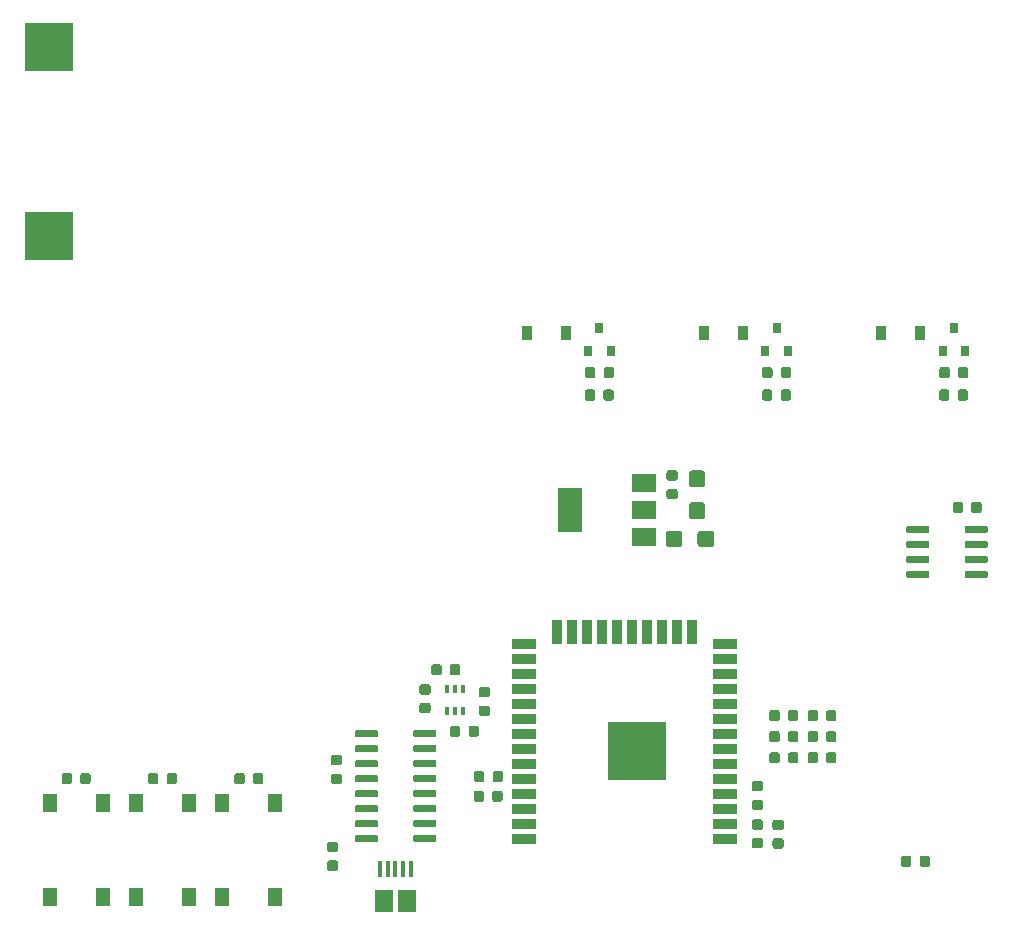
<source format=gbr>
G04 #@! TF.GenerationSoftware,KiCad,Pcbnew,(5.1.4)-1*
G04 #@! TF.CreationDate,2019-12-18T10:15:03+01:00*
G04 #@! TF.ProjectId,StudiokiController,53747564-696f-46b6-9943-6f6e74726f6c,rev?*
G04 #@! TF.SameCoordinates,Original*
G04 #@! TF.FileFunction,Paste,Top*
G04 #@! TF.FilePolarity,Positive*
%FSLAX46Y46*%
G04 Gerber Fmt 4.6, Leading zero omitted, Abs format (unit mm)*
G04 Created by KiCad (PCBNEW (5.1.4)-1) date 2019-12-18 10:15:03*
%MOMM*%
%LPD*%
G04 APERTURE LIST*
%ADD10C,0.100000*%
%ADD11R,1.500000X1.900000*%
%ADD12R,0.400000X1.350000*%
%ADD13C,0.875000*%
%ADD14C,0.600000*%
%ADD15R,2.000000X0.900000*%
%ADD16R,0.900000X2.000000*%
%ADD17R,5.000000X5.000000*%
%ADD18R,1.300000X1.550000*%
%ADD19R,2.000000X1.500000*%
%ADD20R,2.000000X3.800000*%
%ADD21R,0.900000X1.200000*%
%ADD22R,0.800000X0.900000*%
%ADD23R,0.400000X0.650000*%
%ADD24C,1.350000*%
G04 APERTURE END LIST*
D10*
G36*
X178187600Y-60598800D02*
G01*
X178187600Y-56598800D01*
X182187600Y-56598800D01*
X182187600Y-60598800D01*
X178187600Y-60598800D01*
G37*
X178187600Y-60598800D02*
X178187600Y-56598800D01*
X182187600Y-56598800D01*
X182187600Y-60598800D01*
X178187600Y-60598800D01*
G36*
X178187600Y-76598800D02*
G01*
X178187600Y-72598800D01*
X182187600Y-72598800D01*
X182187600Y-76598800D01*
X179187600Y-76598800D01*
X178187600Y-76598800D01*
G37*
X178187600Y-76598800D02*
X178187600Y-72598800D01*
X182187600Y-72598800D01*
X182187600Y-76598800D01*
X179187600Y-76598800D01*
X178187600Y-76598800D01*
D11*
X208575000Y-130912500D03*
D12*
X209575000Y-128212500D03*
X210225000Y-128212500D03*
X210875000Y-128212500D03*
X208275000Y-128212500D03*
X208925000Y-128212500D03*
D11*
X210575000Y-130912500D03*
D10*
G36*
X245146991Y-118347253D02*
G01*
X245168226Y-118350403D01*
X245189050Y-118355619D01*
X245209262Y-118362851D01*
X245228668Y-118372030D01*
X245247081Y-118383066D01*
X245264324Y-118395854D01*
X245280230Y-118410270D01*
X245294646Y-118426176D01*
X245307434Y-118443419D01*
X245318470Y-118461832D01*
X245327649Y-118481238D01*
X245334881Y-118501450D01*
X245340097Y-118522274D01*
X245343247Y-118543509D01*
X245344300Y-118564950D01*
X245344300Y-119077450D01*
X245343247Y-119098891D01*
X245340097Y-119120126D01*
X245334881Y-119140950D01*
X245327649Y-119161162D01*
X245318470Y-119180568D01*
X245307434Y-119198981D01*
X245294646Y-119216224D01*
X245280230Y-119232130D01*
X245264324Y-119246546D01*
X245247081Y-119259334D01*
X245228668Y-119270370D01*
X245209262Y-119279549D01*
X245189050Y-119286781D01*
X245168226Y-119291997D01*
X245146991Y-119295147D01*
X245125550Y-119296200D01*
X244688050Y-119296200D01*
X244666609Y-119295147D01*
X244645374Y-119291997D01*
X244624550Y-119286781D01*
X244604338Y-119279549D01*
X244584932Y-119270370D01*
X244566519Y-119259334D01*
X244549276Y-119246546D01*
X244533370Y-119232130D01*
X244518954Y-119216224D01*
X244506166Y-119198981D01*
X244495130Y-119180568D01*
X244485951Y-119161162D01*
X244478719Y-119140950D01*
X244473503Y-119120126D01*
X244470353Y-119098891D01*
X244469300Y-119077450D01*
X244469300Y-118564950D01*
X244470353Y-118543509D01*
X244473503Y-118522274D01*
X244478719Y-118501450D01*
X244485951Y-118481238D01*
X244495130Y-118461832D01*
X244506166Y-118443419D01*
X244518954Y-118426176D01*
X244533370Y-118410270D01*
X244549276Y-118395854D01*
X244566519Y-118383066D01*
X244584932Y-118372030D01*
X244604338Y-118362851D01*
X244624550Y-118355619D01*
X244645374Y-118350403D01*
X244666609Y-118347253D01*
X244688050Y-118346200D01*
X245125550Y-118346200D01*
X245146991Y-118347253D01*
X245146991Y-118347253D01*
G37*
D13*
X244906800Y-118821200D03*
D10*
G36*
X246721991Y-118347253D02*
G01*
X246743226Y-118350403D01*
X246764050Y-118355619D01*
X246784262Y-118362851D01*
X246803668Y-118372030D01*
X246822081Y-118383066D01*
X246839324Y-118395854D01*
X246855230Y-118410270D01*
X246869646Y-118426176D01*
X246882434Y-118443419D01*
X246893470Y-118461832D01*
X246902649Y-118481238D01*
X246909881Y-118501450D01*
X246915097Y-118522274D01*
X246918247Y-118543509D01*
X246919300Y-118564950D01*
X246919300Y-119077450D01*
X246918247Y-119098891D01*
X246915097Y-119120126D01*
X246909881Y-119140950D01*
X246902649Y-119161162D01*
X246893470Y-119180568D01*
X246882434Y-119198981D01*
X246869646Y-119216224D01*
X246855230Y-119232130D01*
X246839324Y-119246546D01*
X246822081Y-119259334D01*
X246803668Y-119270370D01*
X246784262Y-119279549D01*
X246764050Y-119286781D01*
X246743226Y-119291997D01*
X246721991Y-119295147D01*
X246700550Y-119296200D01*
X246263050Y-119296200D01*
X246241609Y-119295147D01*
X246220374Y-119291997D01*
X246199550Y-119286781D01*
X246179338Y-119279549D01*
X246159932Y-119270370D01*
X246141519Y-119259334D01*
X246124276Y-119246546D01*
X246108370Y-119232130D01*
X246093954Y-119216224D01*
X246081166Y-119198981D01*
X246070130Y-119180568D01*
X246060951Y-119161162D01*
X246053719Y-119140950D01*
X246048503Y-119120126D01*
X246045353Y-119098891D01*
X246044300Y-119077450D01*
X246044300Y-118564950D01*
X246045353Y-118543509D01*
X246048503Y-118522274D01*
X246053719Y-118501450D01*
X246060951Y-118481238D01*
X246070130Y-118461832D01*
X246081166Y-118443419D01*
X246093954Y-118426176D01*
X246108370Y-118410270D01*
X246124276Y-118395854D01*
X246141519Y-118383066D01*
X246159932Y-118372030D01*
X246179338Y-118362851D01*
X246199550Y-118355619D01*
X246220374Y-118350403D01*
X246241609Y-118347253D01*
X246263050Y-118346200D01*
X246700550Y-118346200D01*
X246721991Y-118347253D01*
X246721991Y-118347253D01*
G37*
D13*
X246481800Y-118821200D03*
D10*
G36*
X245146991Y-114791253D02*
G01*
X245168226Y-114794403D01*
X245189050Y-114799619D01*
X245209262Y-114806851D01*
X245228668Y-114816030D01*
X245247081Y-114827066D01*
X245264324Y-114839854D01*
X245280230Y-114854270D01*
X245294646Y-114870176D01*
X245307434Y-114887419D01*
X245318470Y-114905832D01*
X245327649Y-114925238D01*
X245334881Y-114945450D01*
X245340097Y-114966274D01*
X245343247Y-114987509D01*
X245344300Y-115008950D01*
X245344300Y-115521450D01*
X245343247Y-115542891D01*
X245340097Y-115564126D01*
X245334881Y-115584950D01*
X245327649Y-115605162D01*
X245318470Y-115624568D01*
X245307434Y-115642981D01*
X245294646Y-115660224D01*
X245280230Y-115676130D01*
X245264324Y-115690546D01*
X245247081Y-115703334D01*
X245228668Y-115714370D01*
X245209262Y-115723549D01*
X245189050Y-115730781D01*
X245168226Y-115735997D01*
X245146991Y-115739147D01*
X245125550Y-115740200D01*
X244688050Y-115740200D01*
X244666609Y-115739147D01*
X244645374Y-115735997D01*
X244624550Y-115730781D01*
X244604338Y-115723549D01*
X244584932Y-115714370D01*
X244566519Y-115703334D01*
X244549276Y-115690546D01*
X244533370Y-115676130D01*
X244518954Y-115660224D01*
X244506166Y-115642981D01*
X244495130Y-115624568D01*
X244485951Y-115605162D01*
X244478719Y-115584950D01*
X244473503Y-115564126D01*
X244470353Y-115542891D01*
X244469300Y-115521450D01*
X244469300Y-115008950D01*
X244470353Y-114987509D01*
X244473503Y-114966274D01*
X244478719Y-114945450D01*
X244485951Y-114925238D01*
X244495130Y-114905832D01*
X244506166Y-114887419D01*
X244518954Y-114870176D01*
X244533370Y-114854270D01*
X244549276Y-114839854D01*
X244566519Y-114827066D01*
X244584932Y-114816030D01*
X244604338Y-114806851D01*
X244624550Y-114799619D01*
X244645374Y-114794403D01*
X244666609Y-114791253D01*
X244688050Y-114790200D01*
X245125550Y-114790200D01*
X245146991Y-114791253D01*
X245146991Y-114791253D01*
G37*
D13*
X244906800Y-115265200D03*
D10*
G36*
X246721991Y-114791253D02*
G01*
X246743226Y-114794403D01*
X246764050Y-114799619D01*
X246784262Y-114806851D01*
X246803668Y-114816030D01*
X246822081Y-114827066D01*
X246839324Y-114839854D01*
X246855230Y-114854270D01*
X246869646Y-114870176D01*
X246882434Y-114887419D01*
X246893470Y-114905832D01*
X246902649Y-114925238D01*
X246909881Y-114945450D01*
X246915097Y-114966274D01*
X246918247Y-114987509D01*
X246919300Y-115008950D01*
X246919300Y-115521450D01*
X246918247Y-115542891D01*
X246915097Y-115564126D01*
X246909881Y-115584950D01*
X246902649Y-115605162D01*
X246893470Y-115624568D01*
X246882434Y-115642981D01*
X246869646Y-115660224D01*
X246855230Y-115676130D01*
X246839324Y-115690546D01*
X246822081Y-115703334D01*
X246803668Y-115714370D01*
X246784262Y-115723549D01*
X246764050Y-115730781D01*
X246743226Y-115735997D01*
X246721991Y-115739147D01*
X246700550Y-115740200D01*
X246263050Y-115740200D01*
X246241609Y-115739147D01*
X246220374Y-115735997D01*
X246199550Y-115730781D01*
X246179338Y-115723549D01*
X246159932Y-115714370D01*
X246141519Y-115703334D01*
X246124276Y-115690546D01*
X246108370Y-115676130D01*
X246093954Y-115660224D01*
X246081166Y-115642981D01*
X246070130Y-115624568D01*
X246060951Y-115605162D01*
X246053719Y-115584950D01*
X246048503Y-115564126D01*
X246045353Y-115542891D01*
X246044300Y-115521450D01*
X246044300Y-115008950D01*
X246045353Y-114987509D01*
X246048503Y-114966274D01*
X246053719Y-114945450D01*
X246060951Y-114925238D01*
X246070130Y-114905832D01*
X246081166Y-114887419D01*
X246093954Y-114870176D01*
X246108370Y-114854270D01*
X246124276Y-114839854D01*
X246141519Y-114827066D01*
X246159932Y-114816030D01*
X246179338Y-114806851D01*
X246199550Y-114799619D01*
X246220374Y-114794403D01*
X246241609Y-114791253D01*
X246263050Y-114790200D01*
X246700550Y-114790200D01*
X246721991Y-114791253D01*
X246721991Y-114791253D01*
G37*
D13*
X246481800Y-115265200D03*
D10*
G36*
X245146991Y-116569253D02*
G01*
X245168226Y-116572403D01*
X245189050Y-116577619D01*
X245209262Y-116584851D01*
X245228668Y-116594030D01*
X245247081Y-116605066D01*
X245264324Y-116617854D01*
X245280230Y-116632270D01*
X245294646Y-116648176D01*
X245307434Y-116665419D01*
X245318470Y-116683832D01*
X245327649Y-116703238D01*
X245334881Y-116723450D01*
X245340097Y-116744274D01*
X245343247Y-116765509D01*
X245344300Y-116786950D01*
X245344300Y-117299450D01*
X245343247Y-117320891D01*
X245340097Y-117342126D01*
X245334881Y-117362950D01*
X245327649Y-117383162D01*
X245318470Y-117402568D01*
X245307434Y-117420981D01*
X245294646Y-117438224D01*
X245280230Y-117454130D01*
X245264324Y-117468546D01*
X245247081Y-117481334D01*
X245228668Y-117492370D01*
X245209262Y-117501549D01*
X245189050Y-117508781D01*
X245168226Y-117513997D01*
X245146991Y-117517147D01*
X245125550Y-117518200D01*
X244688050Y-117518200D01*
X244666609Y-117517147D01*
X244645374Y-117513997D01*
X244624550Y-117508781D01*
X244604338Y-117501549D01*
X244584932Y-117492370D01*
X244566519Y-117481334D01*
X244549276Y-117468546D01*
X244533370Y-117454130D01*
X244518954Y-117438224D01*
X244506166Y-117420981D01*
X244495130Y-117402568D01*
X244485951Y-117383162D01*
X244478719Y-117362950D01*
X244473503Y-117342126D01*
X244470353Y-117320891D01*
X244469300Y-117299450D01*
X244469300Y-116786950D01*
X244470353Y-116765509D01*
X244473503Y-116744274D01*
X244478719Y-116723450D01*
X244485951Y-116703238D01*
X244495130Y-116683832D01*
X244506166Y-116665419D01*
X244518954Y-116648176D01*
X244533370Y-116632270D01*
X244549276Y-116617854D01*
X244566519Y-116605066D01*
X244584932Y-116594030D01*
X244604338Y-116584851D01*
X244624550Y-116577619D01*
X244645374Y-116572403D01*
X244666609Y-116569253D01*
X244688050Y-116568200D01*
X245125550Y-116568200D01*
X245146991Y-116569253D01*
X245146991Y-116569253D01*
G37*
D13*
X244906800Y-117043200D03*
D10*
G36*
X246721991Y-116569253D02*
G01*
X246743226Y-116572403D01*
X246764050Y-116577619D01*
X246784262Y-116584851D01*
X246803668Y-116594030D01*
X246822081Y-116605066D01*
X246839324Y-116617854D01*
X246855230Y-116632270D01*
X246869646Y-116648176D01*
X246882434Y-116665419D01*
X246893470Y-116683832D01*
X246902649Y-116703238D01*
X246909881Y-116723450D01*
X246915097Y-116744274D01*
X246918247Y-116765509D01*
X246919300Y-116786950D01*
X246919300Y-117299450D01*
X246918247Y-117320891D01*
X246915097Y-117342126D01*
X246909881Y-117362950D01*
X246902649Y-117383162D01*
X246893470Y-117402568D01*
X246882434Y-117420981D01*
X246869646Y-117438224D01*
X246855230Y-117454130D01*
X246839324Y-117468546D01*
X246822081Y-117481334D01*
X246803668Y-117492370D01*
X246784262Y-117501549D01*
X246764050Y-117508781D01*
X246743226Y-117513997D01*
X246721991Y-117517147D01*
X246700550Y-117518200D01*
X246263050Y-117518200D01*
X246241609Y-117517147D01*
X246220374Y-117513997D01*
X246199550Y-117508781D01*
X246179338Y-117501549D01*
X246159932Y-117492370D01*
X246141519Y-117481334D01*
X246124276Y-117468546D01*
X246108370Y-117454130D01*
X246093954Y-117438224D01*
X246081166Y-117420981D01*
X246070130Y-117402568D01*
X246060951Y-117383162D01*
X246053719Y-117362950D01*
X246048503Y-117342126D01*
X246045353Y-117320891D01*
X246044300Y-117299450D01*
X246044300Y-116786950D01*
X246045353Y-116765509D01*
X246048503Y-116744274D01*
X246053719Y-116723450D01*
X246060951Y-116703238D01*
X246070130Y-116683832D01*
X246081166Y-116665419D01*
X246093954Y-116648176D01*
X246108370Y-116632270D01*
X246124276Y-116617854D01*
X246141519Y-116605066D01*
X246159932Y-116594030D01*
X246179338Y-116584851D01*
X246199550Y-116577619D01*
X246220374Y-116572403D01*
X246241609Y-116569253D01*
X246263050Y-116568200D01*
X246700550Y-116568200D01*
X246721991Y-116569253D01*
X246721991Y-116569253D01*
G37*
D13*
X246481800Y-117043200D03*
D10*
G36*
X212914703Y-116480722D02*
G01*
X212929264Y-116482882D01*
X212943543Y-116486459D01*
X212957403Y-116491418D01*
X212970710Y-116497712D01*
X212983336Y-116505280D01*
X212995159Y-116514048D01*
X213006066Y-116523934D01*
X213015952Y-116534841D01*
X213024720Y-116546664D01*
X213032288Y-116559290D01*
X213038582Y-116572597D01*
X213043541Y-116586457D01*
X213047118Y-116600736D01*
X213049278Y-116615297D01*
X213050000Y-116630000D01*
X213050000Y-116930000D01*
X213049278Y-116944703D01*
X213047118Y-116959264D01*
X213043541Y-116973543D01*
X213038582Y-116987403D01*
X213032288Y-117000710D01*
X213024720Y-117013336D01*
X213015952Y-117025159D01*
X213006066Y-117036066D01*
X212995159Y-117045952D01*
X212983336Y-117054720D01*
X212970710Y-117062288D01*
X212957403Y-117068582D01*
X212943543Y-117073541D01*
X212929264Y-117077118D01*
X212914703Y-117079278D01*
X212900000Y-117080000D01*
X211250000Y-117080000D01*
X211235297Y-117079278D01*
X211220736Y-117077118D01*
X211206457Y-117073541D01*
X211192597Y-117068582D01*
X211179290Y-117062288D01*
X211166664Y-117054720D01*
X211154841Y-117045952D01*
X211143934Y-117036066D01*
X211134048Y-117025159D01*
X211125280Y-117013336D01*
X211117712Y-117000710D01*
X211111418Y-116987403D01*
X211106459Y-116973543D01*
X211102882Y-116959264D01*
X211100722Y-116944703D01*
X211100000Y-116930000D01*
X211100000Y-116630000D01*
X211100722Y-116615297D01*
X211102882Y-116600736D01*
X211106459Y-116586457D01*
X211111418Y-116572597D01*
X211117712Y-116559290D01*
X211125280Y-116546664D01*
X211134048Y-116534841D01*
X211143934Y-116523934D01*
X211154841Y-116514048D01*
X211166664Y-116505280D01*
X211179290Y-116497712D01*
X211192597Y-116491418D01*
X211206457Y-116486459D01*
X211220736Y-116482882D01*
X211235297Y-116480722D01*
X211250000Y-116480000D01*
X212900000Y-116480000D01*
X212914703Y-116480722D01*
X212914703Y-116480722D01*
G37*
D14*
X212075000Y-116780000D03*
D10*
G36*
X212914703Y-117750722D02*
G01*
X212929264Y-117752882D01*
X212943543Y-117756459D01*
X212957403Y-117761418D01*
X212970710Y-117767712D01*
X212983336Y-117775280D01*
X212995159Y-117784048D01*
X213006066Y-117793934D01*
X213015952Y-117804841D01*
X213024720Y-117816664D01*
X213032288Y-117829290D01*
X213038582Y-117842597D01*
X213043541Y-117856457D01*
X213047118Y-117870736D01*
X213049278Y-117885297D01*
X213050000Y-117900000D01*
X213050000Y-118200000D01*
X213049278Y-118214703D01*
X213047118Y-118229264D01*
X213043541Y-118243543D01*
X213038582Y-118257403D01*
X213032288Y-118270710D01*
X213024720Y-118283336D01*
X213015952Y-118295159D01*
X213006066Y-118306066D01*
X212995159Y-118315952D01*
X212983336Y-118324720D01*
X212970710Y-118332288D01*
X212957403Y-118338582D01*
X212943543Y-118343541D01*
X212929264Y-118347118D01*
X212914703Y-118349278D01*
X212900000Y-118350000D01*
X211250000Y-118350000D01*
X211235297Y-118349278D01*
X211220736Y-118347118D01*
X211206457Y-118343541D01*
X211192597Y-118338582D01*
X211179290Y-118332288D01*
X211166664Y-118324720D01*
X211154841Y-118315952D01*
X211143934Y-118306066D01*
X211134048Y-118295159D01*
X211125280Y-118283336D01*
X211117712Y-118270710D01*
X211111418Y-118257403D01*
X211106459Y-118243543D01*
X211102882Y-118229264D01*
X211100722Y-118214703D01*
X211100000Y-118200000D01*
X211100000Y-117900000D01*
X211100722Y-117885297D01*
X211102882Y-117870736D01*
X211106459Y-117856457D01*
X211111418Y-117842597D01*
X211117712Y-117829290D01*
X211125280Y-117816664D01*
X211134048Y-117804841D01*
X211143934Y-117793934D01*
X211154841Y-117784048D01*
X211166664Y-117775280D01*
X211179290Y-117767712D01*
X211192597Y-117761418D01*
X211206457Y-117756459D01*
X211220736Y-117752882D01*
X211235297Y-117750722D01*
X211250000Y-117750000D01*
X212900000Y-117750000D01*
X212914703Y-117750722D01*
X212914703Y-117750722D01*
G37*
D14*
X212075000Y-118050000D03*
D10*
G36*
X212914703Y-119020722D02*
G01*
X212929264Y-119022882D01*
X212943543Y-119026459D01*
X212957403Y-119031418D01*
X212970710Y-119037712D01*
X212983336Y-119045280D01*
X212995159Y-119054048D01*
X213006066Y-119063934D01*
X213015952Y-119074841D01*
X213024720Y-119086664D01*
X213032288Y-119099290D01*
X213038582Y-119112597D01*
X213043541Y-119126457D01*
X213047118Y-119140736D01*
X213049278Y-119155297D01*
X213050000Y-119170000D01*
X213050000Y-119470000D01*
X213049278Y-119484703D01*
X213047118Y-119499264D01*
X213043541Y-119513543D01*
X213038582Y-119527403D01*
X213032288Y-119540710D01*
X213024720Y-119553336D01*
X213015952Y-119565159D01*
X213006066Y-119576066D01*
X212995159Y-119585952D01*
X212983336Y-119594720D01*
X212970710Y-119602288D01*
X212957403Y-119608582D01*
X212943543Y-119613541D01*
X212929264Y-119617118D01*
X212914703Y-119619278D01*
X212900000Y-119620000D01*
X211250000Y-119620000D01*
X211235297Y-119619278D01*
X211220736Y-119617118D01*
X211206457Y-119613541D01*
X211192597Y-119608582D01*
X211179290Y-119602288D01*
X211166664Y-119594720D01*
X211154841Y-119585952D01*
X211143934Y-119576066D01*
X211134048Y-119565159D01*
X211125280Y-119553336D01*
X211117712Y-119540710D01*
X211111418Y-119527403D01*
X211106459Y-119513543D01*
X211102882Y-119499264D01*
X211100722Y-119484703D01*
X211100000Y-119470000D01*
X211100000Y-119170000D01*
X211100722Y-119155297D01*
X211102882Y-119140736D01*
X211106459Y-119126457D01*
X211111418Y-119112597D01*
X211117712Y-119099290D01*
X211125280Y-119086664D01*
X211134048Y-119074841D01*
X211143934Y-119063934D01*
X211154841Y-119054048D01*
X211166664Y-119045280D01*
X211179290Y-119037712D01*
X211192597Y-119031418D01*
X211206457Y-119026459D01*
X211220736Y-119022882D01*
X211235297Y-119020722D01*
X211250000Y-119020000D01*
X212900000Y-119020000D01*
X212914703Y-119020722D01*
X212914703Y-119020722D01*
G37*
D14*
X212075000Y-119320000D03*
D10*
G36*
X212914703Y-120290722D02*
G01*
X212929264Y-120292882D01*
X212943543Y-120296459D01*
X212957403Y-120301418D01*
X212970710Y-120307712D01*
X212983336Y-120315280D01*
X212995159Y-120324048D01*
X213006066Y-120333934D01*
X213015952Y-120344841D01*
X213024720Y-120356664D01*
X213032288Y-120369290D01*
X213038582Y-120382597D01*
X213043541Y-120396457D01*
X213047118Y-120410736D01*
X213049278Y-120425297D01*
X213050000Y-120440000D01*
X213050000Y-120740000D01*
X213049278Y-120754703D01*
X213047118Y-120769264D01*
X213043541Y-120783543D01*
X213038582Y-120797403D01*
X213032288Y-120810710D01*
X213024720Y-120823336D01*
X213015952Y-120835159D01*
X213006066Y-120846066D01*
X212995159Y-120855952D01*
X212983336Y-120864720D01*
X212970710Y-120872288D01*
X212957403Y-120878582D01*
X212943543Y-120883541D01*
X212929264Y-120887118D01*
X212914703Y-120889278D01*
X212900000Y-120890000D01*
X211250000Y-120890000D01*
X211235297Y-120889278D01*
X211220736Y-120887118D01*
X211206457Y-120883541D01*
X211192597Y-120878582D01*
X211179290Y-120872288D01*
X211166664Y-120864720D01*
X211154841Y-120855952D01*
X211143934Y-120846066D01*
X211134048Y-120835159D01*
X211125280Y-120823336D01*
X211117712Y-120810710D01*
X211111418Y-120797403D01*
X211106459Y-120783543D01*
X211102882Y-120769264D01*
X211100722Y-120754703D01*
X211100000Y-120740000D01*
X211100000Y-120440000D01*
X211100722Y-120425297D01*
X211102882Y-120410736D01*
X211106459Y-120396457D01*
X211111418Y-120382597D01*
X211117712Y-120369290D01*
X211125280Y-120356664D01*
X211134048Y-120344841D01*
X211143934Y-120333934D01*
X211154841Y-120324048D01*
X211166664Y-120315280D01*
X211179290Y-120307712D01*
X211192597Y-120301418D01*
X211206457Y-120296459D01*
X211220736Y-120292882D01*
X211235297Y-120290722D01*
X211250000Y-120290000D01*
X212900000Y-120290000D01*
X212914703Y-120290722D01*
X212914703Y-120290722D01*
G37*
D14*
X212075000Y-120590000D03*
D10*
G36*
X212914703Y-121560722D02*
G01*
X212929264Y-121562882D01*
X212943543Y-121566459D01*
X212957403Y-121571418D01*
X212970710Y-121577712D01*
X212983336Y-121585280D01*
X212995159Y-121594048D01*
X213006066Y-121603934D01*
X213015952Y-121614841D01*
X213024720Y-121626664D01*
X213032288Y-121639290D01*
X213038582Y-121652597D01*
X213043541Y-121666457D01*
X213047118Y-121680736D01*
X213049278Y-121695297D01*
X213050000Y-121710000D01*
X213050000Y-122010000D01*
X213049278Y-122024703D01*
X213047118Y-122039264D01*
X213043541Y-122053543D01*
X213038582Y-122067403D01*
X213032288Y-122080710D01*
X213024720Y-122093336D01*
X213015952Y-122105159D01*
X213006066Y-122116066D01*
X212995159Y-122125952D01*
X212983336Y-122134720D01*
X212970710Y-122142288D01*
X212957403Y-122148582D01*
X212943543Y-122153541D01*
X212929264Y-122157118D01*
X212914703Y-122159278D01*
X212900000Y-122160000D01*
X211250000Y-122160000D01*
X211235297Y-122159278D01*
X211220736Y-122157118D01*
X211206457Y-122153541D01*
X211192597Y-122148582D01*
X211179290Y-122142288D01*
X211166664Y-122134720D01*
X211154841Y-122125952D01*
X211143934Y-122116066D01*
X211134048Y-122105159D01*
X211125280Y-122093336D01*
X211117712Y-122080710D01*
X211111418Y-122067403D01*
X211106459Y-122053543D01*
X211102882Y-122039264D01*
X211100722Y-122024703D01*
X211100000Y-122010000D01*
X211100000Y-121710000D01*
X211100722Y-121695297D01*
X211102882Y-121680736D01*
X211106459Y-121666457D01*
X211111418Y-121652597D01*
X211117712Y-121639290D01*
X211125280Y-121626664D01*
X211134048Y-121614841D01*
X211143934Y-121603934D01*
X211154841Y-121594048D01*
X211166664Y-121585280D01*
X211179290Y-121577712D01*
X211192597Y-121571418D01*
X211206457Y-121566459D01*
X211220736Y-121562882D01*
X211235297Y-121560722D01*
X211250000Y-121560000D01*
X212900000Y-121560000D01*
X212914703Y-121560722D01*
X212914703Y-121560722D01*
G37*
D14*
X212075000Y-121860000D03*
D10*
G36*
X212914703Y-122830722D02*
G01*
X212929264Y-122832882D01*
X212943543Y-122836459D01*
X212957403Y-122841418D01*
X212970710Y-122847712D01*
X212983336Y-122855280D01*
X212995159Y-122864048D01*
X213006066Y-122873934D01*
X213015952Y-122884841D01*
X213024720Y-122896664D01*
X213032288Y-122909290D01*
X213038582Y-122922597D01*
X213043541Y-122936457D01*
X213047118Y-122950736D01*
X213049278Y-122965297D01*
X213050000Y-122980000D01*
X213050000Y-123280000D01*
X213049278Y-123294703D01*
X213047118Y-123309264D01*
X213043541Y-123323543D01*
X213038582Y-123337403D01*
X213032288Y-123350710D01*
X213024720Y-123363336D01*
X213015952Y-123375159D01*
X213006066Y-123386066D01*
X212995159Y-123395952D01*
X212983336Y-123404720D01*
X212970710Y-123412288D01*
X212957403Y-123418582D01*
X212943543Y-123423541D01*
X212929264Y-123427118D01*
X212914703Y-123429278D01*
X212900000Y-123430000D01*
X211250000Y-123430000D01*
X211235297Y-123429278D01*
X211220736Y-123427118D01*
X211206457Y-123423541D01*
X211192597Y-123418582D01*
X211179290Y-123412288D01*
X211166664Y-123404720D01*
X211154841Y-123395952D01*
X211143934Y-123386066D01*
X211134048Y-123375159D01*
X211125280Y-123363336D01*
X211117712Y-123350710D01*
X211111418Y-123337403D01*
X211106459Y-123323543D01*
X211102882Y-123309264D01*
X211100722Y-123294703D01*
X211100000Y-123280000D01*
X211100000Y-122980000D01*
X211100722Y-122965297D01*
X211102882Y-122950736D01*
X211106459Y-122936457D01*
X211111418Y-122922597D01*
X211117712Y-122909290D01*
X211125280Y-122896664D01*
X211134048Y-122884841D01*
X211143934Y-122873934D01*
X211154841Y-122864048D01*
X211166664Y-122855280D01*
X211179290Y-122847712D01*
X211192597Y-122841418D01*
X211206457Y-122836459D01*
X211220736Y-122832882D01*
X211235297Y-122830722D01*
X211250000Y-122830000D01*
X212900000Y-122830000D01*
X212914703Y-122830722D01*
X212914703Y-122830722D01*
G37*
D14*
X212075000Y-123130000D03*
D10*
G36*
X212914703Y-124100722D02*
G01*
X212929264Y-124102882D01*
X212943543Y-124106459D01*
X212957403Y-124111418D01*
X212970710Y-124117712D01*
X212983336Y-124125280D01*
X212995159Y-124134048D01*
X213006066Y-124143934D01*
X213015952Y-124154841D01*
X213024720Y-124166664D01*
X213032288Y-124179290D01*
X213038582Y-124192597D01*
X213043541Y-124206457D01*
X213047118Y-124220736D01*
X213049278Y-124235297D01*
X213050000Y-124250000D01*
X213050000Y-124550000D01*
X213049278Y-124564703D01*
X213047118Y-124579264D01*
X213043541Y-124593543D01*
X213038582Y-124607403D01*
X213032288Y-124620710D01*
X213024720Y-124633336D01*
X213015952Y-124645159D01*
X213006066Y-124656066D01*
X212995159Y-124665952D01*
X212983336Y-124674720D01*
X212970710Y-124682288D01*
X212957403Y-124688582D01*
X212943543Y-124693541D01*
X212929264Y-124697118D01*
X212914703Y-124699278D01*
X212900000Y-124700000D01*
X211250000Y-124700000D01*
X211235297Y-124699278D01*
X211220736Y-124697118D01*
X211206457Y-124693541D01*
X211192597Y-124688582D01*
X211179290Y-124682288D01*
X211166664Y-124674720D01*
X211154841Y-124665952D01*
X211143934Y-124656066D01*
X211134048Y-124645159D01*
X211125280Y-124633336D01*
X211117712Y-124620710D01*
X211111418Y-124607403D01*
X211106459Y-124593543D01*
X211102882Y-124579264D01*
X211100722Y-124564703D01*
X211100000Y-124550000D01*
X211100000Y-124250000D01*
X211100722Y-124235297D01*
X211102882Y-124220736D01*
X211106459Y-124206457D01*
X211111418Y-124192597D01*
X211117712Y-124179290D01*
X211125280Y-124166664D01*
X211134048Y-124154841D01*
X211143934Y-124143934D01*
X211154841Y-124134048D01*
X211166664Y-124125280D01*
X211179290Y-124117712D01*
X211192597Y-124111418D01*
X211206457Y-124106459D01*
X211220736Y-124102882D01*
X211235297Y-124100722D01*
X211250000Y-124100000D01*
X212900000Y-124100000D01*
X212914703Y-124100722D01*
X212914703Y-124100722D01*
G37*
D14*
X212075000Y-124400000D03*
D10*
G36*
X212914703Y-125370722D02*
G01*
X212929264Y-125372882D01*
X212943543Y-125376459D01*
X212957403Y-125381418D01*
X212970710Y-125387712D01*
X212983336Y-125395280D01*
X212995159Y-125404048D01*
X213006066Y-125413934D01*
X213015952Y-125424841D01*
X213024720Y-125436664D01*
X213032288Y-125449290D01*
X213038582Y-125462597D01*
X213043541Y-125476457D01*
X213047118Y-125490736D01*
X213049278Y-125505297D01*
X213050000Y-125520000D01*
X213050000Y-125820000D01*
X213049278Y-125834703D01*
X213047118Y-125849264D01*
X213043541Y-125863543D01*
X213038582Y-125877403D01*
X213032288Y-125890710D01*
X213024720Y-125903336D01*
X213015952Y-125915159D01*
X213006066Y-125926066D01*
X212995159Y-125935952D01*
X212983336Y-125944720D01*
X212970710Y-125952288D01*
X212957403Y-125958582D01*
X212943543Y-125963541D01*
X212929264Y-125967118D01*
X212914703Y-125969278D01*
X212900000Y-125970000D01*
X211250000Y-125970000D01*
X211235297Y-125969278D01*
X211220736Y-125967118D01*
X211206457Y-125963541D01*
X211192597Y-125958582D01*
X211179290Y-125952288D01*
X211166664Y-125944720D01*
X211154841Y-125935952D01*
X211143934Y-125926066D01*
X211134048Y-125915159D01*
X211125280Y-125903336D01*
X211117712Y-125890710D01*
X211111418Y-125877403D01*
X211106459Y-125863543D01*
X211102882Y-125849264D01*
X211100722Y-125834703D01*
X211100000Y-125820000D01*
X211100000Y-125520000D01*
X211100722Y-125505297D01*
X211102882Y-125490736D01*
X211106459Y-125476457D01*
X211111418Y-125462597D01*
X211117712Y-125449290D01*
X211125280Y-125436664D01*
X211134048Y-125424841D01*
X211143934Y-125413934D01*
X211154841Y-125404048D01*
X211166664Y-125395280D01*
X211179290Y-125387712D01*
X211192597Y-125381418D01*
X211206457Y-125376459D01*
X211220736Y-125372882D01*
X211235297Y-125370722D01*
X211250000Y-125370000D01*
X212900000Y-125370000D01*
X212914703Y-125370722D01*
X212914703Y-125370722D01*
G37*
D14*
X212075000Y-125670000D03*
D10*
G36*
X207964703Y-125370722D02*
G01*
X207979264Y-125372882D01*
X207993543Y-125376459D01*
X208007403Y-125381418D01*
X208020710Y-125387712D01*
X208033336Y-125395280D01*
X208045159Y-125404048D01*
X208056066Y-125413934D01*
X208065952Y-125424841D01*
X208074720Y-125436664D01*
X208082288Y-125449290D01*
X208088582Y-125462597D01*
X208093541Y-125476457D01*
X208097118Y-125490736D01*
X208099278Y-125505297D01*
X208100000Y-125520000D01*
X208100000Y-125820000D01*
X208099278Y-125834703D01*
X208097118Y-125849264D01*
X208093541Y-125863543D01*
X208088582Y-125877403D01*
X208082288Y-125890710D01*
X208074720Y-125903336D01*
X208065952Y-125915159D01*
X208056066Y-125926066D01*
X208045159Y-125935952D01*
X208033336Y-125944720D01*
X208020710Y-125952288D01*
X208007403Y-125958582D01*
X207993543Y-125963541D01*
X207979264Y-125967118D01*
X207964703Y-125969278D01*
X207950000Y-125970000D01*
X206300000Y-125970000D01*
X206285297Y-125969278D01*
X206270736Y-125967118D01*
X206256457Y-125963541D01*
X206242597Y-125958582D01*
X206229290Y-125952288D01*
X206216664Y-125944720D01*
X206204841Y-125935952D01*
X206193934Y-125926066D01*
X206184048Y-125915159D01*
X206175280Y-125903336D01*
X206167712Y-125890710D01*
X206161418Y-125877403D01*
X206156459Y-125863543D01*
X206152882Y-125849264D01*
X206150722Y-125834703D01*
X206150000Y-125820000D01*
X206150000Y-125520000D01*
X206150722Y-125505297D01*
X206152882Y-125490736D01*
X206156459Y-125476457D01*
X206161418Y-125462597D01*
X206167712Y-125449290D01*
X206175280Y-125436664D01*
X206184048Y-125424841D01*
X206193934Y-125413934D01*
X206204841Y-125404048D01*
X206216664Y-125395280D01*
X206229290Y-125387712D01*
X206242597Y-125381418D01*
X206256457Y-125376459D01*
X206270736Y-125372882D01*
X206285297Y-125370722D01*
X206300000Y-125370000D01*
X207950000Y-125370000D01*
X207964703Y-125370722D01*
X207964703Y-125370722D01*
G37*
D14*
X207125000Y-125670000D03*
D10*
G36*
X207964703Y-124100722D02*
G01*
X207979264Y-124102882D01*
X207993543Y-124106459D01*
X208007403Y-124111418D01*
X208020710Y-124117712D01*
X208033336Y-124125280D01*
X208045159Y-124134048D01*
X208056066Y-124143934D01*
X208065952Y-124154841D01*
X208074720Y-124166664D01*
X208082288Y-124179290D01*
X208088582Y-124192597D01*
X208093541Y-124206457D01*
X208097118Y-124220736D01*
X208099278Y-124235297D01*
X208100000Y-124250000D01*
X208100000Y-124550000D01*
X208099278Y-124564703D01*
X208097118Y-124579264D01*
X208093541Y-124593543D01*
X208088582Y-124607403D01*
X208082288Y-124620710D01*
X208074720Y-124633336D01*
X208065952Y-124645159D01*
X208056066Y-124656066D01*
X208045159Y-124665952D01*
X208033336Y-124674720D01*
X208020710Y-124682288D01*
X208007403Y-124688582D01*
X207993543Y-124693541D01*
X207979264Y-124697118D01*
X207964703Y-124699278D01*
X207950000Y-124700000D01*
X206300000Y-124700000D01*
X206285297Y-124699278D01*
X206270736Y-124697118D01*
X206256457Y-124693541D01*
X206242597Y-124688582D01*
X206229290Y-124682288D01*
X206216664Y-124674720D01*
X206204841Y-124665952D01*
X206193934Y-124656066D01*
X206184048Y-124645159D01*
X206175280Y-124633336D01*
X206167712Y-124620710D01*
X206161418Y-124607403D01*
X206156459Y-124593543D01*
X206152882Y-124579264D01*
X206150722Y-124564703D01*
X206150000Y-124550000D01*
X206150000Y-124250000D01*
X206150722Y-124235297D01*
X206152882Y-124220736D01*
X206156459Y-124206457D01*
X206161418Y-124192597D01*
X206167712Y-124179290D01*
X206175280Y-124166664D01*
X206184048Y-124154841D01*
X206193934Y-124143934D01*
X206204841Y-124134048D01*
X206216664Y-124125280D01*
X206229290Y-124117712D01*
X206242597Y-124111418D01*
X206256457Y-124106459D01*
X206270736Y-124102882D01*
X206285297Y-124100722D01*
X206300000Y-124100000D01*
X207950000Y-124100000D01*
X207964703Y-124100722D01*
X207964703Y-124100722D01*
G37*
D14*
X207125000Y-124400000D03*
D10*
G36*
X207964703Y-122830722D02*
G01*
X207979264Y-122832882D01*
X207993543Y-122836459D01*
X208007403Y-122841418D01*
X208020710Y-122847712D01*
X208033336Y-122855280D01*
X208045159Y-122864048D01*
X208056066Y-122873934D01*
X208065952Y-122884841D01*
X208074720Y-122896664D01*
X208082288Y-122909290D01*
X208088582Y-122922597D01*
X208093541Y-122936457D01*
X208097118Y-122950736D01*
X208099278Y-122965297D01*
X208100000Y-122980000D01*
X208100000Y-123280000D01*
X208099278Y-123294703D01*
X208097118Y-123309264D01*
X208093541Y-123323543D01*
X208088582Y-123337403D01*
X208082288Y-123350710D01*
X208074720Y-123363336D01*
X208065952Y-123375159D01*
X208056066Y-123386066D01*
X208045159Y-123395952D01*
X208033336Y-123404720D01*
X208020710Y-123412288D01*
X208007403Y-123418582D01*
X207993543Y-123423541D01*
X207979264Y-123427118D01*
X207964703Y-123429278D01*
X207950000Y-123430000D01*
X206300000Y-123430000D01*
X206285297Y-123429278D01*
X206270736Y-123427118D01*
X206256457Y-123423541D01*
X206242597Y-123418582D01*
X206229290Y-123412288D01*
X206216664Y-123404720D01*
X206204841Y-123395952D01*
X206193934Y-123386066D01*
X206184048Y-123375159D01*
X206175280Y-123363336D01*
X206167712Y-123350710D01*
X206161418Y-123337403D01*
X206156459Y-123323543D01*
X206152882Y-123309264D01*
X206150722Y-123294703D01*
X206150000Y-123280000D01*
X206150000Y-122980000D01*
X206150722Y-122965297D01*
X206152882Y-122950736D01*
X206156459Y-122936457D01*
X206161418Y-122922597D01*
X206167712Y-122909290D01*
X206175280Y-122896664D01*
X206184048Y-122884841D01*
X206193934Y-122873934D01*
X206204841Y-122864048D01*
X206216664Y-122855280D01*
X206229290Y-122847712D01*
X206242597Y-122841418D01*
X206256457Y-122836459D01*
X206270736Y-122832882D01*
X206285297Y-122830722D01*
X206300000Y-122830000D01*
X207950000Y-122830000D01*
X207964703Y-122830722D01*
X207964703Y-122830722D01*
G37*
D14*
X207125000Y-123130000D03*
D10*
G36*
X207964703Y-121560722D02*
G01*
X207979264Y-121562882D01*
X207993543Y-121566459D01*
X208007403Y-121571418D01*
X208020710Y-121577712D01*
X208033336Y-121585280D01*
X208045159Y-121594048D01*
X208056066Y-121603934D01*
X208065952Y-121614841D01*
X208074720Y-121626664D01*
X208082288Y-121639290D01*
X208088582Y-121652597D01*
X208093541Y-121666457D01*
X208097118Y-121680736D01*
X208099278Y-121695297D01*
X208100000Y-121710000D01*
X208100000Y-122010000D01*
X208099278Y-122024703D01*
X208097118Y-122039264D01*
X208093541Y-122053543D01*
X208088582Y-122067403D01*
X208082288Y-122080710D01*
X208074720Y-122093336D01*
X208065952Y-122105159D01*
X208056066Y-122116066D01*
X208045159Y-122125952D01*
X208033336Y-122134720D01*
X208020710Y-122142288D01*
X208007403Y-122148582D01*
X207993543Y-122153541D01*
X207979264Y-122157118D01*
X207964703Y-122159278D01*
X207950000Y-122160000D01*
X206300000Y-122160000D01*
X206285297Y-122159278D01*
X206270736Y-122157118D01*
X206256457Y-122153541D01*
X206242597Y-122148582D01*
X206229290Y-122142288D01*
X206216664Y-122134720D01*
X206204841Y-122125952D01*
X206193934Y-122116066D01*
X206184048Y-122105159D01*
X206175280Y-122093336D01*
X206167712Y-122080710D01*
X206161418Y-122067403D01*
X206156459Y-122053543D01*
X206152882Y-122039264D01*
X206150722Y-122024703D01*
X206150000Y-122010000D01*
X206150000Y-121710000D01*
X206150722Y-121695297D01*
X206152882Y-121680736D01*
X206156459Y-121666457D01*
X206161418Y-121652597D01*
X206167712Y-121639290D01*
X206175280Y-121626664D01*
X206184048Y-121614841D01*
X206193934Y-121603934D01*
X206204841Y-121594048D01*
X206216664Y-121585280D01*
X206229290Y-121577712D01*
X206242597Y-121571418D01*
X206256457Y-121566459D01*
X206270736Y-121562882D01*
X206285297Y-121560722D01*
X206300000Y-121560000D01*
X207950000Y-121560000D01*
X207964703Y-121560722D01*
X207964703Y-121560722D01*
G37*
D14*
X207125000Y-121860000D03*
D10*
G36*
X207964703Y-120290722D02*
G01*
X207979264Y-120292882D01*
X207993543Y-120296459D01*
X208007403Y-120301418D01*
X208020710Y-120307712D01*
X208033336Y-120315280D01*
X208045159Y-120324048D01*
X208056066Y-120333934D01*
X208065952Y-120344841D01*
X208074720Y-120356664D01*
X208082288Y-120369290D01*
X208088582Y-120382597D01*
X208093541Y-120396457D01*
X208097118Y-120410736D01*
X208099278Y-120425297D01*
X208100000Y-120440000D01*
X208100000Y-120740000D01*
X208099278Y-120754703D01*
X208097118Y-120769264D01*
X208093541Y-120783543D01*
X208088582Y-120797403D01*
X208082288Y-120810710D01*
X208074720Y-120823336D01*
X208065952Y-120835159D01*
X208056066Y-120846066D01*
X208045159Y-120855952D01*
X208033336Y-120864720D01*
X208020710Y-120872288D01*
X208007403Y-120878582D01*
X207993543Y-120883541D01*
X207979264Y-120887118D01*
X207964703Y-120889278D01*
X207950000Y-120890000D01*
X206300000Y-120890000D01*
X206285297Y-120889278D01*
X206270736Y-120887118D01*
X206256457Y-120883541D01*
X206242597Y-120878582D01*
X206229290Y-120872288D01*
X206216664Y-120864720D01*
X206204841Y-120855952D01*
X206193934Y-120846066D01*
X206184048Y-120835159D01*
X206175280Y-120823336D01*
X206167712Y-120810710D01*
X206161418Y-120797403D01*
X206156459Y-120783543D01*
X206152882Y-120769264D01*
X206150722Y-120754703D01*
X206150000Y-120740000D01*
X206150000Y-120440000D01*
X206150722Y-120425297D01*
X206152882Y-120410736D01*
X206156459Y-120396457D01*
X206161418Y-120382597D01*
X206167712Y-120369290D01*
X206175280Y-120356664D01*
X206184048Y-120344841D01*
X206193934Y-120333934D01*
X206204841Y-120324048D01*
X206216664Y-120315280D01*
X206229290Y-120307712D01*
X206242597Y-120301418D01*
X206256457Y-120296459D01*
X206270736Y-120292882D01*
X206285297Y-120290722D01*
X206300000Y-120290000D01*
X207950000Y-120290000D01*
X207964703Y-120290722D01*
X207964703Y-120290722D01*
G37*
D14*
X207125000Y-120590000D03*
D10*
G36*
X207964703Y-119020722D02*
G01*
X207979264Y-119022882D01*
X207993543Y-119026459D01*
X208007403Y-119031418D01*
X208020710Y-119037712D01*
X208033336Y-119045280D01*
X208045159Y-119054048D01*
X208056066Y-119063934D01*
X208065952Y-119074841D01*
X208074720Y-119086664D01*
X208082288Y-119099290D01*
X208088582Y-119112597D01*
X208093541Y-119126457D01*
X208097118Y-119140736D01*
X208099278Y-119155297D01*
X208100000Y-119170000D01*
X208100000Y-119470000D01*
X208099278Y-119484703D01*
X208097118Y-119499264D01*
X208093541Y-119513543D01*
X208088582Y-119527403D01*
X208082288Y-119540710D01*
X208074720Y-119553336D01*
X208065952Y-119565159D01*
X208056066Y-119576066D01*
X208045159Y-119585952D01*
X208033336Y-119594720D01*
X208020710Y-119602288D01*
X208007403Y-119608582D01*
X207993543Y-119613541D01*
X207979264Y-119617118D01*
X207964703Y-119619278D01*
X207950000Y-119620000D01*
X206300000Y-119620000D01*
X206285297Y-119619278D01*
X206270736Y-119617118D01*
X206256457Y-119613541D01*
X206242597Y-119608582D01*
X206229290Y-119602288D01*
X206216664Y-119594720D01*
X206204841Y-119585952D01*
X206193934Y-119576066D01*
X206184048Y-119565159D01*
X206175280Y-119553336D01*
X206167712Y-119540710D01*
X206161418Y-119527403D01*
X206156459Y-119513543D01*
X206152882Y-119499264D01*
X206150722Y-119484703D01*
X206150000Y-119470000D01*
X206150000Y-119170000D01*
X206150722Y-119155297D01*
X206152882Y-119140736D01*
X206156459Y-119126457D01*
X206161418Y-119112597D01*
X206167712Y-119099290D01*
X206175280Y-119086664D01*
X206184048Y-119074841D01*
X206193934Y-119063934D01*
X206204841Y-119054048D01*
X206216664Y-119045280D01*
X206229290Y-119037712D01*
X206242597Y-119031418D01*
X206256457Y-119026459D01*
X206270736Y-119022882D01*
X206285297Y-119020722D01*
X206300000Y-119020000D01*
X207950000Y-119020000D01*
X207964703Y-119020722D01*
X207964703Y-119020722D01*
G37*
D14*
X207125000Y-119320000D03*
D10*
G36*
X207964703Y-117750722D02*
G01*
X207979264Y-117752882D01*
X207993543Y-117756459D01*
X208007403Y-117761418D01*
X208020710Y-117767712D01*
X208033336Y-117775280D01*
X208045159Y-117784048D01*
X208056066Y-117793934D01*
X208065952Y-117804841D01*
X208074720Y-117816664D01*
X208082288Y-117829290D01*
X208088582Y-117842597D01*
X208093541Y-117856457D01*
X208097118Y-117870736D01*
X208099278Y-117885297D01*
X208100000Y-117900000D01*
X208100000Y-118200000D01*
X208099278Y-118214703D01*
X208097118Y-118229264D01*
X208093541Y-118243543D01*
X208088582Y-118257403D01*
X208082288Y-118270710D01*
X208074720Y-118283336D01*
X208065952Y-118295159D01*
X208056066Y-118306066D01*
X208045159Y-118315952D01*
X208033336Y-118324720D01*
X208020710Y-118332288D01*
X208007403Y-118338582D01*
X207993543Y-118343541D01*
X207979264Y-118347118D01*
X207964703Y-118349278D01*
X207950000Y-118350000D01*
X206300000Y-118350000D01*
X206285297Y-118349278D01*
X206270736Y-118347118D01*
X206256457Y-118343541D01*
X206242597Y-118338582D01*
X206229290Y-118332288D01*
X206216664Y-118324720D01*
X206204841Y-118315952D01*
X206193934Y-118306066D01*
X206184048Y-118295159D01*
X206175280Y-118283336D01*
X206167712Y-118270710D01*
X206161418Y-118257403D01*
X206156459Y-118243543D01*
X206152882Y-118229264D01*
X206150722Y-118214703D01*
X206150000Y-118200000D01*
X206150000Y-117900000D01*
X206150722Y-117885297D01*
X206152882Y-117870736D01*
X206156459Y-117856457D01*
X206161418Y-117842597D01*
X206167712Y-117829290D01*
X206175280Y-117816664D01*
X206184048Y-117804841D01*
X206193934Y-117793934D01*
X206204841Y-117784048D01*
X206216664Y-117775280D01*
X206229290Y-117767712D01*
X206242597Y-117761418D01*
X206256457Y-117756459D01*
X206270736Y-117752882D01*
X206285297Y-117750722D01*
X206300000Y-117750000D01*
X207950000Y-117750000D01*
X207964703Y-117750722D01*
X207964703Y-117750722D01*
G37*
D14*
X207125000Y-118050000D03*
D10*
G36*
X207964703Y-116480722D02*
G01*
X207979264Y-116482882D01*
X207993543Y-116486459D01*
X208007403Y-116491418D01*
X208020710Y-116497712D01*
X208033336Y-116505280D01*
X208045159Y-116514048D01*
X208056066Y-116523934D01*
X208065952Y-116534841D01*
X208074720Y-116546664D01*
X208082288Y-116559290D01*
X208088582Y-116572597D01*
X208093541Y-116586457D01*
X208097118Y-116600736D01*
X208099278Y-116615297D01*
X208100000Y-116630000D01*
X208100000Y-116930000D01*
X208099278Y-116944703D01*
X208097118Y-116959264D01*
X208093541Y-116973543D01*
X208088582Y-116987403D01*
X208082288Y-117000710D01*
X208074720Y-117013336D01*
X208065952Y-117025159D01*
X208056066Y-117036066D01*
X208045159Y-117045952D01*
X208033336Y-117054720D01*
X208020710Y-117062288D01*
X208007403Y-117068582D01*
X207993543Y-117073541D01*
X207979264Y-117077118D01*
X207964703Y-117079278D01*
X207950000Y-117080000D01*
X206300000Y-117080000D01*
X206285297Y-117079278D01*
X206270736Y-117077118D01*
X206256457Y-117073541D01*
X206242597Y-117068582D01*
X206229290Y-117062288D01*
X206216664Y-117054720D01*
X206204841Y-117045952D01*
X206193934Y-117036066D01*
X206184048Y-117025159D01*
X206175280Y-117013336D01*
X206167712Y-117000710D01*
X206161418Y-116987403D01*
X206156459Y-116973543D01*
X206152882Y-116959264D01*
X206150722Y-116944703D01*
X206150000Y-116930000D01*
X206150000Y-116630000D01*
X206150722Y-116615297D01*
X206152882Y-116600736D01*
X206156459Y-116586457D01*
X206161418Y-116572597D01*
X206167712Y-116559290D01*
X206175280Y-116546664D01*
X206184048Y-116534841D01*
X206193934Y-116523934D01*
X206204841Y-116514048D01*
X206216664Y-116505280D01*
X206229290Y-116497712D01*
X206242597Y-116491418D01*
X206256457Y-116486459D01*
X206270736Y-116482882D01*
X206285297Y-116480722D01*
X206300000Y-116480000D01*
X207950000Y-116480000D01*
X207964703Y-116480722D01*
X207964703Y-116480722D01*
G37*
D14*
X207125000Y-116780000D03*
D10*
G36*
X257879490Y-85734653D02*
G01*
X257900725Y-85737803D01*
X257921549Y-85743019D01*
X257941761Y-85750251D01*
X257961167Y-85759430D01*
X257979580Y-85770466D01*
X257996823Y-85783254D01*
X258012729Y-85797670D01*
X258027145Y-85813576D01*
X258039933Y-85830819D01*
X258050969Y-85849232D01*
X258060148Y-85868638D01*
X258067380Y-85888850D01*
X258072596Y-85909674D01*
X258075746Y-85930909D01*
X258076799Y-85952350D01*
X258076799Y-86464850D01*
X258075746Y-86486291D01*
X258072596Y-86507526D01*
X258067380Y-86528350D01*
X258060148Y-86548562D01*
X258050969Y-86567968D01*
X258039933Y-86586381D01*
X258027145Y-86603624D01*
X258012729Y-86619530D01*
X257996823Y-86633946D01*
X257979580Y-86646734D01*
X257961167Y-86657770D01*
X257941761Y-86666949D01*
X257921549Y-86674181D01*
X257900725Y-86679397D01*
X257879490Y-86682547D01*
X257858049Y-86683600D01*
X257420549Y-86683600D01*
X257399108Y-86682547D01*
X257377873Y-86679397D01*
X257357049Y-86674181D01*
X257336837Y-86666949D01*
X257317431Y-86657770D01*
X257299018Y-86646734D01*
X257281775Y-86633946D01*
X257265869Y-86619530D01*
X257251453Y-86603624D01*
X257238665Y-86586381D01*
X257227629Y-86567968D01*
X257218450Y-86548562D01*
X257211218Y-86528350D01*
X257206002Y-86507526D01*
X257202852Y-86486291D01*
X257201799Y-86464850D01*
X257201799Y-85952350D01*
X257202852Y-85930909D01*
X257206002Y-85909674D01*
X257211218Y-85888850D01*
X257218450Y-85868638D01*
X257227629Y-85849232D01*
X257238665Y-85830819D01*
X257251453Y-85813576D01*
X257265869Y-85797670D01*
X257281775Y-85783254D01*
X257299018Y-85770466D01*
X257317431Y-85759430D01*
X257336837Y-85750251D01*
X257357049Y-85743019D01*
X257377873Y-85737803D01*
X257399108Y-85734653D01*
X257420549Y-85733600D01*
X257858049Y-85733600D01*
X257879490Y-85734653D01*
X257879490Y-85734653D01*
G37*
D13*
X257639299Y-86208600D03*
D10*
G36*
X256304490Y-85734653D02*
G01*
X256325725Y-85737803D01*
X256346549Y-85743019D01*
X256366761Y-85750251D01*
X256386167Y-85759430D01*
X256404580Y-85770466D01*
X256421823Y-85783254D01*
X256437729Y-85797670D01*
X256452145Y-85813576D01*
X256464933Y-85830819D01*
X256475969Y-85849232D01*
X256485148Y-85868638D01*
X256492380Y-85888850D01*
X256497596Y-85909674D01*
X256500746Y-85930909D01*
X256501799Y-85952350D01*
X256501799Y-86464850D01*
X256500746Y-86486291D01*
X256497596Y-86507526D01*
X256492380Y-86528350D01*
X256485148Y-86548562D01*
X256475969Y-86567968D01*
X256464933Y-86586381D01*
X256452145Y-86603624D01*
X256437729Y-86619530D01*
X256421823Y-86633946D01*
X256404580Y-86646734D01*
X256386167Y-86657770D01*
X256366761Y-86666949D01*
X256346549Y-86674181D01*
X256325725Y-86679397D01*
X256304490Y-86682547D01*
X256283049Y-86683600D01*
X255845549Y-86683600D01*
X255824108Y-86682547D01*
X255802873Y-86679397D01*
X255782049Y-86674181D01*
X255761837Y-86666949D01*
X255742431Y-86657770D01*
X255724018Y-86646734D01*
X255706775Y-86633946D01*
X255690869Y-86619530D01*
X255676453Y-86603624D01*
X255663665Y-86586381D01*
X255652629Y-86567968D01*
X255643450Y-86548562D01*
X255636218Y-86528350D01*
X255631002Y-86507526D01*
X255627852Y-86486291D01*
X255626799Y-86464850D01*
X255626799Y-85952350D01*
X255627852Y-85930909D01*
X255631002Y-85909674D01*
X255636218Y-85888850D01*
X255643450Y-85868638D01*
X255652629Y-85849232D01*
X255663665Y-85830819D01*
X255676453Y-85813576D01*
X255690869Y-85797670D01*
X255706775Y-85783254D01*
X255724018Y-85770466D01*
X255742431Y-85759430D01*
X255761837Y-85750251D01*
X255782049Y-85743019D01*
X255802873Y-85737803D01*
X255824108Y-85734653D01*
X255845549Y-85733600D01*
X256283049Y-85733600D01*
X256304490Y-85734653D01*
X256304490Y-85734653D01*
G37*
D13*
X256064299Y-86208600D03*
D10*
G36*
X181993491Y-120115453D02*
G01*
X182014726Y-120118603D01*
X182035550Y-120123819D01*
X182055762Y-120131051D01*
X182075168Y-120140230D01*
X182093581Y-120151266D01*
X182110824Y-120164054D01*
X182126730Y-120178470D01*
X182141146Y-120194376D01*
X182153934Y-120211619D01*
X182164970Y-120230032D01*
X182174149Y-120249438D01*
X182181381Y-120269650D01*
X182186597Y-120290474D01*
X182189747Y-120311709D01*
X182190800Y-120333150D01*
X182190800Y-120845650D01*
X182189747Y-120867091D01*
X182186597Y-120888326D01*
X182181381Y-120909150D01*
X182174149Y-120929362D01*
X182164970Y-120948768D01*
X182153934Y-120967181D01*
X182141146Y-120984424D01*
X182126730Y-121000330D01*
X182110824Y-121014746D01*
X182093581Y-121027534D01*
X182075168Y-121038570D01*
X182055762Y-121047749D01*
X182035550Y-121054981D01*
X182014726Y-121060197D01*
X181993491Y-121063347D01*
X181972050Y-121064400D01*
X181534550Y-121064400D01*
X181513109Y-121063347D01*
X181491874Y-121060197D01*
X181471050Y-121054981D01*
X181450838Y-121047749D01*
X181431432Y-121038570D01*
X181413019Y-121027534D01*
X181395776Y-121014746D01*
X181379870Y-121000330D01*
X181365454Y-120984424D01*
X181352666Y-120967181D01*
X181341630Y-120948768D01*
X181332451Y-120929362D01*
X181325219Y-120909150D01*
X181320003Y-120888326D01*
X181316853Y-120867091D01*
X181315800Y-120845650D01*
X181315800Y-120333150D01*
X181316853Y-120311709D01*
X181320003Y-120290474D01*
X181325219Y-120269650D01*
X181332451Y-120249438D01*
X181341630Y-120230032D01*
X181352666Y-120211619D01*
X181365454Y-120194376D01*
X181379870Y-120178470D01*
X181395776Y-120164054D01*
X181413019Y-120151266D01*
X181431432Y-120140230D01*
X181450838Y-120131051D01*
X181471050Y-120123819D01*
X181491874Y-120118603D01*
X181513109Y-120115453D01*
X181534550Y-120114400D01*
X181972050Y-120114400D01*
X181993491Y-120115453D01*
X181993491Y-120115453D01*
G37*
D13*
X181753300Y-120589400D03*
D10*
G36*
X183568491Y-120115453D02*
G01*
X183589726Y-120118603D01*
X183610550Y-120123819D01*
X183630762Y-120131051D01*
X183650168Y-120140230D01*
X183668581Y-120151266D01*
X183685824Y-120164054D01*
X183701730Y-120178470D01*
X183716146Y-120194376D01*
X183728934Y-120211619D01*
X183739970Y-120230032D01*
X183749149Y-120249438D01*
X183756381Y-120269650D01*
X183761597Y-120290474D01*
X183764747Y-120311709D01*
X183765800Y-120333150D01*
X183765800Y-120845650D01*
X183764747Y-120867091D01*
X183761597Y-120888326D01*
X183756381Y-120909150D01*
X183749149Y-120929362D01*
X183739970Y-120948768D01*
X183728934Y-120967181D01*
X183716146Y-120984424D01*
X183701730Y-121000330D01*
X183685824Y-121014746D01*
X183668581Y-121027534D01*
X183650168Y-121038570D01*
X183630762Y-121047749D01*
X183610550Y-121054981D01*
X183589726Y-121060197D01*
X183568491Y-121063347D01*
X183547050Y-121064400D01*
X183109550Y-121064400D01*
X183088109Y-121063347D01*
X183066874Y-121060197D01*
X183046050Y-121054981D01*
X183025838Y-121047749D01*
X183006432Y-121038570D01*
X182988019Y-121027534D01*
X182970776Y-121014746D01*
X182954870Y-121000330D01*
X182940454Y-120984424D01*
X182927666Y-120967181D01*
X182916630Y-120948768D01*
X182907451Y-120929362D01*
X182900219Y-120909150D01*
X182895003Y-120888326D01*
X182891853Y-120867091D01*
X182890800Y-120845650D01*
X182890800Y-120333150D01*
X182891853Y-120311709D01*
X182895003Y-120290474D01*
X182900219Y-120269650D01*
X182907451Y-120249438D01*
X182916630Y-120230032D01*
X182927666Y-120211619D01*
X182940454Y-120194376D01*
X182954870Y-120178470D01*
X182970776Y-120164054D01*
X182988019Y-120151266D01*
X183006432Y-120140230D01*
X183025838Y-120131051D01*
X183046050Y-120123819D01*
X183066874Y-120118603D01*
X183088109Y-120115453D01*
X183109550Y-120114400D01*
X183547050Y-120114400D01*
X183568491Y-120115453D01*
X183568491Y-120115453D01*
G37*
D13*
X183328300Y-120589400D03*
D15*
X220487000Y-125728000D03*
X220487000Y-124458000D03*
X220487000Y-123188000D03*
X220487000Y-121918000D03*
X220487000Y-120648000D03*
X220487000Y-119378000D03*
X220487000Y-118108000D03*
X220487000Y-116838000D03*
X220487000Y-115568000D03*
X220487000Y-114298000D03*
X220487000Y-113028000D03*
X220487000Y-111758000D03*
X220487000Y-110488000D03*
X220487000Y-109218000D03*
D16*
X223272000Y-108218000D03*
X224542000Y-108218000D03*
X225812000Y-108218000D03*
X227082000Y-108218000D03*
X228352000Y-108218000D03*
X229622000Y-108218000D03*
X230892000Y-108218000D03*
X232162000Y-108218000D03*
X233432000Y-108218000D03*
X234702000Y-108218000D03*
D15*
X237487000Y-109218000D03*
X237487000Y-110488000D03*
X237487000Y-111758000D03*
X237487000Y-113028000D03*
X237487000Y-114298000D03*
X237487000Y-115568000D03*
X237487000Y-116838000D03*
X237487000Y-118108000D03*
X237487000Y-119378000D03*
X237487000Y-120648000D03*
X237487000Y-121918000D03*
X237487000Y-123188000D03*
X237487000Y-124458000D03*
X237487000Y-125728000D03*
D17*
X229987000Y-118228000D03*
D18*
X199415600Y-122678800D03*
X194915600Y-122678800D03*
X194915600Y-130638800D03*
X199415600Y-130638800D03*
X192103200Y-122678800D03*
X187603200Y-122678800D03*
X187603200Y-130638800D03*
X192103200Y-130638800D03*
X184790800Y-122678800D03*
X180290800Y-122678800D03*
X180290800Y-130638800D03*
X184790800Y-130638800D03*
D19*
X230616000Y-100127000D03*
X230616000Y-95527000D03*
X230616000Y-97827000D03*
D20*
X224316000Y-97827000D03*
D10*
G36*
X256284490Y-87642453D02*
G01*
X256305725Y-87645603D01*
X256326549Y-87650819D01*
X256346761Y-87658051D01*
X256366167Y-87667230D01*
X256384580Y-87678266D01*
X256401823Y-87691054D01*
X256417729Y-87705470D01*
X256432145Y-87721376D01*
X256444933Y-87738619D01*
X256455969Y-87757032D01*
X256465148Y-87776438D01*
X256472380Y-87796650D01*
X256477596Y-87817474D01*
X256480746Y-87838709D01*
X256481799Y-87860150D01*
X256481799Y-88372650D01*
X256480746Y-88394091D01*
X256477596Y-88415326D01*
X256472380Y-88436150D01*
X256465148Y-88456362D01*
X256455969Y-88475768D01*
X256444933Y-88494181D01*
X256432145Y-88511424D01*
X256417729Y-88527330D01*
X256401823Y-88541746D01*
X256384580Y-88554534D01*
X256366167Y-88565570D01*
X256346761Y-88574749D01*
X256326549Y-88581981D01*
X256305725Y-88587197D01*
X256284490Y-88590347D01*
X256263049Y-88591400D01*
X255825549Y-88591400D01*
X255804108Y-88590347D01*
X255782873Y-88587197D01*
X255762049Y-88581981D01*
X255741837Y-88574749D01*
X255722431Y-88565570D01*
X255704018Y-88554534D01*
X255686775Y-88541746D01*
X255670869Y-88527330D01*
X255656453Y-88511424D01*
X255643665Y-88494181D01*
X255632629Y-88475768D01*
X255623450Y-88456362D01*
X255616218Y-88436150D01*
X255611002Y-88415326D01*
X255607852Y-88394091D01*
X255606799Y-88372650D01*
X255606799Y-87860150D01*
X255607852Y-87838709D01*
X255611002Y-87817474D01*
X255616218Y-87796650D01*
X255623450Y-87776438D01*
X255632629Y-87757032D01*
X255643665Y-87738619D01*
X255656453Y-87721376D01*
X255670869Y-87705470D01*
X255686775Y-87691054D01*
X255704018Y-87678266D01*
X255722431Y-87667230D01*
X255741837Y-87658051D01*
X255762049Y-87650819D01*
X255782873Y-87645603D01*
X255804108Y-87642453D01*
X255825549Y-87641400D01*
X256263049Y-87641400D01*
X256284490Y-87642453D01*
X256284490Y-87642453D01*
G37*
D13*
X256044299Y-88116400D03*
D10*
G36*
X257859490Y-87642453D02*
G01*
X257880725Y-87645603D01*
X257901549Y-87650819D01*
X257921761Y-87658051D01*
X257941167Y-87667230D01*
X257959580Y-87678266D01*
X257976823Y-87691054D01*
X257992729Y-87705470D01*
X258007145Y-87721376D01*
X258019933Y-87738619D01*
X258030969Y-87757032D01*
X258040148Y-87776438D01*
X258047380Y-87796650D01*
X258052596Y-87817474D01*
X258055746Y-87838709D01*
X258056799Y-87860150D01*
X258056799Y-88372650D01*
X258055746Y-88394091D01*
X258052596Y-88415326D01*
X258047380Y-88436150D01*
X258040148Y-88456362D01*
X258030969Y-88475768D01*
X258019933Y-88494181D01*
X258007145Y-88511424D01*
X257992729Y-88527330D01*
X257976823Y-88541746D01*
X257959580Y-88554534D01*
X257941167Y-88565570D01*
X257921761Y-88574749D01*
X257901549Y-88581981D01*
X257880725Y-88587197D01*
X257859490Y-88590347D01*
X257838049Y-88591400D01*
X257400549Y-88591400D01*
X257379108Y-88590347D01*
X257357873Y-88587197D01*
X257337049Y-88581981D01*
X257316837Y-88574749D01*
X257297431Y-88565570D01*
X257279018Y-88554534D01*
X257261775Y-88541746D01*
X257245869Y-88527330D01*
X257231453Y-88511424D01*
X257218665Y-88494181D01*
X257207629Y-88475768D01*
X257198450Y-88456362D01*
X257191218Y-88436150D01*
X257186002Y-88415326D01*
X257182852Y-88394091D01*
X257181799Y-88372650D01*
X257181799Y-87860150D01*
X257182852Y-87838709D01*
X257186002Y-87817474D01*
X257191218Y-87796650D01*
X257198450Y-87776438D01*
X257207629Y-87757032D01*
X257218665Y-87738619D01*
X257231453Y-87721376D01*
X257245869Y-87705470D01*
X257261775Y-87691054D01*
X257279018Y-87678266D01*
X257297431Y-87667230D01*
X257316837Y-87658051D01*
X257337049Y-87650819D01*
X257357873Y-87645603D01*
X257379108Y-87642453D01*
X257400549Y-87641400D01*
X257838049Y-87641400D01*
X257859490Y-87642453D01*
X257859490Y-87642453D01*
G37*
D13*
X257619299Y-88116400D03*
D10*
G36*
X241909191Y-114773053D02*
G01*
X241930426Y-114776203D01*
X241951250Y-114781419D01*
X241971462Y-114788651D01*
X241990868Y-114797830D01*
X242009281Y-114808866D01*
X242026524Y-114821654D01*
X242042430Y-114836070D01*
X242056846Y-114851976D01*
X242069634Y-114869219D01*
X242080670Y-114887632D01*
X242089849Y-114907038D01*
X242097081Y-114927250D01*
X242102297Y-114948074D01*
X242105447Y-114969309D01*
X242106500Y-114990750D01*
X242106500Y-115503250D01*
X242105447Y-115524691D01*
X242102297Y-115545926D01*
X242097081Y-115566750D01*
X242089849Y-115586962D01*
X242080670Y-115606368D01*
X242069634Y-115624781D01*
X242056846Y-115642024D01*
X242042430Y-115657930D01*
X242026524Y-115672346D01*
X242009281Y-115685134D01*
X241990868Y-115696170D01*
X241971462Y-115705349D01*
X241951250Y-115712581D01*
X241930426Y-115717797D01*
X241909191Y-115720947D01*
X241887750Y-115722000D01*
X241450250Y-115722000D01*
X241428809Y-115720947D01*
X241407574Y-115717797D01*
X241386750Y-115712581D01*
X241366538Y-115705349D01*
X241347132Y-115696170D01*
X241328719Y-115685134D01*
X241311476Y-115672346D01*
X241295570Y-115657930D01*
X241281154Y-115642024D01*
X241268366Y-115624781D01*
X241257330Y-115606368D01*
X241248151Y-115586962D01*
X241240919Y-115566750D01*
X241235703Y-115545926D01*
X241232553Y-115524691D01*
X241231500Y-115503250D01*
X241231500Y-114990750D01*
X241232553Y-114969309D01*
X241235703Y-114948074D01*
X241240919Y-114927250D01*
X241248151Y-114907038D01*
X241257330Y-114887632D01*
X241268366Y-114869219D01*
X241281154Y-114851976D01*
X241295570Y-114836070D01*
X241311476Y-114821654D01*
X241328719Y-114808866D01*
X241347132Y-114797830D01*
X241366538Y-114788651D01*
X241386750Y-114781419D01*
X241407574Y-114776203D01*
X241428809Y-114773053D01*
X241450250Y-114772000D01*
X241887750Y-114772000D01*
X241909191Y-114773053D01*
X241909191Y-114773053D01*
G37*
D13*
X241669000Y-115247000D03*
D10*
G36*
X243484191Y-114773053D02*
G01*
X243505426Y-114776203D01*
X243526250Y-114781419D01*
X243546462Y-114788651D01*
X243565868Y-114797830D01*
X243584281Y-114808866D01*
X243601524Y-114821654D01*
X243617430Y-114836070D01*
X243631846Y-114851976D01*
X243644634Y-114869219D01*
X243655670Y-114887632D01*
X243664849Y-114907038D01*
X243672081Y-114927250D01*
X243677297Y-114948074D01*
X243680447Y-114969309D01*
X243681500Y-114990750D01*
X243681500Y-115503250D01*
X243680447Y-115524691D01*
X243677297Y-115545926D01*
X243672081Y-115566750D01*
X243664849Y-115586962D01*
X243655670Y-115606368D01*
X243644634Y-115624781D01*
X243631846Y-115642024D01*
X243617430Y-115657930D01*
X243601524Y-115672346D01*
X243584281Y-115685134D01*
X243565868Y-115696170D01*
X243546462Y-115705349D01*
X243526250Y-115712581D01*
X243505426Y-115717797D01*
X243484191Y-115720947D01*
X243462750Y-115722000D01*
X243025250Y-115722000D01*
X243003809Y-115720947D01*
X242982574Y-115717797D01*
X242961750Y-115712581D01*
X242941538Y-115705349D01*
X242922132Y-115696170D01*
X242903719Y-115685134D01*
X242886476Y-115672346D01*
X242870570Y-115657930D01*
X242856154Y-115642024D01*
X242843366Y-115624781D01*
X242832330Y-115606368D01*
X242823151Y-115586962D01*
X242815919Y-115566750D01*
X242810703Y-115545926D01*
X242807553Y-115524691D01*
X242806500Y-115503250D01*
X242806500Y-114990750D01*
X242807553Y-114969309D01*
X242810703Y-114948074D01*
X242815919Y-114927250D01*
X242823151Y-114907038D01*
X242832330Y-114887632D01*
X242843366Y-114869219D01*
X242856154Y-114851976D01*
X242870570Y-114836070D01*
X242886476Y-114821654D01*
X242903719Y-114808866D01*
X242922132Y-114797830D01*
X242941538Y-114788651D01*
X242961750Y-114781419D01*
X242982574Y-114776203D01*
X243003809Y-114773053D01*
X243025250Y-114772000D01*
X243462750Y-114772000D01*
X243484191Y-114773053D01*
X243484191Y-114773053D01*
G37*
D13*
X243244000Y-115247000D03*
D21*
X254001799Y-82900000D03*
X250701799Y-82900000D03*
D10*
G36*
X241909191Y-116563753D02*
G01*
X241930426Y-116566903D01*
X241951250Y-116572119D01*
X241971462Y-116579351D01*
X241990868Y-116588530D01*
X242009281Y-116599566D01*
X242026524Y-116612354D01*
X242042430Y-116626770D01*
X242056846Y-116642676D01*
X242069634Y-116659919D01*
X242080670Y-116678332D01*
X242089849Y-116697738D01*
X242097081Y-116717950D01*
X242102297Y-116738774D01*
X242105447Y-116760009D01*
X242106500Y-116781450D01*
X242106500Y-117293950D01*
X242105447Y-117315391D01*
X242102297Y-117336626D01*
X242097081Y-117357450D01*
X242089849Y-117377662D01*
X242080670Y-117397068D01*
X242069634Y-117415481D01*
X242056846Y-117432724D01*
X242042430Y-117448630D01*
X242026524Y-117463046D01*
X242009281Y-117475834D01*
X241990868Y-117486870D01*
X241971462Y-117496049D01*
X241951250Y-117503281D01*
X241930426Y-117508497D01*
X241909191Y-117511647D01*
X241887750Y-117512700D01*
X241450250Y-117512700D01*
X241428809Y-117511647D01*
X241407574Y-117508497D01*
X241386750Y-117503281D01*
X241366538Y-117496049D01*
X241347132Y-117486870D01*
X241328719Y-117475834D01*
X241311476Y-117463046D01*
X241295570Y-117448630D01*
X241281154Y-117432724D01*
X241268366Y-117415481D01*
X241257330Y-117397068D01*
X241248151Y-117377662D01*
X241240919Y-117357450D01*
X241235703Y-117336626D01*
X241232553Y-117315391D01*
X241231500Y-117293950D01*
X241231500Y-116781450D01*
X241232553Y-116760009D01*
X241235703Y-116738774D01*
X241240919Y-116717950D01*
X241248151Y-116697738D01*
X241257330Y-116678332D01*
X241268366Y-116659919D01*
X241281154Y-116642676D01*
X241295570Y-116626770D01*
X241311476Y-116612354D01*
X241328719Y-116599566D01*
X241347132Y-116588530D01*
X241366538Y-116579351D01*
X241386750Y-116572119D01*
X241407574Y-116566903D01*
X241428809Y-116563753D01*
X241450250Y-116562700D01*
X241887750Y-116562700D01*
X241909191Y-116563753D01*
X241909191Y-116563753D01*
G37*
D13*
X241669000Y-117037700D03*
D10*
G36*
X243484191Y-116563753D02*
G01*
X243505426Y-116566903D01*
X243526250Y-116572119D01*
X243546462Y-116579351D01*
X243565868Y-116588530D01*
X243584281Y-116599566D01*
X243601524Y-116612354D01*
X243617430Y-116626770D01*
X243631846Y-116642676D01*
X243644634Y-116659919D01*
X243655670Y-116678332D01*
X243664849Y-116697738D01*
X243672081Y-116717950D01*
X243677297Y-116738774D01*
X243680447Y-116760009D01*
X243681500Y-116781450D01*
X243681500Y-117293950D01*
X243680447Y-117315391D01*
X243677297Y-117336626D01*
X243672081Y-117357450D01*
X243664849Y-117377662D01*
X243655670Y-117397068D01*
X243644634Y-117415481D01*
X243631846Y-117432724D01*
X243617430Y-117448630D01*
X243601524Y-117463046D01*
X243584281Y-117475834D01*
X243565868Y-117486870D01*
X243546462Y-117496049D01*
X243526250Y-117503281D01*
X243505426Y-117508497D01*
X243484191Y-117511647D01*
X243462750Y-117512700D01*
X243025250Y-117512700D01*
X243003809Y-117511647D01*
X242982574Y-117508497D01*
X242961750Y-117503281D01*
X242941538Y-117496049D01*
X242922132Y-117486870D01*
X242903719Y-117475834D01*
X242886476Y-117463046D01*
X242870570Y-117448630D01*
X242856154Y-117432724D01*
X242843366Y-117415481D01*
X242832330Y-117397068D01*
X242823151Y-117377662D01*
X242815919Y-117357450D01*
X242810703Y-117336626D01*
X242807553Y-117315391D01*
X242806500Y-117293950D01*
X242806500Y-116781450D01*
X242807553Y-116760009D01*
X242810703Y-116738774D01*
X242815919Y-116717950D01*
X242823151Y-116697738D01*
X242832330Y-116678332D01*
X242843366Y-116659919D01*
X242856154Y-116642676D01*
X242870570Y-116626770D01*
X242886476Y-116612354D01*
X242903719Y-116599566D01*
X242922132Y-116588530D01*
X242941538Y-116579351D01*
X242961750Y-116572119D01*
X242982574Y-116566903D01*
X243003809Y-116563753D01*
X243025250Y-116562700D01*
X243462750Y-116562700D01*
X243484191Y-116563753D01*
X243484191Y-116563753D01*
G37*
D13*
X243244000Y-117037700D03*
D22*
X256851799Y-82400000D03*
X257801799Y-84400000D03*
X255901799Y-84400000D03*
D10*
G36*
X241909191Y-118354453D02*
G01*
X241930426Y-118357603D01*
X241951250Y-118362819D01*
X241971462Y-118370051D01*
X241990868Y-118379230D01*
X242009281Y-118390266D01*
X242026524Y-118403054D01*
X242042430Y-118417470D01*
X242056846Y-118433376D01*
X242069634Y-118450619D01*
X242080670Y-118469032D01*
X242089849Y-118488438D01*
X242097081Y-118508650D01*
X242102297Y-118529474D01*
X242105447Y-118550709D01*
X242106500Y-118572150D01*
X242106500Y-119084650D01*
X242105447Y-119106091D01*
X242102297Y-119127326D01*
X242097081Y-119148150D01*
X242089849Y-119168362D01*
X242080670Y-119187768D01*
X242069634Y-119206181D01*
X242056846Y-119223424D01*
X242042430Y-119239330D01*
X242026524Y-119253746D01*
X242009281Y-119266534D01*
X241990868Y-119277570D01*
X241971462Y-119286749D01*
X241951250Y-119293981D01*
X241930426Y-119299197D01*
X241909191Y-119302347D01*
X241887750Y-119303400D01*
X241450250Y-119303400D01*
X241428809Y-119302347D01*
X241407574Y-119299197D01*
X241386750Y-119293981D01*
X241366538Y-119286749D01*
X241347132Y-119277570D01*
X241328719Y-119266534D01*
X241311476Y-119253746D01*
X241295570Y-119239330D01*
X241281154Y-119223424D01*
X241268366Y-119206181D01*
X241257330Y-119187768D01*
X241248151Y-119168362D01*
X241240919Y-119148150D01*
X241235703Y-119127326D01*
X241232553Y-119106091D01*
X241231500Y-119084650D01*
X241231500Y-118572150D01*
X241232553Y-118550709D01*
X241235703Y-118529474D01*
X241240919Y-118508650D01*
X241248151Y-118488438D01*
X241257330Y-118469032D01*
X241268366Y-118450619D01*
X241281154Y-118433376D01*
X241295570Y-118417470D01*
X241311476Y-118403054D01*
X241328719Y-118390266D01*
X241347132Y-118379230D01*
X241366538Y-118370051D01*
X241386750Y-118362819D01*
X241407574Y-118357603D01*
X241428809Y-118354453D01*
X241450250Y-118353400D01*
X241887750Y-118353400D01*
X241909191Y-118354453D01*
X241909191Y-118354453D01*
G37*
D13*
X241669000Y-118828400D03*
D10*
G36*
X243484191Y-118354453D02*
G01*
X243505426Y-118357603D01*
X243526250Y-118362819D01*
X243546462Y-118370051D01*
X243565868Y-118379230D01*
X243584281Y-118390266D01*
X243601524Y-118403054D01*
X243617430Y-118417470D01*
X243631846Y-118433376D01*
X243644634Y-118450619D01*
X243655670Y-118469032D01*
X243664849Y-118488438D01*
X243672081Y-118508650D01*
X243677297Y-118529474D01*
X243680447Y-118550709D01*
X243681500Y-118572150D01*
X243681500Y-119084650D01*
X243680447Y-119106091D01*
X243677297Y-119127326D01*
X243672081Y-119148150D01*
X243664849Y-119168362D01*
X243655670Y-119187768D01*
X243644634Y-119206181D01*
X243631846Y-119223424D01*
X243617430Y-119239330D01*
X243601524Y-119253746D01*
X243584281Y-119266534D01*
X243565868Y-119277570D01*
X243546462Y-119286749D01*
X243526250Y-119293981D01*
X243505426Y-119299197D01*
X243484191Y-119302347D01*
X243462750Y-119303400D01*
X243025250Y-119303400D01*
X243003809Y-119302347D01*
X242982574Y-119299197D01*
X242961750Y-119293981D01*
X242941538Y-119286749D01*
X242922132Y-119277570D01*
X242903719Y-119266534D01*
X242886476Y-119253746D01*
X242870570Y-119239330D01*
X242856154Y-119223424D01*
X242843366Y-119206181D01*
X242832330Y-119187768D01*
X242823151Y-119168362D01*
X242815919Y-119148150D01*
X242810703Y-119127326D01*
X242807553Y-119106091D01*
X242806500Y-119084650D01*
X242806500Y-118572150D01*
X242807553Y-118550709D01*
X242810703Y-118529474D01*
X242815919Y-118508650D01*
X242823151Y-118488438D01*
X242832330Y-118469032D01*
X242843366Y-118450619D01*
X242856154Y-118433376D01*
X242870570Y-118417470D01*
X242886476Y-118403054D01*
X242903719Y-118390266D01*
X242922132Y-118379230D01*
X242941538Y-118370051D01*
X242961750Y-118362819D01*
X242982574Y-118357603D01*
X243003809Y-118354453D01*
X243025250Y-118353400D01*
X243462750Y-118353400D01*
X243484191Y-118354453D01*
X243484191Y-118354453D01*
G37*
D13*
X243244000Y-118828400D03*
D10*
G36*
X213290191Y-110901053D02*
G01*
X213311426Y-110904203D01*
X213332250Y-110909419D01*
X213352462Y-110916651D01*
X213371868Y-110925830D01*
X213390281Y-110936866D01*
X213407524Y-110949654D01*
X213423430Y-110964070D01*
X213437846Y-110979976D01*
X213450634Y-110997219D01*
X213461670Y-111015632D01*
X213470849Y-111035038D01*
X213478081Y-111055250D01*
X213483297Y-111076074D01*
X213486447Y-111097309D01*
X213487500Y-111118750D01*
X213487500Y-111631250D01*
X213486447Y-111652691D01*
X213483297Y-111673926D01*
X213478081Y-111694750D01*
X213470849Y-111714962D01*
X213461670Y-111734368D01*
X213450634Y-111752781D01*
X213437846Y-111770024D01*
X213423430Y-111785930D01*
X213407524Y-111800346D01*
X213390281Y-111813134D01*
X213371868Y-111824170D01*
X213352462Y-111833349D01*
X213332250Y-111840581D01*
X213311426Y-111845797D01*
X213290191Y-111848947D01*
X213268750Y-111850000D01*
X212831250Y-111850000D01*
X212809809Y-111848947D01*
X212788574Y-111845797D01*
X212767750Y-111840581D01*
X212747538Y-111833349D01*
X212728132Y-111824170D01*
X212709719Y-111813134D01*
X212692476Y-111800346D01*
X212676570Y-111785930D01*
X212662154Y-111770024D01*
X212649366Y-111752781D01*
X212638330Y-111734368D01*
X212629151Y-111714962D01*
X212621919Y-111694750D01*
X212616703Y-111673926D01*
X212613553Y-111652691D01*
X212612500Y-111631250D01*
X212612500Y-111118750D01*
X212613553Y-111097309D01*
X212616703Y-111076074D01*
X212621919Y-111055250D01*
X212629151Y-111035038D01*
X212638330Y-111015632D01*
X212649366Y-110997219D01*
X212662154Y-110979976D01*
X212676570Y-110964070D01*
X212692476Y-110949654D01*
X212709719Y-110936866D01*
X212728132Y-110925830D01*
X212747538Y-110916651D01*
X212767750Y-110909419D01*
X212788574Y-110904203D01*
X212809809Y-110901053D01*
X212831250Y-110900000D01*
X213268750Y-110900000D01*
X213290191Y-110901053D01*
X213290191Y-110901053D01*
G37*
D13*
X213050000Y-111375000D03*
D10*
G36*
X214865191Y-110901053D02*
G01*
X214886426Y-110904203D01*
X214907250Y-110909419D01*
X214927462Y-110916651D01*
X214946868Y-110925830D01*
X214965281Y-110936866D01*
X214982524Y-110949654D01*
X214998430Y-110964070D01*
X215012846Y-110979976D01*
X215025634Y-110997219D01*
X215036670Y-111015632D01*
X215045849Y-111035038D01*
X215053081Y-111055250D01*
X215058297Y-111076074D01*
X215061447Y-111097309D01*
X215062500Y-111118750D01*
X215062500Y-111631250D01*
X215061447Y-111652691D01*
X215058297Y-111673926D01*
X215053081Y-111694750D01*
X215045849Y-111714962D01*
X215036670Y-111734368D01*
X215025634Y-111752781D01*
X215012846Y-111770024D01*
X214998430Y-111785930D01*
X214982524Y-111800346D01*
X214965281Y-111813134D01*
X214946868Y-111824170D01*
X214927462Y-111833349D01*
X214907250Y-111840581D01*
X214886426Y-111845797D01*
X214865191Y-111848947D01*
X214843750Y-111850000D01*
X214406250Y-111850000D01*
X214384809Y-111848947D01*
X214363574Y-111845797D01*
X214342750Y-111840581D01*
X214322538Y-111833349D01*
X214303132Y-111824170D01*
X214284719Y-111813134D01*
X214267476Y-111800346D01*
X214251570Y-111785930D01*
X214237154Y-111770024D01*
X214224366Y-111752781D01*
X214213330Y-111734368D01*
X214204151Y-111714962D01*
X214196919Y-111694750D01*
X214191703Y-111673926D01*
X214188553Y-111652691D01*
X214187500Y-111631250D01*
X214187500Y-111118750D01*
X214188553Y-111097309D01*
X214191703Y-111076074D01*
X214196919Y-111055250D01*
X214204151Y-111035038D01*
X214213330Y-111015632D01*
X214224366Y-110997219D01*
X214237154Y-110979976D01*
X214251570Y-110964070D01*
X214267476Y-110949654D01*
X214284719Y-110936866D01*
X214303132Y-110925830D01*
X214322538Y-110916651D01*
X214342750Y-110909419D01*
X214363574Y-110904203D01*
X214384809Y-110901053D01*
X214406250Y-110900000D01*
X214843750Y-110900000D01*
X214865191Y-110901053D01*
X214865191Y-110901053D01*
G37*
D13*
X214625000Y-111375000D03*
D10*
G36*
X216877291Y-121605653D02*
G01*
X216898526Y-121608803D01*
X216919350Y-121614019D01*
X216939562Y-121621251D01*
X216958968Y-121630430D01*
X216977381Y-121641466D01*
X216994624Y-121654254D01*
X217010530Y-121668670D01*
X217024946Y-121684576D01*
X217037734Y-121701819D01*
X217048770Y-121720232D01*
X217057949Y-121739638D01*
X217065181Y-121759850D01*
X217070397Y-121780674D01*
X217073547Y-121801909D01*
X217074600Y-121823350D01*
X217074600Y-122335850D01*
X217073547Y-122357291D01*
X217070397Y-122378526D01*
X217065181Y-122399350D01*
X217057949Y-122419562D01*
X217048770Y-122438968D01*
X217037734Y-122457381D01*
X217024946Y-122474624D01*
X217010530Y-122490530D01*
X216994624Y-122504946D01*
X216977381Y-122517734D01*
X216958968Y-122528770D01*
X216939562Y-122537949D01*
X216919350Y-122545181D01*
X216898526Y-122550397D01*
X216877291Y-122553547D01*
X216855850Y-122554600D01*
X216418350Y-122554600D01*
X216396909Y-122553547D01*
X216375674Y-122550397D01*
X216354850Y-122545181D01*
X216334638Y-122537949D01*
X216315232Y-122528770D01*
X216296819Y-122517734D01*
X216279576Y-122504946D01*
X216263670Y-122490530D01*
X216249254Y-122474624D01*
X216236466Y-122457381D01*
X216225430Y-122438968D01*
X216216251Y-122419562D01*
X216209019Y-122399350D01*
X216203803Y-122378526D01*
X216200653Y-122357291D01*
X216199600Y-122335850D01*
X216199600Y-121823350D01*
X216200653Y-121801909D01*
X216203803Y-121780674D01*
X216209019Y-121759850D01*
X216216251Y-121739638D01*
X216225430Y-121720232D01*
X216236466Y-121701819D01*
X216249254Y-121684576D01*
X216263670Y-121668670D01*
X216279576Y-121654254D01*
X216296819Y-121641466D01*
X216315232Y-121630430D01*
X216334638Y-121621251D01*
X216354850Y-121614019D01*
X216375674Y-121608803D01*
X216396909Y-121605653D01*
X216418350Y-121604600D01*
X216855850Y-121604600D01*
X216877291Y-121605653D01*
X216877291Y-121605653D01*
G37*
D13*
X216637100Y-122079600D03*
D10*
G36*
X218452291Y-121605653D02*
G01*
X218473526Y-121608803D01*
X218494350Y-121614019D01*
X218514562Y-121621251D01*
X218533968Y-121630430D01*
X218552381Y-121641466D01*
X218569624Y-121654254D01*
X218585530Y-121668670D01*
X218599946Y-121684576D01*
X218612734Y-121701819D01*
X218623770Y-121720232D01*
X218632949Y-121739638D01*
X218640181Y-121759850D01*
X218645397Y-121780674D01*
X218648547Y-121801909D01*
X218649600Y-121823350D01*
X218649600Y-122335850D01*
X218648547Y-122357291D01*
X218645397Y-122378526D01*
X218640181Y-122399350D01*
X218632949Y-122419562D01*
X218623770Y-122438968D01*
X218612734Y-122457381D01*
X218599946Y-122474624D01*
X218585530Y-122490530D01*
X218569624Y-122504946D01*
X218552381Y-122517734D01*
X218533968Y-122528770D01*
X218514562Y-122537949D01*
X218494350Y-122545181D01*
X218473526Y-122550397D01*
X218452291Y-122553547D01*
X218430850Y-122554600D01*
X217993350Y-122554600D01*
X217971909Y-122553547D01*
X217950674Y-122550397D01*
X217929850Y-122545181D01*
X217909638Y-122537949D01*
X217890232Y-122528770D01*
X217871819Y-122517734D01*
X217854576Y-122504946D01*
X217838670Y-122490530D01*
X217824254Y-122474624D01*
X217811466Y-122457381D01*
X217800430Y-122438968D01*
X217791251Y-122419562D01*
X217784019Y-122399350D01*
X217778803Y-122378526D01*
X217775653Y-122357291D01*
X217774600Y-122335850D01*
X217774600Y-121823350D01*
X217775653Y-121801909D01*
X217778803Y-121780674D01*
X217784019Y-121759850D01*
X217791251Y-121739638D01*
X217800430Y-121720232D01*
X217811466Y-121701819D01*
X217824254Y-121684576D01*
X217838670Y-121668670D01*
X217854576Y-121654254D01*
X217871819Y-121641466D01*
X217890232Y-121630430D01*
X217909638Y-121621251D01*
X217929850Y-121614019D01*
X217950674Y-121608803D01*
X217971909Y-121605653D01*
X217993350Y-121604600D01*
X218430850Y-121604600D01*
X218452291Y-121605653D01*
X218452291Y-121605653D01*
G37*
D13*
X218212100Y-122079600D03*
D10*
G36*
X216902791Y-119954653D02*
G01*
X216924026Y-119957803D01*
X216944850Y-119963019D01*
X216965062Y-119970251D01*
X216984468Y-119979430D01*
X217002881Y-119990466D01*
X217020124Y-120003254D01*
X217036030Y-120017670D01*
X217050446Y-120033576D01*
X217063234Y-120050819D01*
X217074270Y-120069232D01*
X217083449Y-120088638D01*
X217090681Y-120108850D01*
X217095897Y-120129674D01*
X217099047Y-120150909D01*
X217100100Y-120172350D01*
X217100100Y-120684850D01*
X217099047Y-120706291D01*
X217095897Y-120727526D01*
X217090681Y-120748350D01*
X217083449Y-120768562D01*
X217074270Y-120787968D01*
X217063234Y-120806381D01*
X217050446Y-120823624D01*
X217036030Y-120839530D01*
X217020124Y-120853946D01*
X217002881Y-120866734D01*
X216984468Y-120877770D01*
X216965062Y-120886949D01*
X216944850Y-120894181D01*
X216924026Y-120899397D01*
X216902791Y-120902547D01*
X216881350Y-120903600D01*
X216443850Y-120903600D01*
X216422409Y-120902547D01*
X216401174Y-120899397D01*
X216380350Y-120894181D01*
X216360138Y-120886949D01*
X216340732Y-120877770D01*
X216322319Y-120866734D01*
X216305076Y-120853946D01*
X216289170Y-120839530D01*
X216274754Y-120823624D01*
X216261966Y-120806381D01*
X216250930Y-120787968D01*
X216241751Y-120768562D01*
X216234519Y-120748350D01*
X216229303Y-120727526D01*
X216226153Y-120706291D01*
X216225100Y-120684850D01*
X216225100Y-120172350D01*
X216226153Y-120150909D01*
X216229303Y-120129674D01*
X216234519Y-120108850D01*
X216241751Y-120088638D01*
X216250930Y-120069232D01*
X216261966Y-120050819D01*
X216274754Y-120033576D01*
X216289170Y-120017670D01*
X216305076Y-120003254D01*
X216322319Y-119990466D01*
X216340732Y-119979430D01*
X216360138Y-119970251D01*
X216380350Y-119963019D01*
X216401174Y-119957803D01*
X216422409Y-119954653D01*
X216443850Y-119953600D01*
X216881350Y-119953600D01*
X216902791Y-119954653D01*
X216902791Y-119954653D01*
G37*
D13*
X216662600Y-120428600D03*
D10*
G36*
X218477791Y-119954653D02*
G01*
X218499026Y-119957803D01*
X218519850Y-119963019D01*
X218540062Y-119970251D01*
X218559468Y-119979430D01*
X218577881Y-119990466D01*
X218595124Y-120003254D01*
X218611030Y-120017670D01*
X218625446Y-120033576D01*
X218638234Y-120050819D01*
X218649270Y-120069232D01*
X218658449Y-120088638D01*
X218665681Y-120108850D01*
X218670897Y-120129674D01*
X218674047Y-120150909D01*
X218675100Y-120172350D01*
X218675100Y-120684850D01*
X218674047Y-120706291D01*
X218670897Y-120727526D01*
X218665681Y-120748350D01*
X218658449Y-120768562D01*
X218649270Y-120787968D01*
X218638234Y-120806381D01*
X218625446Y-120823624D01*
X218611030Y-120839530D01*
X218595124Y-120853946D01*
X218577881Y-120866734D01*
X218559468Y-120877770D01*
X218540062Y-120886949D01*
X218519850Y-120894181D01*
X218499026Y-120899397D01*
X218477791Y-120902547D01*
X218456350Y-120903600D01*
X218018850Y-120903600D01*
X217997409Y-120902547D01*
X217976174Y-120899397D01*
X217955350Y-120894181D01*
X217935138Y-120886949D01*
X217915732Y-120877770D01*
X217897319Y-120866734D01*
X217880076Y-120853946D01*
X217864170Y-120839530D01*
X217849754Y-120823624D01*
X217836966Y-120806381D01*
X217825930Y-120787968D01*
X217816751Y-120768562D01*
X217809519Y-120748350D01*
X217804303Y-120727526D01*
X217801153Y-120706291D01*
X217800100Y-120684850D01*
X217800100Y-120172350D01*
X217801153Y-120150909D01*
X217804303Y-120129674D01*
X217809519Y-120108850D01*
X217816751Y-120088638D01*
X217825930Y-120069232D01*
X217836966Y-120050819D01*
X217849754Y-120033576D01*
X217864170Y-120017670D01*
X217880076Y-120003254D01*
X217897319Y-119990466D01*
X217915732Y-119979430D01*
X217935138Y-119970251D01*
X217955350Y-119963019D01*
X217976174Y-119957803D01*
X217997409Y-119954653D01*
X218018850Y-119953600D01*
X218456350Y-119953600D01*
X218477791Y-119954653D01*
X218477791Y-119954653D01*
G37*
D13*
X218237600Y-120428600D03*
D10*
G36*
X212352691Y-114176053D02*
G01*
X212373926Y-114179203D01*
X212394750Y-114184419D01*
X212414962Y-114191651D01*
X212434368Y-114200830D01*
X212452781Y-114211866D01*
X212470024Y-114224654D01*
X212485930Y-114239070D01*
X212500346Y-114254976D01*
X212513134Y-114272219D01*
X212524170Y-114290632D01*
X212533349Y-114310038D01*
X212540581Y-114330250D01*
X212545797Y-114351074D01*
X212548947Y-114372309D01*
X212550000Y-114393750D01*
X212550000Y-114831250D01*
X212548947Y-114852691D01*
X212545797Y-114873926D01*
X212540581Y-114894750D01*
X212533349Y-114914962D01*
X212524170Y-114934368D01*
X212513134Y-114952781D01*
X212500346Y-114970024D01*
X212485930Y-114985930D01*
X212470024Y-115000346D01*
X212452781Y-115013134D01*
X212434368Y-115024170D01*
X212414962Y-115033349D01*
X212394750Y-115040581D01*
X212373926Y-115045797D01*
X212352691Y-115048947D01*
X212331250Y-115050000D01*
X211818750Y-115050000D01*
X211797309Y-115048947D01*
X211776074Y-115045797D01*
X211755250Y-115040581D01*
X211735038Y-115033349D01*
X211715632Y-115024170D01*
X211697219Y-115013134D01*
X211679976Y-115000346D01*
X211664070Y-114985930D01*
X211649654Y-114970024D01*
X211636866Y-114952781D01*
X211625830Y-114934368D01*
X211616651Y-114914962D01*
X211609419Y-114894750D01*
X211604203Y-114873926D01*
X211601053Y-114852691D01*
X211600000Y-114831250D01*
X211600000Y-114393750D01*
X211601053Y-114372309D01*
X211604203Y-114351074D01*
X211609419Y-114330250D01*
X211616651Y-114310038D01*
X211625830Y-114290632D01*
X211636866Y-114272219D01*
X211649654Y-114254976D01*
X211664070Y-114239070D01*
X211679976Y-114224654D01*
X211697219Y-114211866D01*
X211715632Y-114200830D01*
X211735038Y-114191651D01*
X211755250Y-114184419D01*
X211776074Y-114179203D01*
X211797309Y-114176053D01*
X211818750Y-114175000D01*
X212331250Y-114175000D01*
X212352691Y-114176053D01*
X212352691Y-114176053D01*
G37*
D13*
X212075000Y-114612500D03*
D10*
G36*
X212352691Y-112601053D02*
G01*
X212373926Y-112604203D01*
X212394750Y-112609419D01*
X212414962Y-112616651D01*
X212434368Y-112625830D01*
X212452781Y-112636866D01*
X212470024Y-112649654D01*
X212485930Y-112664070D01*
X212500346Y-112679976D01*
X212513134Y-112697219D01*
X212524170Y-112715632D01*
X212533349Y-112735038D01*
X212540581Y-112755250D01*
X212545797Y-112776074D01*
X212548947Y-112797309D01*
X212550000Y-112818750D01*
X212550000Y-113256250D01*
X212548947Y-113277691D01*
X212545797Y-113298926D01*
X212540581Y-113319750D01*
X212533349Y-113339962D01*
X212524170Y-113359368D01*
X212513134Y-113377781D01*
X212500346Y-113395024D01*
X212485930Y-113410930D01*
X212470024Y-113425346D01*
X212452781Y-113438134D01*
X212434368Y-113449170D01*
X212414962Y-113458349D01*
X212394750Y-113465581D01*
X212373926Y-113470797D01*
X212352691Y-113473947D01*
X212331250Y-113475000D01*
X211818750Y-113475000D01*
X211797309Y-113473947D01*
X211776074Y-113470797D01*
X211755250Y-113465581D01*
X211735038Y-113458349D01*
X211715632Y-113449170D01*
X211697219Y-113438134D01*
X211679976Y-113425346D01*
X211664070Y-113410930D01*
X211649654Y-113395024D01*
X211636866Y-113377781D01*
X211625830Y-113359368D01*
X211616651Y-113339962D01*
X211609419Y-113319750D01*
X211604203Y-113298926D01*
X211601053Y-113277691D01*
X211600000Y-113256250D01*
X211600000Y-112818750D01*
X211601053Y-112797309D01*
X211604203Y-112776074D01*
X211609419Y-112755250D01*
X211616651Y-112735038D01*
X211625830Y-112715632D01*
X211636866Y-112697219D01*
X211649654Y-112679976D01*
X211664070Y-112664070D01*
X211679976Y-112649654D01*
X211697219Y-112636866D01*
X211715632Y-112625830D01*
X211735038Y-112616651D01*
X211755250Y-112609419D01*
X211776074Y-112604203D01*
X211797309Y-112601053D01*
X211818750Y-112600000D01*
X212331250Y-112600000D01*
X212352691Y-112601053D01*
X212352691Y-112601053D01*
G37*
D13*
X212075000Y-113037500D03*
D10*
G36*
X217377691Y-114413553D02*
G01*
X217398926Y-114416703D01*
X217419750Y-114421919D01*
X217439962Y-114429151D01*
X217459368Y-114438330D01*
X217477781Y-114449366D01*
X217495024Y-114462154D01*
X217510930Y-114476570D01*
X217525346Y-114492476D01*
X217538134Y-114509719D01*
X217549170Y-114528132D01*
X217558349Y-114547538D01*
X217565581Y-114567750D01*
X217570797Y-114588574D01*
X217573947Y-114609809D01*
X217575000Y-114631250D01*
X217575000Y-115068750D01*
X217573947Y-115090191D01*
X217570797Y-115111426D01*
X217565581Y-115132250D01*
X217558349Y-115152462D01*
X217549170Y-115171868D01*
X217538134Y-115190281D01*
X217525346Y-115207524D01*
X217510930Y-115223430D01*
X217495024Y-115237846D01*
X217477781Y-115250634D01*
X217459368Y-115261670D01*
X217439962Y-115270849D01*
X217419750Y-115278081D01*
X217398926Y-115283297D01*
X217377691Y-115286447D01*
X217356250Y-115287500D01*
X216843750Y-115287500D01*
X216822309Y-115286447D01*
X216801074Y-115283297D01*
X216780250Y-115278081D01*
X216760038Y-115270849D01*
X216740632Y-115261670D01*
X216722219Y-115250634D01*
X216704976Y-115237846D01*
X216689070Y-115223430D01*
X216674654Y-115207524D01*
X216661866Y-115190281D01*
X216650830Y-115171868D01*
X216641651Y-115152462D01*
X216634419Y-115132250D01*
X216629203Y-115111426D01*
X216626053Y-115090191D01*
X216625000Y-115068750D01*
X216625000Y-114631250D01*
X216626053Y-114609809D01*
X216629203Y-114588574D01*
X216634419Y-114567750D01*
X216641651Y-114547538D01*
X216650830Y-114528132D01*
X216661866Y-114509719D01*
X216674654Y-114492476D01*
X216689070Y-114476570D01*
X216704976Y-114462154D01*
X216722219Y-114449366D01*
X216740632Y-114438330D01*
X216760038Y-114429151D01*
X216780250Y-114421919D01*
X216801074Y-114416703D01*
X216822309Y-114413553D01*
X216843750Y-114412500D01*
X217356250Y-114412500D01*
X217377691Y-114413553D01*
X217377691Y-114413553D01*
G37*
D13*
X217100000Y-114850000D03*
D10*
G36*
X217377691Y-112838553D02*
G01*
X217398926Y-112841703D01*
X217419750Y-112846919D01*
X217439962Y-112854151D01*
X217459368Y-112863330D01*
X217477781Y-112874366D01*
X217495024Y-112887154D01*
X217510930Y-112901570D01*
X217525346Y-112917476D01*
X217538134Y-112934719D01*
X217549170Y-112953132D01*
X217558349Y-112972538D01*
X217565581Y-112992750D01*
X217570797Y-113013574D01*
X217573947Y-113034809D01*
X217575000Y-113056250D01*
X217575000Y-113493750D01*
X217573947Y-113515191D01*
X217570797Y-113536426D01*
X217565581Y-113557250D01*
X217558349Y-113577462D01*
X217549170Y-113596868D01*
X217538134Y-113615281D01*
X217525346Y-113632524D01*
X217510930Y-113648430D01*
X217495024Y-113662846D01*
X217477781Y-113675634D01*
X217459368Y-113686670D01*
X217439962Y-113695849D01*
X217419750Y-113703081D01*
X217398926Y-113708297D01*
X217377691Y-113711447D01*
X217356250Y-113712500D01*
X216843750Y-113712500D01*
X216822309Y-113711447D01*
X216801074Y-113708297D01*
X216780250Y-113703081D01*
X216760038Y-113695849D01*
X216740632Y-113686670D01*
X216722219Y-113675634D01*
X216704976Y-113662846D01*
X216689070Y-113648430D01*
X216674654Y-113632524D01*
X216661866Y-113615281D01*
X216650830Y-113596868D01*
X216641651Y-113577462D01*
X216634419Y-113557250D01*
X216629203Y-113536426D01*
X216626053Y-113515191D01*
X216625000Y-113493750D01*
X216625000Y-113056250D01*
X216626053Y-113034809D01*
X216629203Y-113013574D01*
X216634419Y-112992750D01*
X216641651Y-112972538D01*
X216650830Y-112953132D01*
X216661866Y-112934719D01*
X216674654Y-112917476D01*
X216689070Y-112901570D01*
X216704976Y-112887154D01*
X216722219Y-112874366D01*
X216740632Y-112863330D01*
X216760038Y-112854151D01*
X216780250Y-112846919D01*
X216801074Y-112841703D01*
X216822309Y-112838553D01*
X216843750Y-112837500D01*
X217356250Y-112837500D01*
X217377691Y-112838553D01*
X217377691Y-112838553D01*
G37*
D13*
X217100000Y-113275000D03*
D10*
G36*
X257430591Y-97155053D02*
G01*
X257451826Y-97158203D01*
X257472650Y-97163419D01*
X257492862Y-97170651D01*
X257512268Y-97179830D01*
X257530681Y-97190866D01*
X257547924Y-97203654D01*
X257563830Y-97218070D01*
X257578246Y-97233976D01*
X257591034Y-97251219D01*
X257602070Y-97269632D01*
X257611249Y-97289038D01*
X257618481Y-97309250D01*
X257623697Y-97330074D01*
X257626847Y-97351309D01*
X257627900Y-97372750D01*
X257627900Y-97885250D01*
X257626847Y-97906691D01*
X257623697Y-97927926D01*
X257618481Y-97948750D01*
X257611249Y-97968962D01*
X257602070Y-97988368D01*
X257591034Y-98006781D01*
X257578246Y-98024024D01*
X257563830Y-98039930D01*
X257547924Y-98054346D01*
X257530681Y-98067134D01*
X257512268Y-98078170D01*
X257492862Y-98087349D01*
X257472650Y-98094581D01*
X257451826Y-98099797D01*
X257430591Y-98102947D01*
X257409150Y-98104000D01*
X256971650Y-98104000D01*
X256950209Y-98102947D01*
X256928974Y-98099797D01*
X256908150Y-98094581D01*
X256887938Y-98087349D01*
X256868532Y-98078170D01*
X256850119Y-98067134D01*
X256832876Y-98054346D01*
X256816970Y-98039930D01*
X256802554Y-98024024D01*
X256789766Y-98006781D01*
X256778730Y-97988368D01*
X256769551Y-97968962D01*
X256762319Y-97948750D01*
X256757103Y-97927926D01*
X256753953Y-97906691D01*
X256752900Y-97885250D01*
X256752900Y-97372750D01*
X256753953Y-97351309D01*
X256757103Y-97330074D01*
X256762319Y-97309250D01*
X256769551Y-97289038D01*
X256778730Y-97269632D01*
X256789766Y-97251219D01*
X256802554Y-97233976D01*
X256816970Y-97218070D01*
X256832876Y-97203654D01*
X256850119Y-97190866D01*
X256868532Y-97179830D01*
X256887938Y-97170651D01*
X256908150Y-97163419D01*
X256928974Y-97158203D01*
X256950209Y-97155053D01*
X256971650Y-97154000D01*
X257409150Y-97154000D01*
X257430591Y-97155053D01*
X257430591Y-97155053D01*
G37*
D13*
X257190400Y-97629000D03*
D10*
G36*
X259005591Y-97155053D02*
G01*
X259026826Y-97158203D01*
X259047650Y-97163419D01*
X259067862Y-97170651D01*
X259087268Y-97179830D01*
X259105681Y-97190866D01*
X259122924Y-97203654D01*
X259138830Y-97218070D01*
X259153246Y-97233976D01*
X259166034Y-97251219D01*
X259177070Y-97269632D01*
X259186249Y-97289038D01*
X259193481Y-97309250D01*
X259198697Y-97330074D01*
X259201847Y-97351309D01*
X259202900Y-97372750D01*
X259202900Y-97885250D01*
X259201847Y-97906691D01*
X259198697Y-97927926D01*
X259193481Y-97948750D01*
X259186249Y-97968962D01*
X259177070Y-97988368D01*
X259166034Y-98006781D01*
X259153246Y-98024024D01*
X259138830Y-98039930D01*
X259122924Y-98054346D01*
X259105681Y-98067134D01*
X259087268Y-98078170D01*
X259067862Y-98087349D01*
X259047650Y-98094581D01*
X259026826Y-98099797D01*
X259005591Y-98102947D01*
X258984150Y-98104000D01*
X258546650Y-98104000D01*
X258525209Y-98102947D01*
X258503974Y-98099797D01*
X258483150Y-98094581D01*
X258462938Y-98087349D01*
X258443532Y-98078170D01*
X258425119Y-98067134D01*
X258407876Y-98054346D01*
X258391970Y-98039930D01*
X258377554Y-98024024D01*
X258364766Y-98006781D01*
X258353730Y-97988368D01*
X258344551Y-97968962D01*
X258337319Y-97948750D01*
X258332103Y-97927926D01*
X258328953Y-97906691D01*
X258327900Y-97885250D01*
X258327900Y-97372750D01*
X258328953Y-97351309D01*
X258332103Y-97330074D01*
X258337319Y-97309250D01*
X258344551Y-97289038D01*
X258353730Y-97269632D01*
X258364766Y-97251219D01*
X258377554Y-97233976D01*
X258391970Y-97218070D01*
X258407876Y-97203654D01*
X258425119Y-97190866D01*
X258443532Y-97179830D01*
X258462938Y-97170651D01*
X258483150Y-97163419D01*
X258503974Y-97158203D01*
X258525209Y-97155053D01*
X258546650Y-97154000D01*
X258984150Y-97154000D01*
X259005591Y-97155053D01*
X259005591Y-97155053D01*
G37*
D13*
X258765400Y-97629000D03*
D23*
X215275000Y-114900000D03*
X213975000Y-114900000D03*
X214625000Y-113000000D03*
X214625000Y-114900000D03*
X213975000Y-113000000D03*
X215275000Y-113000000D03*
D10*
G36*
X216440191Y-116101053D02*
G01*
X216461426Y-116104203D01*
X216482250Y-116109419D01*
X216502462Y-116116651D01*
X216521868Y-116125830D01*
X216540281Y-116136866D01*
X216557524Y-116149654D01*
X216573430Y-116164070D01*
X216587846Y-116179976D01*
X216600634Y-116197219D01*
X216611670Y-116215632D01*
X216620849Y-116235038D01*
X216628081Y-116255250D01*
X216633297Y-116276074D01*
X216636447Y-116297309D01*
X216637500Y-116318750D01*
X216637500Y-116831250D01*
X216636447Y-116852691D01*
X216633297Y-116873926D01*
X216628081Y-116894750D01*
X216620849Y-116914962D01*
X216611670Y-116934368D01*
X216600634Y-116952781D01*
X216587846Y-116970024D01*
X216573430Y-116985930D01*
X216557524Y-117000346D01*
X216540281Y-117013134D01*
X216521868Y-117024170D01*
X216502462Y-117033349D01*
X216482250Y-117040581D01*
X216461426Y-117045797D01*
X216440191Y-117048947D01*
X216418750Y-117050000D01*
X215981250Y-117050000D01*
X215959809Y-117048947D01*
X215938574Y-117045797D01*
X215917750Y-117040581D01*
X215897538Y-117033349D01*
X215878132Y-117024170D01*
X215859719Y-117013134D01*
X215842476Y-117000346D01*
X215826570Y-116985930D01*
X215812154Y-116970024D01*
X215799366Y-116952781D01*
X215788330Y-116934368D01*
X215779151Y-116914962D01*
X215771919Y-116894750D01*
X215766703Y-116873926D01*
X215763553Y-116852691D01*
X215762500Y-116831250D01*
X215762500Y-116318750D01*
X215763553Y-116297309D01*
X215766703Y-116276074D01*
X215771919Y-116255250D01*
X215779151Y-116235038D01*
X215788330Y-116215632D01*
X215799366Y-116197219D01*
X215812154Y-116179976D01*
X215826570Y-116164070D01*
X215842476Y-116149654D01*
X215859719Y-116136866D01*
X215878132Y-116125830D01*
X215897538Y-116116651D01*
X215917750Y-116109419D01*
X215938574Y-116104203D01*
X215959809Y-116101053D01*
X215981250Y-116100000D01*
X216418750Y-116100000D01*
X216440191Y-116101053D01*
X216440191Y-116101053D01*
G37*
D13*
X216200000Y-116575000D03*
D10*
G36*
X214865191Y-116101053D02*
G01*
X214886426Y-116104203D01*
X214907250Y-116109419D01*
X214927462Y-116116651D01*
X214946868Y-116125830D01*
X214965281Y-116136866D01*
X214982524Y-116149654D01*
X214998430Y-116164070D01*
X215012846Y-116179976D01*
X215025634Y-116197219D01*
X215036670Y-116215632D01*
X215045849Y-116235038D01*
X215053081Y-116255250D01*
X215058297Y-116276074D01*
X215061447Y-116297309D01*
X215062500Y-116318750D01*
X215062500Y-116831250D01*
X215061447Y-116852691D01*
X215058297Y-116873926D01*
X215053081Y-116894750D01*
X215045849Y-116914962D01*
X215036670Y-116934368D01*
X215025634Y-116952781D01*
X215012846Y-116970024D01*
X214998430Y-116985930D01*
X214982524Y-117000346D01*
X214965281Y-117013134D01*
X214946868Y-117024170D01*
X214927462Y-117033349D01*
X214907250Y-117040581D01*
X214886426Y-117045797D01*
X214865191Y-117048947D01*
X214843750Y-117050000D01*
X214406250Y-117050000D01*
X214384809Y-117048947D01*
X214363574Y-117045797D01*
X214342750Y-117040581D01*
X214322538Y-117033349D01*
X214303132Y-117024170D01*
X214284719Y-117013134D01*
X214267476Y-117000346D01*
X214251570Y-116985930D01*
X214237154Y-116970024D01*
X214224366Y-116952781D01*
X214213330Y-116934368D01*
X214204151Y-116914962D01*
X214196919Y-116894750D01*
X214191703Y-116873926D01*
X214188553Y-116852691D01*
X214187500Y-116831250D01*
X214187500Y-116318750D01*
X214188553Y-116297309D01*
X214191703Y-116276074D01*
X214196919Y-116255250D01*
X214204151Y-116235038D01*
X214213330Y-116215632D01*
X214224366Y-116197219D01*
X214237154Y-116179976D01*
X214251570Y-116164070D01*
X214267476Y-116149654D01*
X214284719Y-116136866D01*
X214303132Y-116125830D01*
X214322538Y-116116651D01*
X214342750Y-116109419D01*
X214363574Y-116104203D01*
X214384809Y-116101053D01*
X214406250Y-116100000D01*
X214843750Y-116100000D01*
X214865191Y-116101053D01*
X214865191Y-116101053D01*
G37*
D13*
X214625000Y-116575000D03*
D10*
G36*
X240502691Y-120801053D02*
G01*
X240523926Y-120804203D01*
X240544750Y-120809419D01*
X240564962Y-120816651D01*
X240584368Y-120825830D01*
X240602781Y-120836866D01*
X240620024Y-120849654D01*
X240635930Y-120864070D01*
X240650346Y-120879976D01*
X240663134Y-120897219D01*
X240674170Y-120915632D01*
X240683349Y-120935038D01*
X240690581Y-120955250D01*
X240695797Y-120976074D01*
X240698947Y-120997309D01*
X240700000Y-121018750D01*
X240700000Y-121456250D01*
X240698947Y-121477691D01*
X240695797Y-121498926D01*
X240690581Y-121519750D01*
X240683349Y-121539962D01*
X240674170Y-121559368D01*
X240663134Y-121577781D01*
X240650346Y-121595024D01*
X240635930Y-121610930D01*
X240620024Y-121625346D01*
X240602781Y-121638134D01*
X240584368Y-121649170D01*
X240564962Y-121658349D01*
X240544750Y-121665581D01*
X240523926Y-121670797D01*
X240502691Y-121673947D01*
X240481250Y-121675000D01*
X239968750Y-121675000D01*
X239947309Y-121673947D01*
X239926074Y-121670797D01*
X239905250Y-121665581D01*
X239885038Y-121658349D01*
X239865632Y-121649170D01*
X239847219Y-121638134D01*
X239829976Y-121625346D01*
X239814070Y-121610930D01*
X239799654Y-121595024D01*
X239786866Y-121577781D01*
X239775830Y-121559368D01*
X239766651Y-121539962D01*
X239759419Y-121519750D01*
X239754203Y-121498926D01*
X239751053Y-121477691D01*
X239750000Y-121456250D01*
X239750000Y-121018750D01*
X239751053Y-120997309D01*
X239754203Y-120976074D01*
X239759419Y-120955250D01*
X239766651Y-120935038D01*
X239775830Y-120915632D01*
X239786866Y-120897219D01*
X239799654Y-120879976D01*
X239814070Y-120864070D01*
X239829976Y-120849654D01*
X239847219Y-120836866D01*
X239865632Y-120825830D01*
X239885038Y-120816651D01*
X239905250Y-120809419D01*
X239926074Y-120804203D01*
X239947309Y-120801053D01*
X239968750Y-120800000D01*
X240481250Y-120800000D01*
X240502691Y-120801053D01*
X240502691Y-120801053D01*
G37*
D13*
X240225000Y-121237500D03*
D10*
G36*
X240502691Y-122376053D02*
G01*
X240523926Y-122379203D01*
X240544750Y-122384419D01*
X240564962Y-122391651D01*
X240584368Y-122400830D01*
X240602781Y-122411866D01*
X240620024Y-122424654D01*
X240635930Y-122439070D01*
X240650346Y-122454976D01*
X240663134Y-122472219D01*
X240674170Y-122490632D01*
X240683349Y-122510038D01*
X240690581Y-122530250D01*
X240695797Y-122551074D01*
X240698947Y-122572309D01*
X240700000Y-122593750D01*
X240700000Y-123031250D01*
X240698947Y-123052691D01*
X240695797Y-123073926D01*
X240690581Y-123094750D01*
X240683349Y-123114962D01*
X240674170Y-123134368D01*
X240663134Y-123152781D01*
X240650346Y-123170024D01*
X240635930Y-123185930D01*
X240620024Y-123200346D01*
X240602781Y-123213134D01*
X240584368Y-123224170D01*
X240564962Y-123233349D01*
X240544750Y-123240581D01*
X240523926Y-123245797D01*
X240502691Y-123248947D01*
X240481250Y-123250000D01*
X239968750Y-123250000D01*
X239947309Y-123248947D01*
X239926074Y-123245797D01*
X239905250Y-123240581D01*
X239885038Y-123233349D01*
X239865632Y-123224170D01*
X239847219Y-123213134D01*
X239829976Y-123200346D01*
X239814070Y-123185930D01*
X239799654Y-123170024D01*
X239786866Y-123152781D01*
X239775830Y-123134368D01*
X239766651Y-123114962D01*
X239759419Y-123094750D01*
X239754203Y-123073926D01*
X239751053Y-123052691D01*
X239750000Y-123031250D01*
X239750000Y-122593750D01*
X239751053Y-122572309D01*
X239754203Y-122551074D01*
X239759419Y-122530250D01*
X239766651Y-122510038D01*
X239775830Y-122490632D01*
X239786866Y-122472219D01*
X239799654Y-122454976D01*
X239814070Y-122439070D01*
X239829976Y-122424654D01*
X239847219Y-122411866D01*
X239865632Y-122400830D01*
X239885038Y-122391651D01*
X239905250Y-122384419D01*
X239926074Y-122379203D01*
X239947309Y-122376053D01*
X239968750Y-122375000D01*
X240481250Y-122375000D01*
X240502691Y-122376053D01*
X240502691Y-122376053D01*
G37*
D13*
X240225000Y-122812500D03*
D10*
G36*
X204527691Y-125938553D02*
G01*
X204548926Y-125941703D01*
X204569750Y-125946919D01*
X204589962Y-125954151D01*
X204609368Y-125963330D01*
X204627781Y-125974366D01*
X204645024Y-125987154D01*
X204660930Y-126001570D01*
X204675346Y-126017476D01*
X204688134Y-126034719D01*
X204699170Y-126053132D01*
X204708349Y-126072538D01*
X204715581Y-126092750D01*
X204720797Y-126113574D01*
X204723947Y-126134809D01*
X204725000Y-126156250D01*
X204725000Y-126593750D01*
X204723947Y-126615191D01*
X204720797Y-126636426D01*
X204715581Y-126657250D01*
X204708349Y-126677462D01*
X204699170Y-126696868D01*
X204688134Y-126715281D01*
X204675346Y-126732524D01*
X204660930Y-126748430D01*
X204645024Y-126762846D01*
X204627781Y-126775634D01*
X204609368Y-126786670D01*
X204589962Y-126795849D01*
X204569750Y-126803081D01*
X204548926Y-126808297D01*
X204527691Y-126811447D01*
X204506250Y-126812500D01*
X203993750Y-126812500D01*
X203972309Y-126811447D01*
X203951074Y-126808297D01*
X203930250Y-126803081D01*
X203910038Y-126795849D01*
X203890632Y-126786670D01*
X203872219Y-126775634D01*
X203854976Y-126762846D01*
X203839070Y-126748430D01*
X203824654Y-126732524D01*
X203811866Y-126715281D01*
X203800830Y-126696868D01*
X203791651Y-126677462D01*
X203784419Y-126657250D01*
X203779203Y-126636426D01*
X203776053Y-126615191D01*
X203775000Y-126593750D01*
X203775000Y-126156250D01*
X203776053Y-126134809D01*
X203779203Y-126113574D01*
X203784419Y-126092750D01*
X203791651Y-126072538D01*
X203800830Y-126053132D01*
X203811866Y-126034719D01*
X203824654Y-126017476D01*
X203839070Y-126001570D01*
X203854976Y-125987154D01*
X203872219Y-125974366D01*
X203890632Y-125963330D01*
X203910038Y-125954151D01*
X203930250Y-125946919D01*
X203951074Y-125941703D01*
X203972309Y-125938553D01*
X203993750Y-125937500D01*
X204506250Y-125937500D01*
X204527691Y-125938553D01*
X204527691Y-125938553D01*
G37*
D13*
X204250000Y-126375000D03*
D10*
G36*
X204527691Y-127513553D02*
G01*
X204548926Y-127516703D01*
X204569750Y-127521919D01*
X204589962Y-127529151D01*
X204609368Y-127538330D01*
X204627781Y-127549366D01*
X204645024Y-127562154D01*
X204660930Y-127576570D01*
X204675346Y-127592476D01*
X204688134Y-127609719D01*
X204699170Y-127628132D01*
X204708349Y-127647538D01*
X204715581Y-127667750D01*
X204720797Y-127688574D01*
X204723947Y-127709809D01*
X204725000Y-127731250D01*
X204725000Y-128168750D01*
X204723947Y-128190191D01*
X204720797Y-128211426D01*
X204715581Y-128232250D01*
X204708349Y-128252462D01*
X204699170Y-128271868D01*
X204688134Y-128290281D01*
X204675346Y-128307524D01*
X204660930Y-128323430D01*
X204645024Y-128337846D01*
X204627781Y-128350634D01*
X204609368Y-128361670D01*
X204589962Y-128370849D01*
X204569750Y-128378081D01*
X204548926Y-128383297D01*
X204527691Y-128386447D01*
X204506250Y-128387500D01*
X203993750Y-128387500D01*
X203972309Y-128386447D01*
X203951074Y-128383297D01*
X203930250Y-128378081D01*
X203910038Y-128370849D01*
X203890632Y-128361670D01*
X203872219Y-128350634D01*
X203854976Y-128337846D01*
X203839070Y-128323430D01*
X203824654Y-128307524D01*
X203811866Y-128290281D01*
X203800830Y-128271868D01*
X203791651Y-128252462D01*
X203784419Y-128232250D01*
X203779203Y-128211426D01*
X203776053Y-128190191D01*
X203775000Y-128168750D01*
X203775000Y-127731250D01*
X203776053Y-127709809D01*
X203779203Y-127688574D01*
X203784419Y-127667750D01*
X203791651Y-127647538D01*
X203800830Y-127628132D01*
X203811866Y-127609719D01*
X203824654Y-127592476D01*
X203839070Y-127576570D01*
X203854976Y-127562154D01*
X203872219Y-127549366D01*
X203890632Y-127538330D01*
X203910038Y-127529151D01*
X203930250Y-127521919D01*
X203951074Y-127516703D01*
X203972309Y-127513553D01*
X203993750Y-127512500D01*
X204506250Y-127512500D01*
X204527691Y-127513553D01*
X204527691Y-127513553D01*
G37*
D13*
X204250000Y-127950000D03*
D10*
G36*
X240502691Y-125626053D02*
G01*
X240523926Y-125629203D01*
X240544750Y-125634419D01*
X240564962Y-125641651D01*
X240584368Y-125650830D01*
X240602781Y-125661866D01*
X240620024Y-125674654D01*
X240635930Y-125689070D01*
X240650346Y-125704976D01*
X240663134Y-125722219D01*
X240674170Y-125740632D01*
X240683349Y-125760038D01*
X240690581Y-125780250D01*
X240695797Y-125801074D01*
X240698947Y-125822309D01*
X240700000Y-125843750D01*
X240700000Y-126281250D01*
X240698947Y-126302691D01*
X240695797Y-126323926D01*
X240690581Y-126344750D01*
X240683349Y-126364962D01*
X240674170Y-126384368D01*
X240663134Y-126402781D01*
X240650346Y-126420024D01*
X240635930Y-126435930D01*
X240620024Y-126450346D01*
X240602781Y-126463134D01*
X240584368Y-126474170D01*
X240564962Y-126483349D01*
X240544750Y-126490581D01*
X240523926Y-126495797D01*
X240502691Y-126498947D01*
X240481250Y-126500000D01*
X239968750Y-126500000D01*
X239947309Y-126498947D01*
X239926074Y-126495797D01*
X239905250Y-126490581D01*
X239885038Y-126483349D01*
X239865632Y-126474170D01*
X239847219Y-126463134D01*
X239829976Y-126450346D01*
X239814070Y-126435930D01*
X239799654Y-126420024D01*
X239786866Y-126402781D01*
X239775830Y-126384368D01*
X239766651Y-126364962D01*
X239759419Y-126344750D01*
X239754203Y-126323926D01*
X239751053Y-126302691D01*
X239750000Y-126281250D01*
X239750000Y-125843750D01*
X239751053Y-125822309D01*
X239754203Y-125801074D01*
X239759419Y-125780250D01*
X239766651Y-125760038D01*
X239775830Y-125740632D01*
X239786866Y-125722219D01*
X239799654Y-125704976D01*
X239814070Y-125689070D01*
X239829976Y-125674654D01*
X239847219Y-125661866D01*
X239865632Y-125650830D01*
X239885038Y-125641651D01*
X239905250Y-125634419D01*
X239926074Y-125629203D01*
X239947309Y-125626053D01*
X239968750Y-125625000D01*
X240481250Y-125625000D01*
X240502691Y-125626053D01*
X240502691Y-125626053D01*
G37*
D13*
X240225000Y-126062500D03*
D10*
G36*
X240502691Y-124051053D02*
G01*
X240523926Y-124054203D01*
X240544750Y-124059419D01*
X240564962Y-124066651D01*
X240584368Y-124075830D01*
X240602781Y-124086866D01*
X240620024Y-124099654D01*
X240635930Y-124114070D01*
X240650346Y-124129976D01*
X240663134Y-124147219D01*
X240674170Y-124165632D01*
X240683349Y-124185038D01*
X240690581Y-124205250D01*
X240695797Y-124226074D01*
X240698947Y-124247309D01*
X240700000Y-124268750D01*
X240700000Y-124706250D01*
X240698947Y-124727691D01*
X240695797Y-124748926D01*
X240690581Y-124769750D01*
X240683349Y-124789962D01*
X240674170Y-124809368D01*
X240663134Y-124827781D01*
X240650346Y-124845024D01*
X240635930Y-124860930D01*
X240620024Y-124875346D01*
X240602781Y-124888134D01*
X240584368Y-124899170D01*
X240564962Y-124908349D01*
X240544750Y-124915581D01*
X240523926Y-124920797D01*
X240502691Y-124923947D01*
X240481250Y-124925000D01*
X239968750Y-124925000D01*
X239947309Y-124923947D01*
X239926074Y-124920797D01*
X239905250Y-124915581D01*
X239885038Y-124908349D01*
X239865632Y-124899170D01*
X239847219Y-124888134D01*
X239829976Y-124875346D01*
X239814070Y-124860930D01*
X239799654Y-124845024D01*
X239786866Y-124827781D01*
X239775830Y-124809368D01*
X239766651Y-124789962D01*
X239759419Y-124769750D01*
X239754203Y-124748926D01*
X239751053Y-124727691D01*
X239750000Y-124706250D01*
X239750000Y-124268750D01*
X239751053Y-124247309D01*
X239754203Y-124226074D01*
X239759419Y-124205250D01*
X239766651Y-124185038D01*
X239775830Y-124165632D01*
X239786866Y-124147219D01*
X239799654Y-124129976D01*
X239814070Y-124114070D01*
X239829976Y-124099654D01*
X239847219Y-124086866D01*
X239865632Y-124075830D01*
X239885038Y-124066651D01*
X239905250Y-124059419D01*
X239926074Y-124054203D01*
X239947309Y-124051053D01*
X239968750Y-124050000D01*
X240481250Y-124050000D01*
X240502691Y-124051053D01*
X240502691Y-124051053D01*
G37*
D13*
X240225000Y-124487500D03*
D10*
G36*
X242252691Y-125638553D02*
G01*
X242273926Y-125641703D01*
X242294750Y-125646919D01*
X242314962Y-125654151D01*
X242334368Y-125663330D01*
X242352781Y-125674366D01*
X242370024Y-125687154D01*
X242385930Y-125701570D01*
X242400346Y-125717476D01*
X242413134Y-125734719D01*
X242424170Y-125753132D01*
X242433349Y-125772538D01*
X242440581Y-125792750D01*
X242445797Y-125813574D01*
X242448947Y-125834809D01*
X242450000Y-125856250D01*
X242450000Y-126293750D01*
X242448947Y-126315191D01*
X242445797Y-126336426D01*
X242440581Y-126357250D01*
X242433349Y-126377462D01*
X242424170Y-126396868D01*
X242413134Y-126415281D01*
X242400346Y-126432524D01*
X242385930Y-126448430D01*
X242370024Y-126462846D01*
X242352781Y-126475634D01*
X242334368Y-126486670D01*
X242314962Y-126495849D01*
X242294750Y-126503081D01*
X242273926Y-126508297D01*
X242252691Y-126511447D01*
X242231250Y-126512500D01*
X241718750Y-126512500D01*
X241697309Y-126511447D01*
X241676074Y-126508297D01*
X241655250Y-126503081D01*
X241635038Y-126495849D01*
X241615632Y-126486670D01*
X241597219Y-126475634D01*
X241579976Y-126462846D01*
X241564070Y-126448430D01*
X241549654Y-126432524D01*
X241536866Y-126415281D01*
X241525830Y-126396868D01*
X241516651Y-126377462D01*
X241509419Y-126357250D01*
X241504203Y-126336426D01*
X241501053Y-126315191D01*
X241500000Y-126293750D01*
X241500000Y-125856250D01*
X241501053Y-125834809D01*
X241504203Y-125813574D01*
X241509419Y-125792750D01*
X241516651Y-125772538D01*
X241525830Y-125753132D01*
X241536866Y-125734719D01*
X241549654Y-125717476D01*
X241564070Y-125701570D01*
X241579976Y-125687154D01*
X241597219Y-125674366D01*
X241615632Y-125663330D01*
X241635038Y-125654151D01*
X241655250Y-125646919D01*
X241676074Y-125641703D01*
X241697309Y-125638553D01*
X241718750Y-125637500D01*
X242231250Y-125637500D01*
X242252691Y-125638553D01*
X242252691Y-125638553D01*
G37*
D13*
X241975000Y-126075000D03*
D10*
G36*
X242252691Y-124063553D02*
G01*
X242273926Y-124066703D01*
X242294750Y-124071919D01*
X242314962Y-124079151D01*
X242334368Y-124088330D01*
X242352781Y-124099366D01*
X242370024Y-124112154D01*
X242385930Y-124126570D01*
X242400346Y-124142476D01*
X242413134Y-124159719D01*
X242424170Y-124178132D01*
X242433349Y-124197538D01*
X242440581Y-124217750D01*
X242445797Y-124238574D01*
X242448947Y-124259809D01*
X242450000Y-124281250D01*
X242450000Y-124718750D01*
X242448947Y-124740191D01*
X242445797Y-124761426D01*
X242440581Y-124782250D01*
X242433349Y-124802462D01*
X242424170Y-124821868D01*
X242413134Y-124840281D01*
X242400346Y-124857524D01*
X242385930Y-124873430D01*
X242370024Y-124887846D01*
X242352781Y-124900634D01*
X242334368Y-124911670D01*
X242314962Y-124920849D01*
X242294750Y-124928081D01*
X242273926Y-124933297D01*
X242252691Y-124936447D01*
X242231250Y-124937500D01*
X241718750Y-124937500D01*
X241697309Y-124936447D01*
X241676074Y-124933297D01*
X241655250Y-124928081D01*
X241635038Y-124920849D01*
X241615632Y-124911670D01*
X241597219Y-124900634D01*
X241579976Y-124887846D01*
X241564070Y-124873430D01*
X241549654Y-124857524D01*
X241536866Y-124840281D01*
X241525830Y-124821868D01*
X241516651Y-124802462D01*
X241509419Y-124782250D01*
X241504203Y-124761426D01*
X241501053Y-124740191D01*
X241500000Y-124718750D01*
X241500000Y-124281250D01*
X241501053Y-124259809D01*
X241504203Y-124238574D01*
X241509419Y-124217750D01*
X241516651Y-124197538D01*
X241525830Y-124178132D01*
X241536866Y-124159719D01*
X241549654Y-124142476D01*
X241564070Y-124126570D01*
X241579976Y-124112154D01*
X241597219Y-124099366D01*
X241615632Y-124088330D01*
X241635038Y-124079151D01*
X241655250Y-124071919D01*
X241676074Y-124066703D01*
X241697309Y-124063553D01*
X241718750Y-124062500D01*
X242231250Y-124062500D01*
X242252691Y-124063553D01*
X242252691Y-124063553D01*
G37*
D13*
X241975000Y-124500000D03*
D10*
G36*
X204852691Y-118588553D02*
G01*
X204873926Y-118591703D01*
X204894750Y-118596919D01*
X204914962Y-118604151D01*
X204934368Y-118613330D01*
X204952781Y-118624366D01*
X204970024Y-118637154D01*
X204985930Y-118651570D01*
X205000346Y-118667476D01*
X205013134Y-118684719D01*
X205024170Y-118703132D01*
X205033349Y-118722538D01*
X205040581Y-118742750D01*
X205045797Y-118763574D01*
X205048947Y-118784809D01*
X205050000Y-118806250D01*
X205050000Y-119243750D01*
X205048947Y-119265191D01*
X205045797Y-119286426D01*
X205040581Y-119307250D01*
X205033349Y-119327462D01*
X205024170Y-119346868D01*
X205013134Y-119365281D01*
X205000346Y-119382524D01*
X204985930Y-119398430D01*
X204970024Y-119412846D01*
X204952781Y-119425634D01*
X204934368Y-119436670D01*
X204914962Y-119445849D01*
X204894750Y-119453081D01*
X204873926Y-119458297D01*
X204852691Y-119461447D01*
X204831250Y-119462500D01*
X204318750Y-119462500D01*
X204297309Y-119461447D01*
X204276074Y-119458297D01*
X204255250Y-119453081D01*
X204235038Y-119445849D01*
X204215632Y-119436670D01*
X204197219Y-119425634D01*
X204179976Y-119412846D01*
X204164070Y-119398430D01*
X204149654Y-119382524D01*
X204136866Y-119365281D01*
X204125830Y-119346868D01*
X204116651Y-119327462D01*
X204109419Y-119307250D01*
X204104203Y-119286426D01*
X204101053Y-119265191D01*
X204100000Y-119243750D01*
X204100000Y-118806250D01*
X204101053Y-118784809D01*
X204104203Y-118763574D01*
X204109419Y-118742750D01*
X204116651Y-118722538D01*
X204125830Y-118703132D01*
X204136866Y-118684719D01*
X204149654Y-118667476D01*
X204164070Y-118651570D01*
X204179976Y-118637154D01*
X204197219Y-118624366D01*
X204215632Y-118613330D01*
X204235038Y-118604151D01*
X204255250Y-118596919D01*
X204276074Y-118591703D01*
X204297309Y-118588553D01*
X204318750Y-118587500D01*
X204831250Y-118587500D01*
X204852691Y-118588553D01*
X204852691Y-118588553D01*
G37*
D13*
X204575000Y-119025000D03*
D10*
G36*
X204852691Y-120163553D02*
G01*
X204873926Y-120166703D01*
X204894750Y-120171919D01*
X204914962Y-120179151D01*
X204934368Y-120188330D01*
X204952781Y-120199366D01*
X204970024Y-120212154D01*
X204985930Y-120226570D01*
X205000346Y-120242476D01*
X205013134Y-120259719D01*
X205024170Y-120278132D01*
X205033349Y-120297538D01*
X205040581Y-120317750D01*
X205045797Y-120338574D01*
X205048947Y-120359809D01*
X205050000Y-120381250D01*
X205050000Y-120818750D01*
X205048947Y-120840191D01*
X205045797Y-120861426D01*
X205040581Y-120882250D01*
X205033349Y-120902462D01*
X205024170Y-120921868D01*
X205013134Y-120940281D01*
X205000346Y-120957524D01*
X204985930Y-120973430D01*
X204970024Y-120987846D01*
X204952781Y-121000634D01*
X204934368Y-121011670D01*
X204914962Y-121020849D01*
X204894750Y-121028081D01*
X204873926Y-121033297D01*
X204852691Y-121036447D01*
X204831250Y-121037500D01*
X204318750Y-121037500D01*
X204297309Y-121036447D01*
X204276074Y-121033297D01*
X204255250Y-121028081D01*
X204235038Y-121020849D01*
X204215632Y-121011670D01*
X204197219Y-121000634D01*
X204179976Y-120987846D01*
X204164070Y-120973430D01*
X204149654Y-120957524D01*
X204136866Y-120940281D01*
X204125830Y-120921868D01*
X204116651Y-120902462D01*
X204109419Y-120882250D01*
X204104203Y-120861426D01*
X204101053Y-120840191D01*
X204100000Y-120818750D01*
X204100000Y-120381250D01*
X204101053Y-120359809D01*
X204104203Y-120338574D01*
X204109419Y-120317750D01*
X204116651Y-120297538D01*
X204125830Y-120278132D01*
X204136866Y-120259719D01*
X204149654Y-120242476D01*
X204164070Y-120226570D01*
X204179976Y-120212154D01*
X204197219Y-120199366D01*
X204215632Y-120188330D01*
X204235038Y-120179151D01*
X204255250Y-120171919D01*
X204276074Y-120166703D01*
X204297309Y-120163553D01*
X204318750Y-120162500D01*
X204831250Y-120162500D01*
X204852691Y-120163553D01*
X204852691Y-120163553D01*
G37*
D13*
X204575000Y-120600000D03*
D10*
G36*
X241284490Y-87642453D02*
G01*
X241305725Y-87645603D01*
X241326549Y-87650819D01*
X241346761Y-87658051D01*
X241366167Y-87667230D01*
X241384580Y-87678266D01*
X241401823Y-87691054D01*
X241417729Y-87705470D01*
X241432145Y-87721376D01*
X241444933Y-87738619D01*
X241455969Y-87757032D01*
X241465148Y-87776438D01*
X241472380Y-87796650D01*
X241477596Y-87817474D01*
X241480746Y-87838709D01*
X241481799Y-87860150D01*
X241481799Y-88372650D01*
X241480746Y-88394091D01*
X241477596Y-88415326D01*
X241472380Y-88436150D01*
X241465148Y-88456362D01*
X241455969Y-88475768D01*
X241444933Y-88494181D01*
X241432145Y-88511424D01*
X241417729Y-88527330D01*
X241401823Y-88541746D01*
X241384580Y-88554534D01*
X241366167Y-88565570D01*
X241346761Y-88574749D01*
X241326549Y-88581981D01*
X241305725Y-88587197D01*
X241284490Y-88590347D01*
X241263049Y-88591400D01*
X240825549Y-88591400D01*
X240804108Y-88590347D01*
X240782873Y-88587197D01*
X240762049Y-88581981D01*
X240741837Y-88574749D01*
X240722431Y-88565570D01*
X240704018Y-88554534D01*
X240686775Y-88541746D01*
X240670869Y-88527330D01*
X240656453Y-88511424D01*
X240643665Y-88494181D01*
X240632629Y-88475768D01*
X240623450Y-88456362D01*
X240616218Y-88436150D01*
X240611002Y-88415326D01*
X240607852Y-88394091D01*
X240606799Y-88372650D01*
X240606799Y-87860150D01*
X240607852Y-87838709D01*
X240611002Y-87817474D01*
X240616218Y-87796650D01*
X240623450Y-87776438D01*
X240632629Y-87757032D01*
X240643665Y-87738619D01*
X240656453Y-87721376D01*
X240670869Y-87705470D01*
X240686775Y-87691054D01*
X240704018Y-87678266D01*
X240722431Y-87667230D01*
X240741837Y-87658051D01*
X240762049Y-87650819D01*
X240782873Y-87645603D01*
X240804108Y-87642453D01*
X240825549Y-87641400D01*
X241263049Y-87641400D01*
X241284490Y-87642453D01*
X241284490Y-87642453D01*
G37*
D13*
X241044299Y-88116400D03*
D10*
G36*
X242859490Y-87642453D02*
G01*
X242880725Y-87645603D01*
X242901549Y-87650819D01*
X242921761Y-87658051D01*
X242941167Y-87667230D01*
X242959580Y-87678266D01*
X242976823Y-87691054D01*
X242992729Y-87705470D01*
X243007145Y-87721376D01*
X243019933Y-87738619D01*
X243030969Y-87757032D01*
X243040148Y-87776438D01*
X243047380Y-87796650D01*
X243052596Y-87817474D01*
X243055746Y-87838709D01*
X243056799Y-87860150D01*
X243056799Y-88372650D01*
X243055746Y-88394091D01*
X243052596Y-88415326D01*
X243047380Y-88436150D01*
X243040148Y-88456362D01*
X243030969Y-88475768D01*
X243019933Y-88494181D01*
X243007145Y-88511424D01*
X242992729Y-88527330D01*
X242976823Y-88541746D01*
X242959580Y-88554534D01*
X242941167Y-88565570D01*
X242921761Y-88574749D01*
X242901549Y-88581981D01*
X242880725Y-88587197D01*
X242859490Y-88590347D01*
X242838049Y-88591400D01*
X242400549Y-88591400D01*
X242379108Y-88590347D01*
X242357873Y-88587197D01*
X242337049Y-88581981D01*
X242316837Y-88574749D01*
X242297431Y-88565570D01*
X242279018Y-88554534D01*
X242261775Y-88541746D01*
X242245869Y-88527330D01*
X242231453Y-88511424D01*
X242218665Y-88494181D01*
X242207629Y-88475768D01*
X242198450Y-88456362D01*
X242191218Y-88436150D01*
X242186002Y-88415326D01*
X242182852Y-88394091D01*
X242181799Y-88372650D01*
X242181799Y-87860150D01*
X242182852Y-87838709D01*
X242186002Y-87817474D01*
X242191218Y-87796650D01*
X242198450Y-87776438D01*
X242207629Y-87757032D01*
X242218665Y-87738619D01*
X242231453Y-87721376D01*
X242245869Y-87705470D01*
X242261775Y-87691054D01*
X242279018Y-87678266D01*
X242297431Y-87667230D01*
X242316837Y-87658051D01*
X242337049Y-87650819D01*
X242357873Y-87645603D01*
X242379108Y-87642453D01*
X242400549Y-87641400D01*
X242838049Y-87641400D01*
X242859490Y-87642453D01*
X242859490Y-87642453D01*
G37*
D13*
X242619299Y-88116400D03*
D21*
X224001800Y-82900000D03*
X220701800Y-82900000D03*
D10*
G36*
X227879491Y-85734653D02*
G01*
X227900726Y-85737803D01*
X227921550Y-85743019D01*
X227941762Y-85750251D01*
X227961168Y-85759430D01*
X227979581Y-85770466D01*
X227996824Y-85783254D01*
X228012730Y-85797670D01*
X228027146Y-85813576D01*
X228039934Y-85830819D01*
X228050970Y-85849232D01*
X228060149Y-85868638D01*
X228067381Y-85888850D01*
X228072597Y-85909674D01*
X228075747Y-85930909D01*
X228076800Y-85952350D01*
X228076800Y-86464850D01*
X228075747Y-86486291D01*
X228072597Y-86507526D01*
X228067381Y-86528350D01*
X228060149Y-86548562D01*
X228050970Y-86567968D01*
X228039934Y-86586381D01*
X228027146Y-86603624D01*
X228012730Y-86619530D01*
X227996824Y-86633946D01*
X227979581Y-86646734D01*
X227961168Y-86657770D01*
X227941762Y-86666949D01*
X227921550Y-86674181D01*
X227900726Y-86679397D01*
X227879491Y-86682547D01*
X227858050Y-86683600D01*
X227420550Y-86683600D01*
X227399109Y-86682547D01*
X227377874Y-86679397D01*
X227357050Y-86674181D01*
X227336838Y-86666949D01*
X227317432Y-86657770D01*
X227299019Y-86646734D01*
X227281776Y-86633946D01*
X227265870Y-86619530D01*
X227251454Y-86603624D01*
X227238666Y-86586381D01*
X227227630Y-86567968D01*
X227218451Y-86548562D01*
X227211219Y-86528350D01*
X227206003Y-86507526D01*
X227202853Y-86486291D01*
X227201800Y-86464850D01*
X227201800Y-85952350D01*
X227202853Y-85930909D01*
X227206003Y-85909674D01*
X227211219Y-85888850D01*
X227218451Y-85868638D01*
X227227630Y-85849232D01*
X227238666Y-85830819D01*
X227251454Y-85813576D01*
X227265870Y-85797670D01*
X227281776Y-85783254D01*
X227299019Y-85770466D01*
X227317432Y-85759430D01*
X227336838Y-85750251D01*
X227357050Y-85743019D01*
X227377874Y-85737803D01*
X227399109Y-85734653D01*
X227420550Y-85733600D01*
X227858050Y-85733600D01*
X227879491Y-85734653D01*
X227879491Y-85734653D01*
G37*
D13*
X227639300Y-86208600D03*
D10*
G36*
X226304491Y-85734653D02*
G01*
X226325726Y-85737803D01*
X226346550Y-85743019D01*
X226366762Y-85750251D01*
X226386168Y-85759430D01*
X226404581Y-85770466D01*
X226421824Y-85783254D01*
X226437730Y-85797670D01*
X226452146Y-85813576D01*
X226464934Y-85830819D01*
X226475970Y-85849232D01*
X226485149Y-85868638D01*
X226492381Y-85888850D01*
X226497597Y-85909674D01*
X226500747Y-85930909D01*
X226501800Y-85952350D01*
X226501800Y-86464850D01*
X226500747Y-86486291D01*
X226497597Y-86507526D01*
X226492381Y-86528350D01*
X226485149Y-86548562D01*
X226475970Y-86567968D01*
X226464934Y-86586381D01*
X226452146Y-86603624D01*
X226437730Y-86619530D01*
X226421824Y-86633946D01*
X226404581Y-86646734D01*
X226386168Y-86657770D01*
X226366762Y-86666949D01*
X226346550Y-86674181D01*
X226325726Y-86679397D01*
X226304491Y-86682547D01*
X226283050Y-86683600D01*
X225845550Y-86683600D01*
X225824109Y-86682547D01*
X225802874Y-86679397D01*
X225782050Y-86674181D01*
X225761838Y-86666949D01*
X225742432Y-86657770D01*
X225724019Y-86646734D01*
X225706776Y-86633946D01*
X225690870Y-86619530D01*
X225676454Y-86603624D01*
X225663666Y-86586381D01*
X225652630Y-86567968D01*
X225643451Y-86548562D01*
X225636219Y-86528350D01*
X225631003Y-86507526D01*
X225627853Y-86486291D01*
X225626800Y-86464850D01*
X225626800Y-85952350D01*
X225627853Y-85930909D01*
X225631003Y-85909674D01*
X225636219Y-85888850D01*
X225643451Y-85868638D01*
X225652630Y-85849232D01*
X225663666Y-85830819D01*
X225676454Y-85813576D01*
X225690870Y-85797670D01*
X225706776Y-85783254D01*
X225724019Y-85770466D01*
X225742432Y-85759430D01*
X225761838Y-85750251D01*
X225782050Y-85743019D01*
X225802874Y-85737803D01*
X225824109Y-85734653D01*
X225845550Y-85733600D01*
X226283050Y-85733600D01*
X226304491Y-85734653D01*
X226304491Y-85734653D01*
G37*
D13*
X226064300Y-86208600D03*
D22*
X241851799Y-82400000D03*
X242801799Y-84400000D03*
X240901799Y-84400000D03*
X226851800Y-82400000D03*
X227801800Y-84400000D03*
X225901800Y-84400000D03*
D21*
X239001799Y-82900000D03*
X235701799Y-82900000D03*
D10*
G36*
X226284491Y-87642453D02*
G01*
X226305726Y-87645603D01*
X226326550Y-87650819D01*
X226346762Y-87658051D01*
X226366168Y-87667230D01*
X226384581Y-87678266D01*
X226401824Y-87691054D01*
X226417730Y-87705470D01*
X226432146Y-87721376D01*
X226444934Y-87738619D01*
X226455970Y-87757032D01*
X226465149Y-87776438D01*
X226472381Y-87796650D01*
X226477597Y-87817474D01*
X226480747Y-87838709D01*
X226481800Y-87860150D01*
X226481800Y-88372650D01*
X226480747Y-88394091D01*
X226477597Y-88415326D01*
X226472381Y-88436150D01*
X226465149Y-88456362D01*
X226455970Y-88475768D01*
X226444934Y-88494181D01*
X226432146Y-88511424D01*
X226417730Y-88527330D01*
X226401824Y-88541746D01*
X226384581Y-88554534D01*
X226366168Y-88565570D01*
X226346762Y-88574749D01*
X226326550Y-88581981D01*
X226305726Y-88587197D01*
X226284491Y-88590347D01*
X226263050Y-88591400D01*
X225825550Y-88591400D01*
X225804109Y-88590347D01*
X225782874Y-88587197D01*
X225762050Y-88581981D01*
X225741838Y-88574749D01*
X225722432Y-88565570D01*
X225704019Y-88554534D01*
X225686776Y-88541746D01*
X225670870Y-88527330D01*
X225656454Y-88511424D01*
X225643666Y-88494181D01*
X225632630Y-88475768D01*
X225623451Y-88456362D01*
X225616219Y-88436150D01*
X225611003Y-88415326D01*
X225607853Y-88394091D01*
X225606800Y-88372650D01*
X225606800Y-87860150D01*
X225607853Y-87838709D01*
X225611003Y-87817474D01*
X225616219Y-87796650D01*
X225623451Y-87776438D01*
X225632630Y-87757032D01*
X225643666Y-87738619D01*
X225656454Y-87721376D01*
X225670870Y-87705470D01*
X225686776Y-87691054D01*
X225704019Y-87678266D01*
X225722432Y-87667230D01*
X225741838Y-87658051D01*
X225762050Y-87650819D01*
X225782874Y-87645603D01*
X225804109Y-87642453D01*
X225825550Y-87641400D01*
X226263050Y-87641400D01*
X226284491Y-87642453D01*
X226284491Y-87642453D01*
G37*
D13*
X226044300Y-88116400D03*
D10*
G36*
X227859491Y-87642453D02*
G01*
X227880726Y-87645603D01*
X227901550Y-87650819D01*
X227921762Y-87658051D01*
X227941168Y-87667230D01*
X227959581Y-87678266D01*
X227976824Y-87691054D01*
X227992730Y-87705470D01*
X228007146Y-87721376D01*
X228019934Y-87738619D01*
X228030970Y-87757032D01*
X228040149Y-87776438D01*
X228047381Y-87796650D01*
X228052597Y-87817474D01*
X228055747Y-87838709D01*
X228056800Y-87860150D01*
X228056800Y-88372650D01*
X228055747Y-88394091D01*
X228052597Y-88415326D01*
X228047381Y-88436150D01*
X228040149Y-88456362D01*
X228030970Y-88475768D01*
X228019934Y-88494181D01*
X228007146Y-88511424D01*
X227992730Y-88527330D01*
X227976824Y-88541746D01*
X227959581Y-88554534D01*
X227941168Y-88565570D01*
X227921762Y-88574749D01*
X227901550Y-88581981D01*
X227880726Y-88587197D01*
X227859491Y-88590347D01*
X227838050Y-88591400D01*
X227400550Y-88591400D01*
X227379109Y-88590347D01*
X227357874Y-88587197D01*
X227337050Y-88581981D01*
X227316838Y-88574749D01*
X227297432Y-88565570D01*
X227279019Y-88554534D01*
X227261776Y-88541746D01*
X227245870Y-88527330D01*
X227231454Y-88511424D01*
X227218666Y-88494181D01*
X227207630Y-88475768D01*
X227198451Y-88456362D01*
X227191219Y-88436150D01*
X227186003Y-88415326D01*
X227182853Y-88394091D01*
X227181800Y-88372650D01*
X227181800Y-87860150D01*
X227182853Y-87838709D01*
X227186003Y-87817474D01*
X227191219Y-87796650D01*
X227198451Y-87776438D01*
X227207630Y-87757032D01*
X227218666Y-87738619D01*
X227231454Y-87721376D01*
X227245870Y-87705470D01*
X227261776Y-87691054D01*
X227279019Y-87678266D01*
X227297432Y-87667230D01*
X227316838Y-87658051D01*
X227337050Y-87650819D01*
X227357874Y-87645603D01*
X227379109Y-87642453D01*
X227400550Y-87641400D01*
X227838050Y-87641400D01*
X227859491Y-87642453D01*
X227859491Y-87642453D01*
G37*
D13*
X227619300Y-88116400D03*
D10*
G36*
X254640703Y-103019322D02*
G01*
X254655264Y-103021482D01*
X254669543Y-103025059D01*
X254683403Y-103030018D01*
X254696710Y-103036312D01*
X254709336Y-103043880D01*
X254721159Y-103052648D01*
X254732066Y-103062534D01*
X254741952Y-103073441D01*
X254750720Y-103085264D01*
X254758288Y-103097890D01*
X254764582Y-103111197D01*
X254769541Y-103125057D01*
X254773118Y-103139336D01*
X254775278Y-103153897D01*
X254776000Y-103168600D01*
X254776000Y-103468600D01*
X254775278Y-103483303D01*
X254773118Y-103497864D01*
X254769541Y-103512143D01*
X254764582Y-103526003D01*
X254758288Y-103539310D01*
X254750720Y-103551936D01*
X254741952Y-103563759D01*
X254732066Y-103574666D01*
X254721159Y-103584552D01*
X254709336Y-103593320D01*
X254696710Y-103600888D01*
X254683403Y-103607182D01*
X254669543Y-103612141D01*
X254655264Y-103615718D01*
X254640703Y-103617878D01*
X254626000Y-103618600D01*
X252976000Y-103618600D01*
X252961297Y-103617878D01*
X252946736Y-103615718D01*
X252932457Y-103612141D01*
X252918597Y-103607182D01*
X252905290Y-103600888D01*
X252892664Y-103593320D01*
X252880841Y-103584552D01*
X252869934Y-103574666D01*
X252860048Y-103563759D01*
X252851280Y-103551936D01*
X252843712Y-103539310D01*
X252837418Y-103526003D01*
X252832459Y-103512143D01*
X252828882Y-103497864D01*
X252826722Y-103483303D01*
X252826000Y-103468600D01*
X252826000Y-103168600D01*
X252826722Y-103153897D01*
X252828882Y-103139336D01*
X252832459Y-103125057D01*
X252837418Y-103111197D01*
X252843712Y-103097890D01*
X252851280Y-103085264D01*
X252860048Y-103073441D01*
X252869934Y-103062534D01*
X252880841Y-103052648D01*
X252892664Y-103043880D01*
X252905290Y-103036312D01*
X252918597Y-103030018D01*
X252932457Y-103025059D01*
X252946736Y-103021482D01*
X252961297Y-103019322D01*
X252976000Y-103018600D01*
X254626000Y-103018600D01*
X254640703Y-103019322D01*
X254640703Y-103019322D01*
G37*
D14*
X253801000Y-103318600D03*
D10*
G36*
X254640703Y-101749322D02*
G01*
X254655264Y-101751482D01*
X254669543Y-101755059D01*
X254683403Y-101760018D01*
X254696710Y-101766312D01*
X254709336Y-101773880D01*
X254721159Y-101782648D01*
X254732066Y-101792534D01*
X254741952Y-101803441D01*
X254750720Y-101815264D01*
X254758288Y-101827890D01*
X254764582Y-101841197D01*
X254769541Y-101855057D01*
X254773118Y-101869336D01*
X254775278Y-101883897D01*
X254776000Y-101898600D01*
X254776000Y-102198600D01*
X254775278Y-102213303D01*
X254773118Y-102227864D01*
X254769541Y-102242143D01*
X254764582Y-102256003D01*
X254758288Y-102269310D01*
X254750720Y-102281936D01*
X254741952Y-102293759D01*
X254732066Y-102304666D01*
X254721159Y-102314552D01*
X254709336Y-102323320D01*
X254696710Y-102330888D01*
X254683403Y-102337182D01*
X254669543Y-102342141D01*
X254655264Y-102345718D01*
X254640703Y-102347878D01*
X254626000Y-102348600D01*
X252976000Y-102348600D01*
X252961297Y-102347878D01*
X252946736Y-102345718D01*
X252932457Y-102342141D01*
X252918597Y-102337182D01*
X252905290Y-102330888D01*
X252892664Y-102323320D01*
X252880841Y-102314552D01*
X252869934Y-102304666D01*
X252860048Y-102293759D01*
X252851280Y-102281936D01*
X252843712Y-102269310D01*
X252837418Y-102256003D01*
X252832459Y-102242143D01*
X252828882Y-102227864D01*
X252826722Y-102213303D01*
X252826000Y-102198600D01*
X252826000Y-101898600D01*
X252826722Y-101883897D01*
X252828882Y-101869336D01*
X252832459Y-101855057D01*
X252837418Y-101841197D01*
X252843712Y-101827890D01*
X252851280Y-101815264D01*
X252860048Y-101803441D01*
X252869934Y-101792534D01*
X252880841Y-101782648D01*
X252892664Y-101773880D01*
X252905290Y-101766312D01*
X252918597Y-101760018D01*
X252932457Y-101755059D01*
X252946736Y-101751482D01*
X252961297Y-101749322D01*
X252976000Y-101748600D01*
X254626000Y-101748600D01*
X254640703Y-101749322D01*
X254640703Y-101749322D01*
G37*
D14*
X253801000Y-102048600D03*
D10*
G36*
X254640703Y-100479322D02*
G01*
X254655264Y-100481482D01*
X254669543Y-100485059D01*
X254683403Y-100490018D01*
X254696710Y-100496312D01*
X254709336Y-100503880D01*
X254721159Y-100512648D01*
X254732066Y-100522534D01*
X254741952Y-100533441D01*
X254750720Y-100545264D01*
X254758288Y-100557890D01*
X254764582Y-100571197D01*
X254769541Y-100585057D01*
X254773118Y-100599336D01*
X254775278Y-100613897D01*
X254776000Y-100628600D01*
X254776000Y-100928600D01*
X254775278Y-100943303D01*
X254773118Y-100957864D01*
X254769541Y-100972143D01*
X254764582Y-100986003D01*
X254758288Y-100999310D01*
X254750720Y-101011936D01*
X254741952Y-101023759D01*
X254732066Y-101034666D01*
X254721159Y-101044552D01*
X254709336Y-101053320D01*
X254696710Y-101060888D01*
X254683403Y-101067182D01*
X254669543Y-101072141D01*
X254655264Y-101075718D01*
X254640703Y-101077878D01*
X254626000Y-101078600D01*
X252976000Y-101078600D01*
X252961297Y-101077878D01*
X252946736Y-101075718D01*
X252932457Y-101072141D01*
X252918597Y-101067182D01*
X252905290Y-101060888D01*
X252892664Y-101053320D01*
X252880841Y-101044552D01*
X252869934Y-101034666D01*
X252860048Y-101023759D01*
X252851280Y-101011936D01*
X252843712Y-100999310D01*
X252837418Y-100986003D01*
X252832459Y-100972143D01*
X252828882Y-100957864D01*
X252826722Y-100943303D01*
X252826000Y-100928600D01*
X252826000Y-100628600D01*
X252826722Y-100613897D01*
X252828882Y-100599336D01*
X252832459Y-100585057D01*
X252837418Y-100571197D01*
X252843712Y-100557890D01*
X252851280Y-100545264D01*
X252860048Y-100533441D01*
X252869934Y-100522534D01*
X252880841Y-100512648D01*
X252892664Y-100503880D01*
X252905290Y-100496312D01*
X252918597Y-100490018D01*
X252932457Y-100485059D01*
X252946736Y-100481482D01*
X252961297Y-100479322D01*
X252976000Y-100478600D01*
X254626000Y-100478600D01*
X254640703Y-100479322D01*
X254640703Y-100479322D01*
G37*
D14*
X253801000Y-100778600D03*
D10*
G36*
X254640703Y-99209322D02*
G01*
X254655264Y-99211482D01*
X254669543Y-99215059D01*
X254683403Y-99220018D01*
X254696710Y-99226312D01*
X254709336Y-99233880D01*
X254721159Y-99242648D01*
X254732066Y-99252534D01*
X254741952Y-99263441D01*
X254750720Y-99275264D01*
X254758288Y-99287890D01*
X254764582Y-99301197D01*
X254769541Y-99315057D01*
X254773118Y-99329336D01*
X254775278Y-99343897D01*
X254776000Y-99358600D01*
X254776000Y-99658600D01*
X254775278Y-99673303D01*
X254773118Y-99687864D01*
X254769541Y-99702143D01*
X254764582Y-99716003D01*
X254758288Y-99729310D01*
X254750720Y-99741936D01*
X254741952Y-99753759D01*
X254732066Y-99764666D01*
X254721159Y-99774552D01*
X254709336Y-99783320D01*
X254696710Y-99790888D01*
X254683403Y-99797182D01*
X254669543Y-99802141D01*
X254655264Y-99805718D01*
X254640703Y-99807878D01*
X254626000Y-99808600D01*
X252976000Y-99808600D01*
X252961297Y-99807878D01*
X252946736Y-99805718D01*
X252932457Y-99802141D01*
X252918597Y-99797182D01*
X252905290Y-99790888D01*
X252892664Y-99783320D01*
X252880841Y-99774552D01*
X252869934Y-99764666D01*
X252860048Y-99753759D01*
X252851280Y-99741936D01*
X252843712Y-99729310D01*
X252837418Y-99716003D01*
X252832459Y-99702143D01*
X252828882Y-99687864D01*
X252826722Y-99673303D01*
X252826000Y-99658600D01*
X252826000Y-99358600D01*
X252826722Y-99343897D01*
X252828882Y-99329336D01*
X252832459Y-99315057D01*
X252837418Y-99301197D01*
X252843712Y-99287890D01*
X252851280Y-99275264D01*
X252860048Y-99263441D01*
X252869934Y-99252534D01*
X252880841Y-99242648D01*
X252892664Y-99233880D01*
X252905290Y-99226312D01*
X252918597Y-99220018D01*
X252932457Y-99215059D01*
X252946736Y-99211482D01*
X252961297Y-99209322D01*
X252976000Y-99208600D01*
X254626000Y-99208600D01*
X254640703Y-99209322D01*
X254640703Y-99209322D01*
G37*
D14*
X253801000Y-99508600D03*
D10*
G36*
X259590703Y-99209322D02*
G01*
X259605264Y-99211482D01*
X259619543Y-99215059D01*
X259633403Y-99220018D01*
X259646710Y-99226312D01*
X259659336Y-99233880D01*
X259671159Y-99242648D01*
X259682066Y-99252534D01*
X259691952Y-99263441D01*
X259700720Y-99275264D01*
X259708288Y-99287890D01*
X259714582Y-99301197D01*
X259719541Y-99315057D01*
X259723118Y-99329336D01*
X259725278Y-99343897D01*
X259726000Y-99358600D01*
X259726000Y-99658600D01*
X259725278Y-99673303D01*
X259723118Y-99687864D01*
X259719541Y-99702143D01*
X259714582Y-99716003D01*
X259708288Y-99729310D01*
X259700720Y-99741936D01*
X259691952Y-99753759D01*
X259682066Y-99764666D01*
X259671159Y-99774552D01*
X259659336Y-99783320D01*
X259646710Y-99790888D01*
X259633403Y-99797182D01*
X259619543Y-99802141D01*
X259605264Y-99805718D01*
X259590703Y-99807878D01*
X259576000Y-99808600D01*
X257926000Y-99808600D01*
X257911297Y-99807878D01*
X257896736Y-99805718D01*
X257882457Y-99802141D01*
X257868597Y-99797182D01*
X257855290Y-99790888D01*
X257842664Y-99783320D01*
X257830841Y-99774552D01*
X257819934Y-99764666D01*
X257810048Y-99753759D01*
X257801280Y-99741936D01*
X257793712Y-99729310D01*
X257787418Y-99716003D01*
X257782459Y-99702143D01*
X257778882Y-99687864D01*
X257776722Y-99673303D01*
X257776000Y-99658600D01*
X257776000Y-99358600D01*
X257776722Y-99343897D01*
X257778882Y-99329336D01*
X257782459Y-99315057D01*
X257787418Y-99301197D01*
X257793712Y-99287890D01*
X257801280Y-99275264D01*
X257810048Y-99263441D01*
X257819934Y-99252534D01*
X257830841Y-99242648D01*
X257842664Y-99233880D01*
X257855290Y-99226312D01*
X257868597Y-99220018D01*
X257882457Y-99215059D01*
X257896736Y-99211482D01*
X257911297Y-99209322D01*
X257926000Y-99208600D01*
X259576000Y-99208600D01*
X259590703Y-99209322D01*
X259590703Y-99209322D01*
G37*
D14*
X258751000Y-99508600D03*
D10*
G36*
X259590703Y-100479322D02*
G01*
X259605264Y-100481482D01*
X259619543Y-100485059D01*
X259633403Y-100490018D01*
X259646710Y-100496312D01*
X259659336Y-100503880D01*
X259671159Y-100512648D01*
X259682066Y-100522534D01*
X259691952Y-100533441D01*
X259700720Y-100545264D01*
X259708288Y-100557890D01*
X259714582Y-100571197D01*
X259719541Y-100585057D01*
X259723118Y-100599336D01*
X259725278Y-100613897D01*
X259726000Y-100628600D01*
X259726000Y-100928600D01*
X259725278Y-100943303D01*
X259723118Y-100957864D01*
X259719541Y-100972143D01*
X259714582Y-100986003D01*
X259708288Y-100999310D01*
X259700720Y-101011936D01*
X259691952Y-101023759D01*
X259682066Y-101034666D01*
X259671159Y-101044552D01*
X259659336Y-101053320D01*
X259646710Y-101060888D01*
X259633403Y-101067182D01*
X259619543Y-101072141D01*
X259605264Y-101075718D01*
X259590703Y-101077878D01*
X259576000Y-101078600D01*
X257926000Y-101078600D01*
X257911297Y-101077878D01*
X257896736Y-101075718D01*
X257882457Y-101072141D01*
X257868597Y-101067182D01*
X257855290Y-101060888D01*
X257842664Y-101053320D01*
X257830841Y-101044552D01*
X257819934Y-101034666D01*
X257810048Y-101023759D01*
X257801280Y-101011936D01*
X257793712Y-100999310D01*
X257787418Y-100986003D01*
X257782459Y-100972143D01*
X257778882Y-100957864D01*
X257776722Y-100943303D01*
X257776000Y-100928600D01*
X257776000Y-100628600D01*
X257776722Y-100613897D01*
X257778882Y-100599336D01*
X257782459Y-100585057D01*
X257787418Y-100571197D01*
X257793712Y-100557890D01*
X257801280Y-100545264D01*
X257810048Y-100533441D01*
X257819934Y-100522534D01*
X257830841Y-100512648D01*
X257842664Y-100503880D01*
X257855290Y-100496312D01*
X257868597Y-100490018D01*
X257882457Y-100485059D01*
X257896736Y-100481482D01*
X257911297Y-100479322D01*
X257926000Y-100478600D01*
X259576000Y-100478600D01*
X259590703Y-100479322D01*
X259590703Y-100479322D01*
G37*
D14*
X258751000Y-100778600D03*
D10*
G36*
X259590703Y-101749322D02*
G01*
X259605264Y-101751482D01*
X259619543Y-101755059D01*
X259633403Y-101760018D01*
X259646710Y-101766312D01*
X259659336Y-101773880D01*
X259671159Y-101782648D01*
X259682066Y-101792534D01*
X259691952Y-101803441D01*
X259700720Y-101815264D01*
X259708288Y-101827890D01*
X259714582Y-101841197D01*
X259719541Y-101855057D01*
X259723118Y-101869336D01*
X259725278Y-101883897D01*
X259726000Y-101898600D01*
X259726000Y-102198600D01*
X259725278Y-102213303D01*
X259723118Y-102227864D01*
X259719541Y-102242143D01*
X259714582Y-102256003D01*
X259708288Y-102269310D01*
X259700720Y-102281936D01*
X259691952Y-102293759D01*
X259682066Y-102304666D01*
X259671159Y-102314552D01*
X259659336Y-102323320D01*
X259646710Y-102330888D01*
X259633403Y-102337182D01*
X259619543Y-102342141D01*
X259605264Y-102345718D01*
X259590703Y-102347878D01*
X259576000Y-102348600D01*
X257926000Y-102348600D01*
X257911297Y-102347878D01*
X257896736Y-102345718D01*
X257882457Y-102342141D01*
X257868597Y-102337182D01*
X257855290Y-102330888D01*
X257842664Y-102323320D01*
X257830841Y-102314552D01*
X257819934Y-102304666D01*
X257810048Y-102293759D01*
X257801280Y-102281936D01*
X257793712Y-102269310D01*
X257787418Y-102256003D01*
X257782459Y-102242143D01*
X257778882Y-102227864D01*
X257776722Y-102213303D01*
X257776000Y-102198600D01*
X257776000Y-101898600D01*
X257776722Y-101883897D01*
X257778882Y-101869336D01*
X257782459Y-101855057D01*
X257787418Y-101841197D01*
X257793712Y-101827890D01*
X257801280Y-101815264D01*
X257810048Y-101803441D01*
X257819934Y-101792534D01*
X257830841Y-101782648D01*
X257842664Y-101773880D01*
X257855290Y-101766312D01*
X257868597Y-101760018D01*
X257882457Y-101755059D01*
X257896736Y-101751482D01*
X257911297Y-101749322D01*
X257926000Y-101748600D01*
X259576000Y-101748600D01*
X259590703Y-101749322D01*
X259590703Y-101749322D01*
G37*
D14*
X258751000Y-102048600D03*
D10*
G36*
X259590703Y-103019322D02*
G01*
X259605264Y-103021482D01*
X259619543Y-103025059D01*
X259633403Y-103030018D01*
X259646710Y-103036312D01*
X259659336Y-103043880D01*
X259671159Y-103052648D01*
X259682066Y-103062534D01*
X259691952Y-103073441D01*
X259700720Y-103085264D01*
X259708288Y-103097890D01*
X259714582Y-103111197D01*
X259719541Y-103125057D01*
X259723118Y-103139336D01*
X259725278Y-103153897D01*
X259726000Y-103168600D01*
X259726000Y-103468600D01*
X259725278Y-103483303D01*
X259723118Y-103497864D01*
X259719541Y-103512143D01*
X259714582Y-103526003D01*
X259708288Y-103539310D01*
X259700720Y-103551936D01*
X259691952Y-103563759D01*
X259682066Y-103574666D01*
X259671159Y-103584552D01*
X259659336Y-103593320D01*
X259646710Y-103600888D01*
X259633403Y-103607182D01*
X259619543Y-103612141D01*
X259605264Y-103615718D01*
X259590703Y-103617878D01*
X259576000Y-103618600D01*
X257926000Y-103618600D01*
X257911297Y-103617878D01*
X257896736Y-103615718D01*
X257882457Y-103612141D01*
X257868597Y-103607182D01*
X257855290Y-103600888D01*
X257842664Y-103593320D01*
X257830841Y-103584552D01*
X257819934Y-103574666D01*
X257810048Y-103563759D01*
X257801280Y-103551936D01*
X257793712Y-103539310D01*
X257787418Y-103526003D01*
X257782459Y-103512143D01*
X257778882Y-103497864D01*
X257776722Y-103483303D01*
X257776000Y-103468600D01*
X257776000Y-103168600D01*
X257776722Y-103153897D01*
X257778882Y-103139336D01*
X257782459Y-103125057D01*
X257787418Y-103111197D01*
X257793712Y-103097890D01*
X257801280Y-103085264D01*
X257810048Y-103073441D01*
X257819934Y-103062534D01*
X257830841Y-103052648D01*
X257842664Y-103043880D01*
X257855290Y-103036312D01*
X257868597Y-103030018D01*
X257882457Y-103025059D01*
X257896736Y-103021482D01*
X257911297Y-103019322D01*
X257926000Y-103018600D01*
X259576000Y-103018600D01*
X259590703Y-103019322D01*
X259590703Y-103019322D01*
G37*
D14*
X258751000Y-103318600D03*
D10*
G36*
X253058091Y-127102853D02*
G01*
X253079326Y-127106003D01*
X253100150Y-127111219D01*
X253120362Y-127118451D01*
X253139768Y-127127630D01*
X253158181Y-127138666D01*
X253175424Y-127151454D01*
X253191330Y-127165870D01*
X253205746Y-127181776D01*
X253218534Y-127199019D01*
X253229570Y-127217432D01*
X253238749Y-127236838D01*
X253245981Y-127257050D01*
X253251197Y-127277874D01*
X253254347Y-127299109D01*
X253255400Y-127320550D01*
X253255400Y-127833050D01*
X253254347Y-127854491D01*
X253251197Y-127875726D01*
X253245981Y-127896550D01*
X253238749Y-127916762D01*
X253229570Y-127936168D01*
X253218534Y-127954581D01*
X253205746Y-127971824D01*
X253191330Y-127987730D01*
X253175424Y-128002146D01*
X253158181Y-128014934D01*
X253139768Y-128025970D01*
X253120362Y-128035149D01*
X253100150Y-128042381D01*
X253079326Y-128047597D01*
X253058091Y-128050747D01*
X253036650Y-128051800D01*
X252599150Y-128051800D01*
X252577709Y-128050747D01*
X252556474Y-128047597D01*
X252535650Y-128042381D01*
X252515438Y-128035149D01*
X252496032Y-128025970D01*
X252477619Y-128014934D01*
X252460376Y-128002146D01*
X252444470Y-127987730D01*
X252430054Y-127971824D01*
X252417266Y-127954581D01*
X252406230Y-127936168D01*
X252397051Y-127916762D01*
X252389819Y-127896550D01*
X252384603Y-127875726D01*
X252381453Y-127854491D01*
X252380400Y-127833050D01*
X252380400Y-127320550D01*
X252381453Y-127299109D01*
X252384603Y-127277874D01*
X252389819Y-127257050D01*
X252397051Y-127236838D01*
X252406230Y-127217432D01*
X252417266Y-127199019D01*
X252430054Y-127181776D01*
X252444470Y-127165870D01*
X252460376Y-127151454D01*
X252477619Y-127138666D01*
X252496032Y-127127630D01*
X252515438Y-127118451D01*
X252535650Y-127111219D01*
X252556474Y-127106003D01*
X252577709Y-127102853D01*
X252599150Y-127101800D01*
X253036650Y-127101800D01*
X253058091Y-127102853D01*
X253058091Y-127102853D01*
G37*
D13*
X252817900Y-127576800D03*
D10*
G36*
X254633091Y-127102853D02*
G01*
X254654326Y-127106003D01*
X254675150Y-127111219D01*
X254695362Y-127118451D01*
X254714768Y-127127630D01*
X254733181Y-127138666D01*
X254750424Y-127151454D01*
X254766330Y-127165870D01*
X254780746Y-127181776D01*
X254793534Y-127199019D01*
X254804570Y-127217432D01*
X254813749Y-127236838D01*
X254820981Y-127257050D01*
X254826197Y-127277874D01*
X254829347Y-127299109D01*
X254830400Y-127320550D01*
X254830400Y-127833050D01*
X254829347Y-127854491D01*
X254826197Y-127875726D01*
X254820981Y-127896550D01*
X254813749Y-127916762D01*
X254804570Y-127936168D01*
X254793534Y-127954581D01*
X254780746Y-127971824D01*
X254766330Y-127987730D01*
X254750424Y-128002146D01*
X254733181Y-128014934D01*
X254714768Y-128025970D01*
X254695362Y-128035149D01*
X254675150Y-128042381D01*
X254654326Y-128047597D01*
X254633091Y-128050747D01*
X254611650Y-128051800D01*
X254174150Y-128051800D01*
X254152709Y-128050747D01*
X254131474Y-128047597D01*
X254110650Y-128042381D01*
X254090438Y-128035149D01*
X254071032Y-128025970D01*
X254052619Y-128014934D01*
X254035376Y-128002146D01*
X254019470Y-127987730D01*
X254005054Y-127971824D01*
X253992266Y-127954581D01*
X253981230Y-127936168D01*
X253972051Y-127916762D01*
X253964819Y-127896550D01*
X253959603Y-127875726D01*
X253956453Y-127854491D01*
X253955400Y-127833050D01*
X253955400Y-127320550D01*
X253956453Y-127299109D01*
X253959603Y-127277874D01*
X253964819Y-127257050D01*
X253972051Y-127236838D01*
X253981230Y-127217432D01*
X253992266Y-127199019D01*
X254005054Y-127181776D01*
X254019470Y-127165870D01*
X254035376Y-127151454D01*
X254052619Y-127138666D01*
X254071032Y-127127630D01*
X254090438Y-127118451D01*
X254110650Y-127111219D01*
X254131474Y-127106003D01*
X254152709Y-127102853D01*
X254174150Y-127101800D01*
X254611650Y-127101800D01*
X254633091Y-127102853D01*
X254633091Y-127102853D01*
G37*
D13*
X254392900Y-127576800D03*
D10*
G36*
X189305891Y-120115453D02*
G01*
X189327126Y-120118603D01*
X189347950Y-120123819D01*
X189368162Y-120131051D01*
X189387568Y-120140230D01*
X189405981Y-120151266D01*
X189423224Y-120164054D01*
X189439130Y-120178470D01*
X189453546Y-120194376D01*
X189466334Y-120211619D01*
X189477370Y-120230032D01*
X189486549Y-120249438D01*
X189493781Y-120269650D01*
X189498997Y-120290474D01*
X189502147Y-120311709D01*
X189503200Y-120333150D01*
X189503200Y-120845650D01*
X189502147Y-120867091D01*
X189498997Y-120888326D01*
X189493781Y-120909150D01*
X189486549Y-120929362D01*
X189477370Y-120948768D01*
X189466334Y-120967181D01*
X189453546Y-120984424D01*
X189439130Y-121000330D01*
X189423224Y-121014746D01*
X189405981Y-121027534D01*
X189387568Y-121038570D01*
X189368162Y-121047749D01*
X189347950Y-121054981D01*
X189327126Y-121060197D01*
X189305891Y-121063347D01*
X189284450Y-121064400D01*
X188846950Y-121064400D01*
X188825509Y-121063347D01*
X188804274Y-121060197D01*
X188783450Y-121054981D01*
X188763238Y-121047749D01*
X188743832Y-121038570D01*
X188725419Y-121027534D01*
X188708176Y-121014746D01*
X188692270Y-121000330D01*
X188677854Y-120984424D01*
X188665066Y-120967181D01*
X188654030Y-120948768D01*
X188644851Y-120929362D01*
X188637619Y-120909150D01*
X188632403Y-120888326D01*
X188629253Y-120867091D01*
X188628200Y-120845650D01*
X188628200Y-120333150D01*
X188629253Y-120311709D01*
X188632403Y-120290474D01*
X188637619Y-120269650D01*
X188644851Y-120249438D01*
X188654030Y-120230032D01*
X188665066Y-120211619D01*
X188677854Y-120194376D01*
X188692270Y-120178470D01*
X188708176Y-120164054D01*
X188725419Y-120151266D01*
X188743832Y-120140230D01*
X188763238Y-120131051D01*
X188783450Y-120123819D01*
X188804274Y-120118603D01*
X188825509Y-120115453D01*
X188846950Y-120114400D01*
X189284450Y-120114400D01*
X189305891Y-120115453D01*
X189305891Y-120115453D01*
G37*
D13*
X189065700Y-120589400D03*
D10*
G36*
X190880891Y-120115453D02*
G01*
X190902126Y-120118603D01*
X190922950Y-120123819D01*
X190943162Y-120131051D01*
X190962568Y-120140230D01*
X190980981Y-120151266D01*
X190998224Y-120164054D01*
X191014130Y-120178470D01*
X191028546Y-120194376D01*
X191041334Y-120211619D01*
X191052370Y-120230032D01*
X191061549Y-120249438D01*
X191068781Y-120269650D01*
X191073997Y-120290474D01*
X191077147Y-120311709D01*
X191078200Y-120333150D01*
X191078200Y-120845650D01*
X191077147Y-120867091D01*
X191073997Y-120888326D01*
X191068781Y-120909150D01*
X191061549Y-120929362D01*
X191052370Y-120948768D01*
X191041334Y-120967181D01*
X191028546Y-120984424D01*
X191014130Y-121000330D01*
X190998224Y-121014746D01*
X190980981Y-121027534D01*
X190962568Y-121038570D01*
X190943162Y-121047749D01*
X190922950Y-121054981D01*
X190902126Y-121060197D01*
X190880891Y-121063347D01*
X190859450Y-121064400D01*
X190421950Y-121064400D01*
X190400509Y-121063347D01*
X190379274Y-121060197D01*
X190358450Y-121054981D01*
X190338238Y-121047749D01*
X190318832Y-121038570D01*
X190300419Y-121027534D01*
X190283176Y-121014746D01*
X190267270Y-121000330D01*
X190252854Y-120984424D01*
X190240066Y-120967181D01*
X190229030Y-120948768D01*
X190219851Y-120929362D01*
X190212619Y-120909150D01*
X190207403Y-120888326D01*
X190204253Y-120867091D01*
X190203200Y-120845650D01*
X190203200Y-120333150D01*
X190204253Y-120311709D01*
X190207403Y-120290474D01*
X190212619Y-120269650D01*
X190219851Y-120249438D01*
X190229030Y-120230032D01*
X190240066Y-120211619D01*
X190252854Y-120194376D01*
X190267270Y-120178470D01*
X190283176Y-120164054D01*
X190300419Y-120151266D01*
X190318832Y-120140230D01*
X190338238Y-120131051D01*
X190358450Y-120123819D01*
X190379274Y-120118603D01*
X190400509Y-120115453D01*
X190421950Y-120114400D01*
X190859450Y-120114400D01*
X190880891Y-120115453D01*
X190880891Y-120115453D01*
G37*
D13*
X190640700Y-120589400D03*
D10*
G36*
X236324505Y-99626204D02*
G01*
X236348773Y-99629804D01*
X236372572Y-99635765D01*
X236395671Y-99644030D01*
X236417850Y-99654520D01*
X236438893Y-99667132D01*
X236458599Y-99681747D01*
X236476777Y-99698223D01*
X236493253Y-99716401D01*
X236507868Y-99736107D01*
X236520480Y-99757150D01*
X236530970Y-99779329D01*
X236539235Y-99802428D01*
X236545196Y-99826227D01*
X236548796Y-99850495D01*
X236550000Y-99874999D01*
X236550000Y-100725001D01*
X236548796Y-100749505D01*
X236545196Y-100773773D01*
X236539235Y-100797572D01*
X236530970Y-100820671D01*
X236520480Y-100842850D01*
X236507868Y-100863893D01*
X236493253Y-100883599D01*
X236476777Y-100901777D01*
X236458599Y-100918253D01*
X236438893Y-100932868D01*
X236417850Y-100945480D01*
X236395671Y-100955970D01*
X236372572Y-100964235D01*
X236348773Y-100970196D01*
X236324505Y-100973796D01*
X236300001Y-100975000D01*
X235399999Y-100975000D01*
X235375495Y-100973796D01*
X235351227Y-100970196D01*
X235327428Y-100964235D01*
X235304329Y-100955970D01*
X235282150Y-100945480D01*
X235261107Y-100932868D01*
X235241401Y-100918253D01*
X235223223Y-100901777D01*
X235206747Y-100883599D01*
X235192132Y-100863893D01*
X235179520Y-100842850D01*
X235169030Y-100820671D01*
X235160765Y-100797572D01*
X235154804Y-100773773D01*
X235151204Y-100749505D01*
X235150000Y-100725001D01*
X235150000Y-99874999D01*
X235151204Y-99850495D01*
X235154804Y-99826227D01*
X235160765Y-99802428D01*
X235169030Y-99779329D01*
X235179520Y-99757150D01*
X235192132Y-99736107D01*
X235206747Y-99716401D01*
X235223223Y-99698223D01*
X235241401Y-99681747D01*
X235261107Y-99667132D01*
X235282150Y-99654520D01*
X235304329Y-99644030D01*
X235327428Y-99635765D01*
X235351227Y-99629804D01*
X235375495Y-99626204D01*
X235399999Y-99625000D01*
X236300001Y-99625000D01*
X236324505Y-99626204D01*
X236324505Y-99626204D01*
G37*
D24*
X235850000Y-100300000D03*
D10*
G36*
X233624505Y-99626204D02*
G01*
X233648773Y-99629804D01*
X233672572Y-99635765D01*
X233695671Y-99644030D01*
X233717850Y-99654520D01*
X233738893Y-99667132D01*
X233758599Y-99681747D01*
X233776777Y-99698223D01*
X233793253Y-99716401D01*
X233807868Y-99736107D01*
X233820480Y-99757150D01*
X233830970Y-99779329D01*
X233839235Y-99802428D01*
X233845196Y-99826227D01*
X233848796Y-99850495D01*
X233850000Y-99874999D01*
X233850000Y-100725001D01*
X233848796Y-100749505D01*
X233845196Y-100773773D01*
X233839235Y-100797572D01*
X233830970Y-100820671D01*
X233820480Y-100842850D01*
X233807868Y-100863893D01*
X233793253Y-100883599D01*
X233776777Y-100901777D01*
X233758599Y-100918253D01*
X233738893Y-100932868D01*
X233717850Y-100945480D01*
X233695671Y-100955970D01*
X233672572Y-100964235D01*
X233648773Y-100970196D01*
X233624505Y-100973796D01*
X233600001Y-100975000D01*
X232699999Y-100975000D01*
X232675495Y-100973796D01*
X232651227Y-100970196D01*
X232627428Y-100964235D01*
X232604329Y-100955970D01*
X232582150Y-100945480D01*
X232561107Y-100932868D01*
X232541401Y-100918253D01*
X232523223Y-100901777D01*
X232506747Y-100883599D01*
X232492132Y-100863893D01*
X232479520Y-100842850D01*
X232469030Y-100820671D01*
X232460765Y-100797572D01*
X232454804Y-100773773D01*
X232451204Y-100749505D01*
X232450000Y-100725001D01*
X232450000Y-99874999D01*
X232451204Y-99850495D01*
X232454804Y-99826227D01*
X232460765Y-99802428D01*
X232469030Y-99779329D01*
X232479520Y-99757150D01*
X232492132Y-99736107D01*
X232506747Y-99716401D01*
X232523223Y-99698223D01*
X232541401Y-99681747D01*
X232561107Y-99667132D01*
X232582150Y-99654520D01*
X232604329Y-99644030D01*
X232627428Y-99635765D01*
X232651227Y-99629804D01*
X232675495Y-99626204D01*
X232699999Y-99625000D01*
X233600001Y-99625000D01*
X233624505Y-99626204D01*
X233624505Y-99626204D01*
G37*
D24*
X233150000Y-100300000D03*
D10*
G36*
X233277691Y-96063553D02*
G01*
X233298926Y-96066703D01*
X233319750Y-96071919D01*
X233339962Y-96079151D01*
X233359368Y-96088330D01*
X233377781Y-96099366D01*
X233395024Y-96112154D01*
X233410930Y-96126570D01*
X233425346Y-96142476D01*
X233438134Y-96159719D01*
X233449170Y-96178132D01*
X233458349Y-96197538D01*
X233465581Y-96217750D01*
X233470797Y-96238574D01*
X233473947Y-96259809D01*
X233475000Y-96281250D01*
X233475000Y-96718750D01*
X233473947Y-96740191D01*
X233470797Y-96761426D01*
X233465581Y-96782250D01*
X233458349Y-96802462D01*
X233449170Y-96821868D01*
X233438134Y-96840281D01*
X233425346Y-96857524D01*
X233410930Y-96873430D01*
X233395024Y-96887846D01*
X233377781Y-96900634D01*
X233359368Y-96911670D01*
X233339962Y-96920849D01*
X233319750Y-96928081D01*
X233298926Y-96933297D01*
X233277691Y-96936447D01*
X233256250Y-96937500D01*
X232743750Y-96937500D01*
X232722309Y-96936447D01*
X232701074Y-96933297D01*
X232680250Y-96928081D01*
X232660038Y-96920849D01*
X232640632Y-96911670D01*
X232622219Y-96900634D01*
X232604976Y-96887846D01*
X232589070Y-96873430D01*
X232574654Y-96857524D01*
X232561866Y-96840281D01*
X232550830Y-96821868D01*
X232541651Y-96802462D01*
X232534419Y-96782250D01*
X232529203Y-96761426D01*
X232526053Y-96740191D01*
X232525000Y-96718750D01*
X232525000Y-96281250D01*
X232526053Y-96259809D01*
X232529203Y-96238574D01*
X232534419Y-96217750D01*
X232541651Y-96197538D01*
X232550830Y-96178132D01*
X232561866Y-96159719D01*
X232574654Y-96142476D01*
X232589070Y-96126570D01*
X232604976Y-96112154D01*
X232622219Y-96099366D01*
X232640632Y-96088330D01*
X232660038Y-96079151D01*
X232680250Y-96071919D01*
X232701074Y-96066703D01*
X232722309Y-96063553D01*
X232743750Y-96062500D01*
X233256250Y-96062500D01*
X233277691Y-96063553D01*
X233277691Y-96063553D01*
G37*
D13*
X233000000Y-96500000D03*
D10*
G36*
X233277691Y-94488553D02*
G01*
X233298926Y-94491703D01*
X233319750Y-94496919D01*
X233339962Y-94504151D01*
X233359368Y-94513330D01*
X233377781Y-94524366D01*
X233395024Y-94537154D01*
X233410930Y-94551570D01*
X233425346Y-94567476D01*
X233438134Y-94584719D01*
X233449170Y-94603132D01*
X233458349Y-94622538D01*
X233465581Y-94642750D01*
X233470797Y-94663574D01*
X233473947Y-94684809D01*
X233475000Y-94706250D01*
X233475000Y-95143750D01*
X233473947Y-95165191D01*
X233470797Y-95186426D01*
X233465581Y-95207250D01*
X233458349Y-95227462D01*
X233449170Y-95246868D01*
X233438134Y-95265281D01*
X233425346Y-95282524D01*
X233410930Y-95298430D01*
X233395024Y-95312846D01*
X233377781Y-95325634D01*
X233359368Y-95336670D01*
X233339962Y-95345849D01*
X233319750Y-95353081D01*
X233298926Y-95358297D01*
X233277691Y-95361447D01*
X233256250Y-95362500D01*
X232743750Y-95362500D01*
X232722309Y-95361447D01*
X232701074Y-95358297D01*
X232680250Y-95353081D01*
X232660038Y-95345849D01*
X232640632Y-95336670D01*
X232622219Y-95325634D01*
X232604976Y-95312846D01*
X232589070Y-95298430D01*
X232574654Y-95282524D01*
X232561866Y-95265281D01*
X232550830Y-95246868D01*
X232541651Y-95227462D01*
X232534419Y-95207250D01*
X232529203Y-95186426D01*
X232526053Y-95165191D01*
X232525000Y-95143750D01*
X232525000Y-94706250D01*
X232526053Y-94684809D01*
X232529203Y-94663574D01*
X232534419Y-94642750D01*
X232541651Y-94622538D01*
X232550830Y-94603132D01*
X232561866Y-94584719D01*
X232574654Y-94567476D01*
X232589070Y-94551570D01*
X232604976Y-94537154D01*
X232622219Y-94524366D01*
X232640632Y-94513330D01*
X232660038Y-94504151D01*
X232680250Y-94496919D01*
X232701074Y-94491703D01*
X232722309Y-94488553D01*
X232743750Y-94487500D01*
X233256250Y-94487500D01*
X233277691Y-94488553D01*
X233277691Y-94488553D01*
G37*
D13*
X233000000Y-94925000D03*
D10*
G36*
X242879490Y-85734653D02*
G01*
X242900725Y-85737803D01*
X242921549Y-85743019D01*
X242941761Y-85750251D01*
X242961167Y-85759430D01*
X242979580Y-85770466D01*
X242996823Y-85783254D01*
X243012729Y-85797670D01*
X243027145Y-85813576D01*
X243039933Y-85830819D01*
X243050969Y-85849232D01*
X243060148Y-85868638D01*
X243067380Y-85888850D01*
X243072596Y-85909674D01*
X243075746Y-85930909D01*
X243076799Y-85952350D01*
X243076799Y-86464850D01*
X243075746Y-86486291D01*
X243072596Y-86507526D01*
X243067380Y-86528350D01*
X243060148Y-86548562D01*
X243050969Y-86567968D01*
X243039933Y-86586381D01*
X243027145Y-86603624D01*
X243012729Y-86619530D01*
X242996823Y-86633946D01*
X242979580Y-86646734D01*
X242961167Y-86657770D01*
X242941761Y-86666949D01*
X242921549Y-86674181D01*
X242900725Y-86679397D01*
X242879490Y-86682547D01*
X242858049Y-86683600D01*
X242420549Y-86683600D01*
X242399108Y-86682547D01*
X242377873Y-86679397D01*
X242357049Y-86674181D01*
X242336837Y-86666949D01*
X242317431Y-86657770D01*
X242299018Y-86646734D01*
X242281775Y-86633946D01*
X242265869Y-86619530D01*
X242251453Y-86603624D01*
X242238665Y-86586381D01*
X242227629Y-86567968D01*
X242218450Y-86548562D01*
X242211218Y-86528350D01*
X242206002Y-86507526D01*
X242202852Y-86486291D01*
X242201799Y-86464850D01*
X242201799Y-85952350D01*
X242202852Y-85930909D01*
X242206002Y-85909674D01*
X242211218Y-85888850D01*
X242218450Y-85868638D01*
X242227629Y-85849232D01*
X242238665Y-85830819D01*
X242251453Y-85813576D01*
X242265869Y-85797670D01*
X242281775Y-85783254D01*
X242299018Y-85770466D01*
X242317431Y-85759430D01*
X242336837Y-85750251D01*
X242357049Y-85743019D01*
X242377873Y-85737803D01*
X242399108Y-85734653D01*
X242420549Y-85733600D01*
X242858049Y-85733600D01*
X242879490Y-85734653D01*
X242879490Y-85734653D01*
G37*
D13*
X242639299Y-86208600D03*
D10*
G36*
X241304490Y-85734653D02*
G01*
X241325725Y-85737803D01*
X241346549Y-85743019D01*
X241366761Y-85750251D01*
X241386167Y-85759430D01*
X241404580Y-85770466D01*
X241421823Y-85783254D01*
X241437729Y-85797670D01*
X241452145Y-85813576D01*
X241464933Y-85830819D01*
X241475969Y-85849232D01*
X241485148Y-85868638D01*
X241492380Y-85888850D01*
X241497596Y-85909674D01*
X241500746Y-85930909D01*
X241501799Y-85952350D01*
X241501799Y-86464850D01*
X241500746Y-86486291D01*
X241497596Y-86507526D01*
X241492380Y-86528350D01*
X241485148Y-86548562D01*
X241475969Y-86567968D01*
X241464933Y-86586381D01*
X241452145Y-86603624D01*
X241437729Y-86619530D01*
X241421823Y-86633946D01*
X241404580Y-86646734D01*
X241386167Y-86657770D01*
X241366761Y-86666949D01*
X241346549Y-86674181D01*
X241325725Y-86679397D01*
X241304490Y-86682547D01*
X241283049Y-86683600D01*
X240845549Y-86683600D01*
X240824108Y-86682547D01*
X240802873Y-86679397D01*
X240782049Y-86674181D01*
X240761837Y-86666949D01*
X240742431Y-86657770D01*
X240724018Y-86646734D01*
X240706775Y-86633946D01*
X240690869Y-86619530D01*
X240676453Y-86603624D01*
X240663665Y-86586381D01*
X240652629Y-86567968D01*
X240643450Y-86548562D01*
X240636218Y-86528350D01*
X240631002Y-86507526D01*
X240627852Y-86486291D01*
X240626799Y-86464850D01*
X240626799Y-85952350D01*
X240627852Y-85930909D01*
X240631002Y-85909674D01*
X240636218Y-85888850D01*
X240643450Y-85868638D01*
X240652629Y-85849232D01*
X240663665Y-85830819D01*
X240676453Y-85813576D01*
X240690869Y-85797670D01*
X240706775Y-85783254D01*
X240724018Y-85770466D01*
X240742431Y-85759430D01*
X240761837Y-85750251D01*
X240782049Y-85743019D01*
X240802873Y-85737803D01*
X240824108Y-85734653D01*
X240845549Y-85733600D01*
X241283049Y-85733600D01*
X241304490Y-85734653D01*
X241304490Y-85734653D01*
G37*
D13*
X241064299Y-86208600D03*
D10*
G36*
X196618291Y-120115453D02*
G01*
X196639526Y-120118603D01*
X196660350Y-120123819D01*
X196680562Y-120131051D01*
X196699968Y-120140230D01*
X196718381Y-120151266D01*
X196735624Y-120164054D01*
X196751530Y-120178470D01*
X196765946Y-120194376D01*
X196778734Y-120211619D01*
X196789770Y-120230032D01*
X196798949Y-120249438D01*
X196806181Y-120269650D01*
X196811397Y-120290474D01*
X196814547Y-120311709D01*
X196815600Y-120333150D01*
X196815600Y-120845650D01*
X196814547Y-120867091D01*
X196811397Y-120888326D01*
X196806181Y-120909150D01*
X196798949Y-120929362D01*
X196789770Y-120948768D01*
X196778734Y-120967181D01*
X196765946Y-120984424D01*
X196751530Y-121000330D01*
X196735624Y-121014746D01*
X196718381Y-121027534D01*
X196699968Y-121038570D01*
X196680562Y-121047749D01*
X196660350Y-121054981D01*
X196639526Y-121060197D01*
X196618291Y-121063347D01*
X196596850Y-121064400D01*
X196159350Y-121064400D01*
X196137909Y-121063347D01*
X196116674Y-121060197D01*
X196095850Y-121054981D01*
X196075638Y-121047749D01*
X196056232Y-121038570D01*
X196037819Y-121027534D01*
X196020576Y-121014746D01*
X196004670Y-121000330D01*
X195990254Y-120984424D01*
X195977466Y-120967181D01*
X195966430Y-120948768D01*
X195957251Y-120929362D01*
X195950019Y-120909150D01*
X195944803Y-120888326D01*
X195941653Y-120867091D01*
X195940600Y-120845650D01*
X195940600Y-120333150D01*
X195941653Y-120311709D01*
X195944803Y-120290474D01*
X195950019Y-120269650D01*
X195957251Y-120249438D01*
X195966430Y-120230032D01*
X195977466Y-120211619D01*
X195990254Y-120194376D01*
X196004670Y-120178470D01*
X196020576Y-120164054D01*
X196037819Y-120151266D01*
X196056232Y-120140230D01*
X196075638Y-120131051D01*
X196095850Y-120123819D01*
X196116674Y-120118603D01*
X196137909Y-120115453D01*
X196159350Y-120114400D01*
X196596850Y-120114400D01*
X196618291Y-120115453D01*
X196618291Y-120115453D01*
G37*
D13*
X196378100Y-120589400D03*
D10*
G36*
X198193291Y-120115453D02*
G01*
X198214526Y-120118603D01*
X198235350Y-120123819D01*
X198255562Y-120131051D01*
X198274968Y-120140230D01*
X198293381Y-120151266D01*
X198310624Y-120164054D01*
X198326530Y-120178470D01*
X198340946Y-120194376D01*
X198353734Y-120211619D01*
X198364770Y-120230032D01*
X198373949Y-120249438D01*
X198381181Y-120269650D01*
X198386397Y-120290474D01*
X198389547Y-120311709D01*
X198390600Y-120333150D01*
X198390600Y-120845650D01*
X198389547Y-120867091D01*
X198386397Y-120888326D01*
X198381181Y-120909150D01*
X198373949Y-120929362D01*
X198364770Y-120948768D01*
X198353734Y-120967181D01*
X198340946Y-120984424D01*
X198326530Y-121000330D01*
X198310624Y-121014746D01*
X198293381Y-121027534D01*
X198274968Y-121038570D01*
X198255562Y-121047749D01*
X198235350Y-121054981D01*
X198214526Y-121060197D01*
X198193291Y-121063347D01*
X198171850Y-121064400D01*
X197734350Y-121064400D01*
X197712909Y-121063347D01*
X197691674Y-121060197D01*
X197670850Y-121054981D01*
X197650638Y-121047749D01*
X197631232Y-121038570D01*
X197612819Y-121027534D01*
X197595576Y-121014746D01*
X197579670Y-121000330D01*
X197565254Y-120984424D01*
X197552466Y-120967181D01*
X197541430Y-120948768D01*
X197532251Y-120929362D01*
X197525019Y-120909150D01*
X197519803Y-120888326D01*
X197516653Y-120867091D01*
X197515600Y-120845650D01*
X197515600Y-120333150D01*
X197516653Y-120311709D01*
X197519803Y-120290474D01*
X197525019Y-120269650D01*
X197532251Y-120249438D01*
X197541430Y-120230032D01*
X197552466Y-120211619D01*
X197565254Y-120194376D01*
X197579670Y-120178470D01*
X197595576Y-120164054D01*
X197612819Y-120151266D01*
X197631232Y-120140230D01*
X197650638Y-120131051D01*
X197670850Y-120123819D01*
X197691674Y-120118603D01*
X197712909Y-120115453D01*
X197734350Y-120114400D01*
X198171850Y-120114400D01*
X198193291Y-120115453D01*
X198193291Y-120115453D01*
G37*
D13*
X197953100Y-120589400D03*
D10*
G36*
X235549505Y-97201204D02*
G01*
X235573773Y-97204804D01*
X235597572Y-97210765D01*
X235620671Y-97219030D01*
X235642850Y-97229520D01*
X235663893Y-97242132D01*
X235683599Y-97256747D01*
X235701777Y-97273223D01*
X235718253Y-97291401D01*
X235732868Y-97311107D01*
X235745480Y-97332150D01*
X235755970Y-97354329D01*
X235764235Y-97377428D01*
X235770196Y-97401227D01*
X235773796Y-97425495D01*
X235775000Y-97449999D01*
X235775000Y-98350001D01*
X235773796Y-98374505D01*
X235770196Y-98398773D01*
X235764235Y-98422572D01*
X235755970Y-98445671D01*
X235745480Y-98467850D01*
X235732868Y-98488893D01*
X235718253Y-98508599D01*
X235701777Y-98526777D01*
X235683599Y-98543253D01*
X235663893Y-98557868D01*
X235642850Y-98570480D01*
X235620671Y-98580970D01*
X235597572Y-98589235D01*
X235573773Y-98595196D01*
X235549505Y-98598796D01*
X235525001Y-98600000D01*
X234674999Y-98600000D01*
X234650495Y-98598796D01*
X234626227Y-98595196D01*
X234602428Y-98589235D01*
X234579329Y-98580970D01*
X234557150Y-98570480D01*
X234536107Y-98557868D01*
X234516401Y-98543253D01*
X234498223Y-98526777D01*
X234481747Y-98508599D01*
X234467132Y-98488893D01*
X234454520Y-98467850D01*
X234444030Y-98445671D01*
X234435765Y-98422572D01*
X234429804Y-98398773D01*
X234426204Y-98374505D01*
X234425000Y-98350001D01*
X234425000Y-97449999D01*
X234426204Y-97425495D01*
X234429804Y-97401227D01*
X234435765Y-97377428D01*
X234444030Y-97354329D01*
X234454520Y-97332150D01*
X234467132Y-97311107D01*
X234481747Y-97291401D01*
X234498223Y-97273223D01*
X234516401Y-97256747D01*
X234536107Y-97242132D01*
X234557150Y-97229520D01*
X234579329Y-97219030D01*
X234602428Y-97210765D01*
X234626227Y-97204804D01*
X234650495Y-97201204D01*
X234674999Y-97200000D01*
X235525001Y-97200000D01*
X235549505Y-97201204D01*
X235549505Y-97201204D01*
G37*
D24*
X235100000Y-97900000D03*
D10*
G36*
X235549505Y-94501204D02*
G01*
X235573773Y-94504804D01*
X235597572Y-94510765D01*
X235620671Y-94519030D01*
X235642850Y-94529520D01*
X235663893Y-94542132D01*
X235683599Y-94556747D01*
X235701777Y-94573223D01*
X235718253Y-94591401D01*
X235732868Y-94611107D01*
X235745480Y-94632150D01*
X235755970Y-94654329D01*
X235764235Y-94677428D01*
X235770196Y-94701227D01*
X235773796Y-94725495D01*
X235775000Y-94749999D01*
X235775000Y-95650001D01*
X235773796Y-95674505D01*
X235770196Y-95698773D01*
X235764235Y-95722572D01*
X235755970Y-95745671D01*
X235745480Y-95767850D01*
X235732868Y-95788893D01*
X235718253Y-95808599D01*
X235701777Y-95826777D01*
X235683599Y-95843253D01*
X235663893Y-95857868D01*
X235642850Y-95870480D01*
X235620671Y-95880970D01*
X235597572Y-95889235D01*
X235573773Y-95895196D01*
X235549505Y-95898796D01*
X235525001Y-95900000D01*
X234674999Y-95900000D01*
X234650495Y-95898796D01*
X234626227Y-95895196D01*
X234602428Y-95889235D01*
X234579329Y-95880970D01*
X234557150Y-95870480D01*
X234536107Y-95857868D01*
X234516401Y-95843253D01*
X234498223Y-95826777D01*
X234481747Y-95808599D01*
X234467132Y-95788893D01*
X234454520Y-95767850D01*
X234444030Y-95745671D01*
X234435765Y-95722572D01*
X234429804Y-95698773D01*
X234426204Y-95674505D01*
X234425000Y-95650001D01*
X234425000Y-94749999D01*
X234426204Y-94725495D01*
X234429804Y-94701227D01*
X234435765Y-94677428D01*
X234444030Y-94654329D01*
X234454520Y-94632150D01*
X234467132Y-94611107D01*
X234481747Y-94591401D01*
X234498223Y-94573223D01*
X234516401Y-94556747D01*
X234536107Y-94542132D01*
X234557150Y-94529520D01*
X234579329Y-94519030D01*
X234602428Y-94510765D01*
X234626227Y-94504804D01*
X234650495Y-94501204D01*
X234674999Y-94500000D01*
X235525001Y-94500000D01*
X235549505Y-94501204D01*
X235549505Y-94501204D01*
G37*
D24*
X235100000Y-95200000D03*
M02*

</source>
